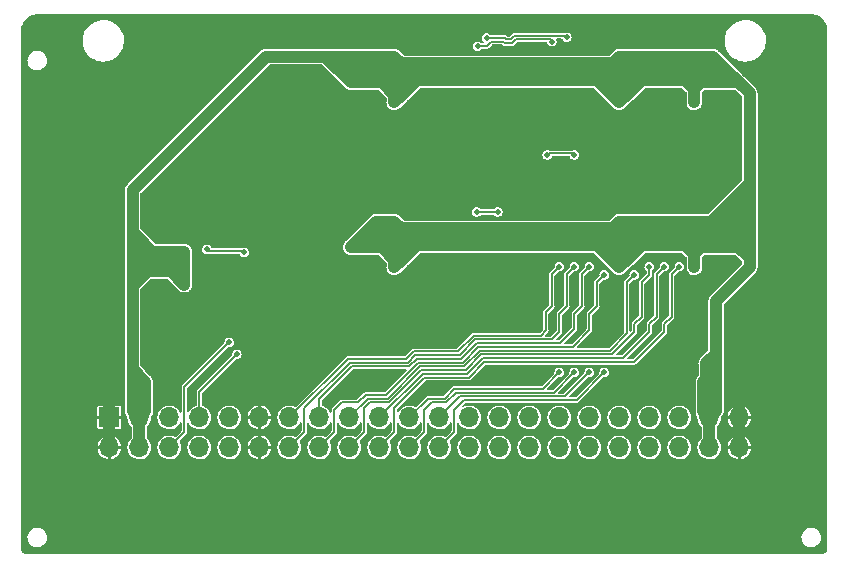
<source format=gbl>
G04 #@! TF.GenerationSoftware,KiCad,Pcbnew,(6.0.2-0)*
G04 #@! TF.CreationDate,2022-08-10T03:19:08-04:00*
G04 #@! TF.ProjectId,MacClassicRAMCard,4d616343-6c61-4737-9369-6352414d4361,rev?*
G04 #@! TF.SameCoordinates,Original*
G04 #@! TF.FileFunction,Copper,L2,Bot*
G04 #@! TF.FilePolarity,Positive*
%FSLAX46Y46*%
G04 Gerber Fmt 4.6, Leading zero omitted, Abs format (unit mm)*
G04 Created by KiCad (PCBNEW (6.0.2-0)) date 2022-08-10 03:19:08*
%MOMM*%
%LPD*%
G01*
G04 APERTURE LIST*
G04 #@! TA.AperFunction,ComponentPad*
%ADD10C,2.000000*%
G04 #@! TD*
G04 #@! TA.AperFunction,ComponentPad*
%ADD11R,1.700000X1.700000*%
G04 #@! TD*
G04 #@! TA.AperFunction,ComponentPad*
%ADD12O,1.700000X1.700000*%
G04 #@! TD*
G04 #@! TA.AperFunction,ViaPad*
%ADD13C,0.600000*%
G04 #@! TD*
G04 #@! TA.AperFunction,ViaPad*
%ADD14C,0.500000*%
G04 #@! TD*
G04 #@! TA.AperFunction,Conductor*
%ADD15C,1.000000*%
G04 #@! TD*
G04 #@! TA.AperFunction,Conductor*
%ADD16C,0.150000*%
G04 #@! TD*
G04 APERTURE END LIST*
D10*
X87884000Y-90424000D03*
X153416000Y-90424000D03*
D11*
X93980000Y-123190000D03*
D12*
X93980000Y-125730000D03*
X96520000Y-123190000D03*
X96520000Y-125730000D03*
X99060000Y-123190000D03*
X99060000Y-125730000D03*
X101600000Y-123190000D03*
X101600000Y-125730000D03*
X104140000Y-123190000D03*
X104140000Y-125730000D03*
X106680000Y-123190000D03*
X106680000Y-125730000D03*
X109220000Y-123190000D03*
X109220000Y-125730000D03*
X111760000Y-123190000D03*
X111760000Y-125730000D03*
X114300000Y-123190000D03*
X114300000Y-125730000D03*
X116840000Y-123190000D03*
X116840000Y-125730000D03*
X119380000Y-123190000D03*
X119380000Y-125730000D03*
X121920000Y-123190000D03*
X121920000Y-125730000D03*
X124460000Y-123190000D03*
X124460000Y-125730000D03*
X127000000Y-123190000D03*
X127000000Y-125730000D03*
X129540000Y-123190000D03*
X129540000Y-125730000D03*
X132080000Y-123190000D03*
X132080000Y-125730000D03*
X134620000Y-123190000D03*
X134620000Y-125730000D03*
X137160000Y-123190000D03*
X137160000Y-125730000D03*
X139700000Y-123190000D03*
X139700000Y-125730000D03*
X142240000Y-123190000D03*
X142240000Y-125730000D03*
X144780000Y-123190000D03*
X144780000Y-125730000D03*
X147320000Y-123190000D03*
X147320000Y-125730000D03*
D10*
X147066000Y-133350000D03*
X94234000Y-133350000D03*
D13*
X137160000Y-96520000D03*
X137160000Y-110490000D03*
X137160000Y-92646500D03*
X137160000Y-106616500D03*
X146050000Y-107632500D03*
X147193000Y-108775500D03*
X114427000Y-94805500D03*
X115570000Y-93662500D03*
X97028000Y-120269000D03*
X95948500Y-119126000D03*
X100330000Y-111950500D03*
X98425000Y-109664500D03*
X100330000Y-109156500D03*
X99568000Y-110617000D03*
X97282000Y-110807500D03*
X115570000Y-107632500D03*
X143573500Y-106616500D03*
X144272000Y-120269000D03*
X144272000Y-108585000D03*
X143510000Y-92646500D03*
X145351500Y-119126000D03*
X144272000Y-94615000D03*
D14*
X118110000Y-92710000D03*
D13*
X143510000Y-110490000D03*
X143510000Y-96520000D03*
X117348000Y-108585000D03*
X118110000Y-110490000D03*
X117348000Y-94615000D03*
X147193000Y-94805500D03*
X118046500Y-106616500D03*
X146050000Y-93662500D03*
X118110000Y-96520000D03*
X114427000Y-108775500D03*
X137160000Y-101600000D03*
X137160000Y-119443500D03*
X137160000Y-115570000D03*
X147193000Y-110109000D03*
X144907000Y-110109000D03*
X114427000Y-96139000D03*
X115570000Y-97282000D03*
X116713000Y-96139000D03*
X94551500Y-119126000D03*
X93472000Y-120269000D03*
D14*
X124460000Y-110617000D03*
X132080000Y-111887000D03*
X133350000Y-111887000D03*
X134620000Y-111887000D03*
X139700000Y-111887000D03*
X140970000Y-111887000D03*
X142240000Y-111887000D03*
X131445000Y-115443000D03*
X132715000Y-115443000D03*
X133985000Y-115443000D03*
X135255000Y-115443000D03*
X139065000Y-115443000D03*
X141605000Y-115443000D03*
X140335000Y-115443000D03*
X125730000Y-110617000D03*
X125095000Y-115443000D03*
X129540000Y-106045000D03*
X132080000Y-101346000D03*
X131445000Y-97536000D03*
X130048000Y-101346000D03*
X134620000Y-101346000D03*
X135890000Y-101346000D03*
X143510000Y-126873000D03*
X140970000Y-126873000D03*
X135890000Y-126873000D03*
X138430000Y-126873000D03*
X128270000Y-126873000D03*
X125730000Y-126873000D03*
X130810000Y-126873000D03*
X133350000Y-126873000D03*
X118110000Y-126873000D03*
X123190000Y-126873000D03*
X115570000Y-126873000D03*
X120650000Y-126873000D03*
X113030000Y-126873000D03*
X110490000Y-126873000D03*
X107950000Y-126873000D03*
D13*
X118110000Y-105473500D03*
X137160000Y-105473500D03*
D14*
X130175000Y-115443000D03*
X130810000Y-111887000D03*
X129540000Y-111887000D03*
X128905000Y-115443000D03*
X123952000Y-106045000D03*
X118872000Y-111061500D03*
X123825000Y-115443000D03*
X125095000Y-96647000D03*
X120015000Y-96520000D03*
X121285000Y-96520000D03*
X122555000Y-96520000D03*
X123317000Y-97282000D03*
X127000000Y-97536000D03*
X127000000Y-100076000D03*
X128905000Y-97536000D03*
X127889000Y-92265500D03*
X129349500Y-92265500D03*
X133350000Y-92202000D03*
X123761500Y-91948000D03*
X122682000Y-92265500D03*
X125730000Y-101346000D03*
X135890000Y-112141000D03*
X137160000Y-111887000D03*
X138430000Y-112141000D03*
X112331500Y-91694000D03*
X119062500Y-92265500D03*
X111315500Y-93599000D03*
X140208000Y-121221500D03*
X141478000Y-121221500D03*
X142748000Y-121221500D03*
X138938000Y-121221500D03*
X114808000Y-119380000D03*
X129540000Y-119824500D03*
X112903000Y-104965500D03*
X128397000Y-106045000D03*
X120015000Y-121475500D03*
X154178000Y-129032000D03*
X154178000Y-134112000D03*
X87122000Y-129032000D03*
X91948000Y-89662000D03*
X97790000Y-89662000D03*
X143510000Y-89662000D03*
X87122000Y-134112000D03*
X87122000Y-123952000D03*
X87122000Y-118872000D03*
X87122000Y-108712000D03*
X87122000Y-113792000D03*
X87122000Y-103632000D03*
X87122000Y-98552000D03*
X154178000Y-118808500D03*
X154178000Y-123952000D03*
X154178000Y-113792000D03*
X154178000Y-108648500D03*
X154178000Y-103632000D03*
X154178000Y-98488500D03*
X154178000Y-93472000D03*
X149098000Y-134112000D03*
X138938000Y-134112000D03*
X144018000Y-134112000D03*
X128778000Y-134112000D03*
X133858000Y-134112000D03*
X123698000Y-134112000D03*
X92202000Y-134112000D03*
X102362000Y-134112000D03*
X97282000Y-134112000D03*
X112522000Y-134112000D03*
X107442000Y-134112000D03*
X117602000Y-134112000D03*
D13*
X107950000Y-116903500D03*
X108712000Y-115443000D03*
X98425000Y-113284000D03*
X97282000Y-112141000D03*
X107950000Y-114109500D03*
D14*
X108966000Y-108902500D03*
X112585500Y-103886000D03*
X104902000Y-112395000D03*
X101727000Y-113284000D03*
X105410000Y-113792000D03*
X104775000Y-121412000D03*
X103505000Y-121412000D03*
X100965000Y-121412000D03*
X102235000Y-121412000D03*
X99695000Y-121412000D03*
X98425000Y-121412000D03*
X101473000Y-117538500D03*
X100457000Y-117411500D03*
X102870000Y-118935500D03*
X102743000Y-112331500D03*
X138430000Y-89662000D03*
X123190000Y-89662000D03*
X118110000Y-89662000D03*
X113030000Y-89662000D03*
X107950000Y-89662000D03*
X133350000Y-89662000D03*
X128270000Y-89662000D03*
X102870000Y-89662000D03*
X102870000Y-126873000D03*
X105410000Y-126873000D03*
X97790000Y-126873000D03*
X100330000Y-126873000D03*
X95250000Y-126873000D03*
X146050000Y-126873000D03*
X107759500Y-93599000D03*
X141605000Y-91694000D03*
D13*
X117348000Y-117475000D03*
X147828000Y-120269000D03*
D14*
X137922000Y-97155000D03*
X146304000Y-89662000D03*
X101409500Y-118872000D03*
X132080000Y-92202000D03*
D13*
X114427000Y-110109000D03*
D14*
X96901000Y-107124500D03*
X129667000Y-96774000D03*
X92202000Y-129032000D03*
X149098000Y-118808500D03*
X123825000Y-101346000D03*
X111315499Y-102425500D03*
X126364999Y-96647000D03*
X89154000Y-96012000D03*
X140970000Y-101346000D03*
D13*
X146748500Y-119126000D03*
D14*
X96901000Y-118745000D03*
X151638000Y-126492000D03*
X121919999Y-101345999D03*
D13*
X144272000Y-117475000D03*
D14*
X103568500Y-118237000D03*
X115062000Y-131572000D03*
X139065000Y-91694000D03*
D13*
X143510000Y-119443500D03*
X146050000Y-97282000D03*
X117348000Y-103505000D03*
D14*
X114871500Y-121412000D03*
X107442000Y-129032000D03*
X92202000Y-123952000D03*
X139700000Y-101346000D03*
X137795000Y-91694000D03*
X151638000Y-101028500D03*
X99441000Y-106870500D03*
X128778000Y-129032000D03*
X141478000Y-131572000D03*
X136398000Y-131572000D03*
X112522000Y-129032000D03*
X127761999Y-90677999D03*
X149161500Y-98488500D03*
X133985000Y-96647000D03*
X89662000Y-121412000D03*
X151638000Y-96012000D03*
X135890000Y-124460000D03*
X149161500Y-103632000D03*
X96012000Y-91694000D03*
X149098000Y-129032000D03*
X142240000Y-101346000D03*
X92202000Y-113792000D03*
X97980500Y-108204000D03*
X135255000Y-92202000D03*
X142875000Y-91694000D03*
X151638000Y-131572000D03*
X89662000Y-126492000D03*
X135191500Y-120776999D03*
X130810000Y-92202000D03*
D13*
X144907000Y-96139000D03*
D14*
X109601000Y-96710500D03*
X99822000Y-131572000D03*
X146304000Y-113728500D03*
X133858000Y-129032000D03*
X149098000Y-123952000D03*
X104902000Y-131572000D03*
X151638000Y-106172000D03*
X140335000Y-91694000D03*
X106807000Y-106934000D03*
X151638000Y-116332000D03*
X128778000Y-99758500D03*
X139065000Y-96647000D03*
X89662000Y-101092000D03*
D13*
X143510000Y-115570000D03*
D14*
X149098000Y-93472000D03*
X102806500Y-117475000D03*
D13*
X118110000Y-119443500D03*
D14*
X130683000Y-96774000D03*
X99568000Y-118300500D03*
X109601000Y-101790500D03*
X131318000Y-131572000D03*
X117602000Y-129032000D03*
X126492000Y-91884500D03*
X92202000Y-118872000D03*
D13*
X116713000Y-110109000D03*
D14*
X97282000Y-129032000D03*
X92202000Y-108712000D03*
X120649999Y-101345999D03*
X103504999Y-119888000D03*
X109982000Y-131572000D03*
X123698000Y-129032000D03*
X89662000Y-111252000D03*
D13*
X143510000Y-105473500D03*
D14*
X149352000Y-89662000D03*
X94996000Y-89661999D03*
D13*
X144272000Y-103505000D03*
D14*
X94742000Y-106172000D03*
X146558000Y-116332000D03*
X144018000Y-129032000D03*
X119379999Y-101345999D03*
D13*
X118110000Y-101600000D03*
D14*
X107315000Y-112331500D03*
X118872000Y-113538000D03*
X151638000Y-111188500D03*
X126238000Y-131572000D03*
X151638000Y-121348500D03*
X142748000Y-97155000D03*
X102171500Y-119634000D03*
X89662000Y-131571999D03*
D13*
X147193000Y-96139000D03*
D14*
X120650000Y-131572000D03*
X100330000Y-91694000D03*
X140335000Y-96647000D03*
D13*
X146050000Y-111252000D03*
D14*
X102362000Y-129032000D03*
X105410000Y-91694000D03*
X147256500Y-102933500D03*
D13*
X115570000Y-111252000D03*
D14*
X149098000Y-113792000D03*
D13*
X143510000Y-101600000D03*
D14*
X141605000Y-96647000D03*
X135255000Y-96647000D03*
X104521000Y-106934000D03*
X101155500Y-108648500D03*
X89662000Y-106172000D03*
D13*
X99568000Y-112585500D03*
D14*
X136398000Y-97155000D03*
X149161500Y-108648500D03*
X94742000Y-111252000D03*
X94742000Y-116332000D03*
D13*
X118110000Y-115570000D03*
D14*
X89662000Y-116332000D03*
X138938000Y-129032000D03*
X140970000Y-110426500D03*
X138430000Y-111125000D03*
X134620000Y-110426500D03*
X132080000Y-110426500D03*
X142240000Y-110426500D03*
X139700000Y-110426500D03*
X135890000Y-111125000D03*
X133350000Y-110426500D03*
X104140000Y-116840000D03*
X132715000Y-90995500D03*
X125920500Y-91059000D03*
X133350000Y-100965000D03*
X131064000Y-100965000D03*
X104775000Y-117856000D03*
X133350000Y-119380000D03*
X132080000Y-119380000D03*
X135890000Y-119380000D03*
X134620000Y-119380000D03*
X126873000Y-105791000D03*
X125095000Y-105791000D03*
X102235000Y-108966000D03*
X105410000Y-109220000D03*
X131445000Y-91376500D03*
X125158500Y-91757500D03*
D15*
X137160000Y-92646500D02*
X143510000Y-92646500D01*
X117030500Y-94805500D02*
X118110000Y-95885000D01*
X137826750Y-93313250D02*
X137160000Y-92646500D01*
X137858500Y-95821500D02*
X137160000Y-96520000D01*
X137858500Y-93345000D02*
X137826750Y-93313250D01*
X137858500Y-95821500D02*
X137858500Y-93345000D01*
X139065000Y-94615000D02*
X137858500Y-95821500D01*
X139128500Y-94615000D02*
X137826750Y-93313250D01*
X135255000Y-94615000D02*
X139065000Y-94615000D01*
X118110000Y-95885000D02*
X118110000Y-96520000D01*
X118110000Y-92646500D02*
X116586000Y-92646500D01*
X118110000Y-93853000D02*
X118110000Y-92646500D01*
X116586000Y-92646500D02*
X114427000Y-94805500D01*
X118110000Y-92646500D02*
X118713250Y-93249750D01*
X118110000Y-92646500D02*
X118110000Y-96520000D01*
X118110000Y-92646500D02*
X115951000Y-94805500D01*
X115951000Y-94805500D02*
X114998500Y-94805500D01*
X117157500Y-92646500D02*
X114998500Y-94805500D01*
X147066000Y-94805500D02*
X144907000Y-92646500D01*
X117348000Y-94615000D02*
X118110000Y-93853000D01*
X143510000Y-92646500D02*
X145034000Y-92646500D01*
X118110000Y-95377000D02*
X118110000Y-96520000D01*
X148209000Y-95758000D02*
X147256500Y-94805500D01*
X144272000Y-94615000D02*
X139128500Y-94615000D01*
X144272000Y-94615000D02*
X139065000Y-94615000D01*
X137160000Y-96520000D02*
X137160000Y-92646500D01*
X147193000Y-94805500D02*
X147066000Y-94805500D01*
X147256500Y-94805500D02*
X147193000Y-94805500D01*
X145034000Y-92646500D02*
X147193000Y-94805500D01*
X117348000Y-94615000D02*
X118110000Y-95377000D01*
X117348000Y-94615000D02*
X135191500Y-94615000D01*
X117348000Y-94615000D02*
X135255000Y-94615000D01*
X144907000Y-92646500D02*
X145097500Y-92646500D01*
X145097500Y-92646500D02*
X148209000Y-95758000D01*
X118110000Y-92646500D02*
X118681500Y-93218000D01*
X118110000Y-92646500D02*
X117157500Y-92646500D01*
X136398000Y-95758000D02*
X137160000Y-96520000D01*
X136398000Y-93408500D02*
X136556750Y-93249750D01*
X136398000Y-95758000D02*
X136398000Y-93408500D01*
X135191500Y-94615000D02*
X136556750Y-93249750D01*
X135255000Y-94615000D02*
X136398000Y-95758000D01*
X136556750Y-93249750D02*
X137160000Y-92646500D01*
X139065000Y-94615000D02*
X142748000Y-94615000D01*
X143510000Y-92646500D02*
X143510000Y-93853000D01*
X143510000Y-93853000D02*
X144272000Y-94615000D01*
X143510000Y-92646500D02*
X145669000Y-94805500D01*
X145669000Y-94805500D02*
X147193000Y-94805500D01*
X143510000Y-95377000D02*
X144272000Y-94615000D01*
X143510000Y-96520000D02*
X143510000Y-95377000D01*
X136588500Y-93218000D02*
X137160000Y-92646500D01*
X118681500Y-93218000D02*
X136588500Y-93218000D01*
X142532100Y-93624400D02*
X143510000Y-92646500D01*
X138137900Y-93624400D02*
X142532100Y-93624400D01*
X114427000Y-94805500D02*
X114998500Y-94805500D01*
X135191500Y-94615000D02*
X120015000Y-94615000D01*
X120078500Y-94615000D02*
X135191500Y-94615000D01*
X114427000Y-94805500D02*
X117030500Y-94805500D01*
X120015000Y-94615000D02*
X118745000Y-95885000D01*
X137160000Y-92646500D02*
X138137900Y-93624400D01*
X118745000Y-93281500D02*
X118713250Y-93249750D01*
X118110000Y-93853000D02*
X135953500Y-93853000D01*
X135953500Y-93853000D02*
X137160000Y-92646500D01*
X118745000Y-95885000D02*
X118110000Y-96520000D01*
X142748000Y-94615000D02*
X143510000Y-95377000D01*
X118713250Y-93249750D02*
X120078500Y-94615000D01*
X118745000Y-95885000D02*
X118745000Y-93281500D01*
X147193000Y-94805500D02*
X144081500Y-94805500D01*
X144081500Y-94805500D02*
X143510000Y-95377000D01*
X144462500Y-94805500D02*
X144272000Y-94615000D01*
X147193000Y-94805500D02*
X144462500Y-94805500D01*
X142748000Y-94615000D02*
X143510000Y-93853000D01*
X144272000Y-94615000D02*
X147066000Y-94615000D01*
X147066000Y-94615000D02*
X148209000Y-95758000D01*
X143510000Y-107823000D02*
X144272000Y-108585000D01*
X112331500Y-92710000D02*
X118110000Y-92710000D01*
X142532100Y-107594400D02*
X143510000Y-106616500D01*
X147193000Y-108775500D02*
X144462500Y-108775500D01*
X100330000Y-111950500D02*
X100330000Y-109156500D01*
X115951000Y-108775500D02*
X114998500Y-108775500D01*
X95948500Y-112141000D02*
X95948500Y-110807500D01*
X97282000Y-110807500D02*
X99259502Y-110807500D01*
X147637500Y-106616500D02*
X148209000Y-107188000D01*
X142748000Y-108585000D02*
X143510000Y-107823000D01*
X118110000Y-92710000D02*
X118046500Y-92646500D01*
X147066000Y-108775500D02*
X144907000Y-106616500D01*
X95948500Y-112077500D02*
X95948500Y-112141000D01*
X95948500Y-109474000D02*
X95948500Y-109347000D01*
X139065000Y-108585000D02*
X142748000Y-108585000D01*
X118110000Y-109347000D02*
X118110000Y-110490000D01*
X112268000Y-92646500D02*
X112331500Y-92710000D01*
X144272000Y-120205500D02*
X145351500Y-119126000D01*
X137160000Y-106616500D02*
X143510000Y-106616500D01*
X117030500Y-108775500D02*
X118110000Y-109855000D01*
X145034000Y-106616500D02*
X147193000Y-108775500D01*
X112268000Y-92646500D02*
X113284000Y-93662500D01*
X117157500Y-106616500D02*
X114998500Y-108775500D01*
X144780000Y-123190000D02*
X144780000Y-119697500D01*
X147510500Y-106616500D02*
X147637500Y-106616500D01*
X118110000Y-106616500D02*
X118681500Y-107188000D01*
X147193000Y-108775500D02*
X147066000Y-108775500D01*
X144272000Y-108585000D02*
X147066000Y-108585000D01*
X135255000Y-108585000D02*
X139065000Y-108585000D01*
X97218500Y-110807500D02*
X95948500Y-112077500D01*
X100330000Y-109156500D02*
X98933000Y-109156500D01*
X144780000Y-123190000D02*
X144272000Y-122682000D01*
X146240500Y-106616500D02*
X148209000Y-104648000D01*
X99187000Y-110807500D02*
X100330000Y-111950500D01*
X117348000Y-108585000D02*
X118110000Y-107823000D01*
X147510500Y-106616500D02*
X148209000Y-105918000D01*
X148209000Y-107188000D02*
X148209000Y-103314500D01*
X96520000Y-119697500D02*
X95948500Y-119126000D01*
X117348000Y-108585000D02*
X135191500Y-108585000D01*
X97282000Y-110807500D02*
X95948500Y-109474000D01*
X118681500Y-107188000D02*
X136588500Y-107188000D01*
X147066000Y-108585000D02*
X148209000Y-109728000D01*
X100330000Y-109156500D02*
X98679000Y-110807500D01*
X95948500Y-106997500D02*
X95948500Y-103949500D01*
X96266000Y-109664500D02*
X95948500Y-109347000D01*
X145351500Y-119126000D02*
X145351500Y-122618500D01*
X118745000Y-109855000D02*
X118745000Y-107251500D01*
X135953500Y-107823000D02*
X137160000Y-106616500D01*
X145097500Y-106616500D02*
X148209000Y-109728000D01*
X145351500Y-119126000D02*
X145351500Y-113347500D01*
X135255000Y-108585000D02*
X136398000Y-109728000D01*
X143510000Y-106616500D02*
X143510000Y-107823000D01*
X144526000Y-120015000D02*
X144526000Y-118618000D01*
X98869500Y-109156500D02*
X100330000Y-109156500D01*
X144780000Y-123190000D02*
X144780000Y-125730000D01*
X144081500Y-108775500D02*
X143510000Y-109347000D01*
X139128500Y-108585000D02*
X137826750Y-107283250D01*
X118110000Y-109855000D02*
X118110000Y-110490000D01*
X145351500Y-113347500D02*
X148209000Y-110490000D01*
X117348000Y-108585000D02*
X135255000Y-108585000D01*
X144272000Y-108585000D02*
X139128500Y-108585000D01*
X136398000Y-109728000D02*
X136398000Y-107378500D01*
X118110000Y-106616500D02*
X118110000Y-110490000D01*
X114427000Y-108775500D02*
X114998500Y-108775500D01*
X144907000Y-106616500D02*
X146494500Y-106616500D01*
X144907000Y-106616500D02*
X146240500Y-106616500D01*
X95948500Y-110807500D02*
X97282000Y-110807500D01*
X95948500Y-103949500D02*
X107251500Y-92646500D01*
X112268000Y-92646500D02*
X114427000Y-94805500D01*
X100330000Y-109156500D02*
X96139000Y-109156500D01*
X145669000Y-108775500D02*
X147193000Y-108775500D01*
X97028000Y-120205500D02*
X97028000Y-120269000D01*
X118745000Y-109855000D02*
X118110000Y-110490000D01*
X95948500Y-110807500D02*
X95948500Y-109347000D01*
X98425000Y-109664500D02*
X98615500Y-109664500D01*
X146494500Y-106616500D02*
X148209000Y-108331000D01*
X136556750Y-107219750D02*
X137160000Y-106616500D01*
X142748000Y-108585000D02*
X143510000Y-109347000D01*
X144272000Y-122682000D02*
X144272000Y-120269000D01*
X144907000Y-106616500D02*
X148209000Y-103314500D01*
X118110000Y-106616500D02*
X116586000Y-106616500D01*
X98933000Y-109156500D02*
X97282000Y-110807500D01*
X115570000Y-107632500D02*
X116395500Y-107632500D01*
X112268000Y-92646500D02*
X114554000Y-92646500D01*
X144272000Y-120269000D02*
X144526000Y-120015000D01*
X135191500Y-108585000D02*
X136556750Y-107219750D01*
X98425000Y-109664500D02*
X96266000Y-109664500D01*
X146240500Y-106616500D02*
X147510500Y-106616500D01*
X143510000Y-106616500D02*
X145669000Y-108775500D01*
X148209000Y-110490000D02*
X148209000Y-107188000D01*
X145351500Y-122618500D02*
X144780000Y-123190000D01*
X136398000Y-109728000D02*
X137160000Y-110490000D01*
X96139000Y-109156500D02*
X95948500Y-109347000D01*
X136588500Y-107188000D02*
X137160000Y-106616500D01*
X120015000Y-108585000D02*
X118745000Y-109855000D01*
X96520000Y-123190000D02*
X96520000Y-119697500D01*
X144907000Y-106616500D02*
X145097500Y-106616500D01*
X112268000Y-92646500D02*
X107251500Y-92646500D01*
X144462500Y-108775500D02*
X144272000Y-108585000D01*
X97028000Y-122682000D02*
X96520000Y-123190000D01*
X95948500Y-107505500D02*
X98107500Y-109664500D01*
X148209000Y-105918000D02*
X148209000Y-104648000D01*
X95948500Y-119126000D02*
X95948500Y-112141000D01*
X114427000Y-108775500D02*
X117030500Y-108775500D01*
X137858500Y-109791500D02*
X137160000Y-110490000D01*
X118110000Y-106616500D02*
X115951000Y-108775500D01*
X144272000Y-120269000D02*
X144272000Y-120205500D01*
X116586000Y-106616500D02*
X114427000Y-108775500D01*
X118110000Y-106616500D02*
X117157500Y-106616500D01*
X143510000Y-110490000D02*
X143510000Y-109347000D01*
X148209000Y-103314500D02*
X148209000Y-95758000D01*
X116395500Y-107632500D02*
X117348000Y-108585000D01*
X95948500Y-106997500D02*
X95948500Y-107505500D01*
X95948500Y-109347000D02*
X95948500Y-106997500D01*
X95948500Y-119126000D02*
X97028000Y-120205500D01*
X143510000Y-106616500D02*
X145034000Y-106616500D01*
X98615500Y-109664500D02*
X99568000Y-110617000D01*
X144526000Y-118618000D02*
X145351500Y-117792500D01*
X97028000Y-120269000D02*
X97028000Y-122682000D01*
X136398000Y-107378500D02*
X136556750Y-107219750D01*
X138137900Y-107594400D02*
X142532100Y-107594400D01*
X139065000Y-108585000D02*
X137858500Y-109791500D01*
X143510000Y-109347000D02*
X144272000Y-108585000D01*
X144780000Y-119697500D02*
X145351500Y-119126000D01*
X96520000Y-123190000D02*
X96520000Y-125730000D01*
X113284000Y-93662500D02*
X115570000Y-93662500D01*
X147256500Y-108775500D02*
X147193000Y-108775500D01*
X118713250Y-107219750D02*
X120078500Y-108585000D01*
X147193000Y-108775500D02*
X144081500Y-108775500D01*
X118745000Y-107251500D02*
X118713250Y-107219750D01*
X145351500Y-117792500D02*
X145351500Y-113347500D01*
X137826750Y-107283250D02*
X137160000Y-106616500D01*
X95948500Y-119126000D02*
X95948500Y-122618500D01*
X137160000Y-110490000D02*
X137160000Y-106616500D01*
X135191500Y-108585000D02*
X120015000Y-108585000D01*
X118110000Y-107823000D02*
X118110000Y-106616500D01*
X95948500Y-122618500D02*
X96520000Y-123190000D01*
X148209000Y-109728000D02*
X147256500Y-108775500D01*
X137858500Y-109791500D02*
X137858500Y-107315000D01*
X144272000Y-108585000D02*
X139065000Y-108585000D01*
X116586000Y-92646500D02*
X112268000Y-92646500D01*
X98679000Y-110807500D02*
X97282000Y-110807500D01*
X148209000Y-104648000D02*
X148209000Y-103314500D01*
X97282000Y-110807500D02*
X99187000Y-110807500D01*
X118110000Y-107823000D02*
X135953500Y-107823000D01*
X118110000Y-106616500D02*
X118713250Y-107219750D01*
X95948500Y-112077500D02*
X98869500Y-109156500D01*
X137858500Y-107315000D02*
X137826750Y-107283250D01*
X98107500Y-109664500D02*
X98425000Y-109664500D01*
X117348000Y-108585000D02*
X118110000Y-109347000D01*
X114554000Y-92646500D02*
X115570000Y-93662500D01*
X148209000Y-108331000D02*
X148209000Y-110490000D01*
X137160000Y-106616500D02*
X138137900Y-107594400D01*
X97282000Y-110807500D02*
X97218500Y-110807500D01*
X120078500Y-108585000D02*
X135191500Y-108585000D01*
X93472000Y-120205500D02*
X93472000Y-120269000D01*
X94551500Y-119126000D02*
X93472000Y-120205500D01*
X93980000Y-123190000D02*
X93980000Y-119697500D01*
X147320000Y-123190000D02*
X147320000Y-125730000D01*
X93980000Y-123190000D02*
X93980000Y-125730000D01*
X146748500Y-119126000D02*
X147828000Y-120205500D01*
X93980000Y-123190000D02*
X93980000Y-120777000D01*
X93980000Y-120777000D02*
X93472000Y-120269000D01*
X146748500Y-119126000D02*
X146748500Y-120205500D01*
X147828000Y-120205500D02*
X147828000Y-120269000D01*
X146748500Y-120205500D02*
X147320000Y-120777000D01*
X94551500Y-119126000D02*
X94551500Y-120205500D01*
X147320000Y-120777000D02*
X147828000Y-120269000D01*
X93980000Y-119697500D02*
X94551500Y-119126000D01*
X94551500Y-120205500D02*
X93980000Y-120777000D01*
X147320000Y-119697500D02*
X146748500Y-119126000D01*
X147320000Y-123190000D02*
X147320000Y-120777000D01*
X147320000Y-123190000D02*
X147320000Y-119697500D01*
D16*
X120523000Y-119507000D02*
X124269500Y-119507000D01*
X137477500Y-118173500D02*
X139700000Y-115951000D01*
X116840000Y-123190000D02*
X120523000Y-119507000D01*
X124269500Y-119507000D02*
X125603000Y-118173500D01*
X140335000Y-114681000D02*
X140335000Y-111061500D01*
X139700000Y-115951000D02*
X139700000Y-115316000D01*
X140335000Y-111061500D02*
X140970000Y-110426500D01*
X125603000Y-118173500D02*
X137477500Y-118173500D01*
X139700000Y-115316000D02*
X140335000Y-114681000D01*
X125349000Y-117538500D02*
X136334500Y-117538500D01*
X120269000Y-118872000D02*
X124015500Y-118872000D01*
X137795000Y-116078000D02*
X137795000Y-111760000D01*
X114300000Y-123190000D02*
X115887500Y-121602500D01*
X117538500Y-121602500D02*
X120269000Y-118872000D01*
X124015500Y-118872000D02*
X125349000Y-117538500D01*
X115887500Y-121602500D02*
X117538500Y-121602500D01*
X137795000Y-111760000D02*
X138430000Y-111125000D01*
X136334500Y-117538500D02*
X137795000Y-116078000D01*
X133985000Y-113792000D02*
X133350000Y-114427000D01*
X133350000Y-114427000D02*
X133350000Y-115697000D01*
X132143500Y-116903500D02*
X125095000Y-116903500D01*
X134620000Y-110426500D02*
X133985000Y-111061500D01*
X119380000Y-118872000D02*
X114554000Y-118872000D01*
X114554000Y-118872000D02*
X111760000Y-121666000D01*
X120015000Y-118237000D02*
X119380000Y-118872000D01*
X133350000Y-115697000D02*
X132143500Y-116903500D01*
X133985000Y-111061500D02*
X133985000Y-113792000D01*
X111760000Y-121666000D02*
X111760000Y-123190000D01*
X125095000Y-116903500D02*
X123761500Y-118237000D01*
X123761500Y-118237000D02*
X120015000Y-118237000D01*
X132080000Y-110426500D02*
X131445000Y-111061500D01*
X131445000Y-113792000D02*
X130937000Y-114300000D01*
X124841000Y-116268500D02*
X123507500Y-117602000D01*
X131445000Y-111061500D02*
X131445000Y-113792000D01*
X130937000Y-115824000D02*
X130492500Y-116268500D01*
X130492500Y-116268500D02*
X124841000Y-116268500D01*
X119126000Y-118237000D02*
X114173000Y-118237000D01*
X114173000Y-118237000D02*
X109220000Y-123190000D01*
X123507500Y-117602000D02*
X119761000Y-117602000D01*
X119761000Y-117602000D02*
X119126000Y-118237000D01*
X130937000Y-114300000D02*
X130937000Y-115824000D01*
X138430000Y-118491000D02*
X140970000Y-115951000D01*
X118110000Y-122364500D02*
X120650000Y-119824500D01*
X140970000Y-115316000D02*
X141605000Y-114681000D01*
X118110000Y-124460000D02*
X118110000Y-122364500D01*
X140970000Y-115951000D02*
X140970000Y-115316000D01*
X124396500Y-119824500D02*
X125730000Y-118491000D01*
X141605000Y-114681000D02*
X141605000Y-111061500D01*
X120650000Y-119824500D02*
X124396500Y-119824500D01*
X125730000Y-118491000D02*
X138430000Y-118491000D01*
X141605000Y-111061500D02*
X142240000Y-110426500D01*
X116840000Y-125730000D02*
X118110000Y-124460000D01*
X116078000Y-121920000D02*
X115570000Y-122428000D01*
X138430000Y-115316000D02*
X138430000Y-115951000D01*
X139065000Y-111760000D02*
X139065000Y-114681000D01*
X115570000Y-124460000D02*
X114300000Y-125730000D01*
X115570000Y-122428000D02*
X115570000Y-124460000D01*
X139700000Y-110426500D02*
X139700000Y-111125000D01*
X120396000Y-119189500D02*
X117665500Y-121920000D01*
X138430000Y-115951000D02*
X136525000Y-117856000D01*
X136525000Y-117856000D02*
X125476000Y-117856000D01*
X139065000Y-114681000D02*
X138430000Y-115316000D01*
X117665500Y-121920000D02*
X116078000Y-121920000D01*
X124142500Y-119189500D02*
X120396000Y-119189500D01*
X125476000Y-117856000D02*
X124142500Y-119189500D01*
X139700000Y-111125000D02*
X139065000Y-111760000D01*
X117411500Y-121285000D02*
X115697000Y-121285000D01*
X113030000Y-124460000D02*
X111760000Y-125730000D01*
X125222000Y-117221000D02*
X123888500Y-118554500D01*
X115697000Y-121285000D02*
X115062000Y-121920000D01*
X134620000Y-115824000D02*
X133223000Y-117221000D01*
X134620000Y-114427000D02*
X134620000Y-115824000D01*
X135255000Y-113792000D02*
X134620000Y-114427000D01*
X123888500Y-118554500D02*
X120142000Y-118554500D01*
X135255000Y-111760000D02*
X135255000Y-113792000D01*
X113030000Y-122555000D02*
X113030000Y-124460000D01*
X135890000Y-111125000D02*
X135255000Y-111760000D01*
X133223000Y-117221000D02*
X125222000Y-117221000D01*
X115062000Y-121920000D02*
X113665000Y-121920000D01*
X120142000Y-118554500D02*
X117411500Y-121285000D01*
X113665000Y-121920000D02*
X113030000Y-122555000D01*
X124968000Y-116586000D02*
X123634500Y-117919500D01*
X114363500Y-118554500D02*
X110490000Y-122428000D01*
X132715000Y-113792000D02*
X132080000Y-114427000D01*
X132715000Y-111061500D02*
X132715000Y-113792000D01*
X110490000Y-124460000D02*
X109220000Y-125730000D01*
X119253000Y-118554500D02*
X114363500Y-118554500D01*
X132080000Y-114427000D02*
X132080000Y-115951000D01*
X133350000Y-110426500D02*
X132715000Y-111061500D01*
X123634500Y-117919500D02*
X119888000Y-117919500D01*
X119888000Y-117919500D02*
X119253000Y-118554500D01*
X131445000Y-116586000D02*
X124968000Y-116586000D01*
X110490000Y-122428000D02*
X110490000Y-124460000D01*
X132080000Y-115951000D02*
X131445000Y-116586000D01*
X100330000Y-120650000D02*
X100330000Y-124460000D01*
X104140000Y-116840000D02*
X100330000Y-120650000D01*
X100330000Y-124460000D02*
X99060000Y-125730000D01*
X131064000Y-100965000D02*
X131191000Y-100838000D01*
X128270000Y-90868500D02*
X132588000Y-90868500D01*
X131191000Y-100838000D02*
X133223000Y-100838000D01*
X101600000Y-121031000D02*
X101600000Y-123190000D01*
X125920500Y-91059000D02*
X127444500Y-91059000D01*
X132588000Y-90868500D02*
X132715000Y-90995500D01*
X133223000Y-100838000D02*
X133350000Y-100965000D01*
X127571500Y-91186000D02*
X127952500Y-91186000D01*
X104775000Y-117856000D02*
X101600000Y-121031000D01*
X127952500Y-91186000D02*
X128270000Y-90868500D01*
X127444500Y-91059000D02*
X127571500Y-91186000D01*
X120650000Y-124460000D02*
X120650000Y-122555000D01*
X122491500Y-121920000D02*
X121285000Y-121920000D01*
X131635500Y-121094500D02*
X123317000Y-121094500D01*
X119380000Y-125730000D02*
X120650000Y-124460000D01*
X123317000Y-121094500D02*
X122491500Y-121920000D01*
X131635500Y-121094500D02*
X133350000Y-119380000D01*
X121285000Y-121920000D02*
X120650000Y-122555000D01*
X123190000Y-120777000D02*
X122364500Y-121602500D01*
X130683000Y-120777000D02*
X123190000Y-120777000D01*
X130683000Y-120777000D02*
X132080000Y-119380000D01*
X120967500Y-121602500D02*
X119380000Y-123190000D01*
X122364500Y-121602500D02*
X120967500Y-121602500D01*
X123190000Y-122555000D02*
X124015500Y-121729500D01*
X133540500Y-121729500D02*
X135890000Y-119380000D01*
X123190000Y-124460000D02*
X123190000Y-122555000D01*
X124015500Y-121729500D02*
X133540500Y-121729500D01*
X121920000Y-125730000D02*
X123190000Y-124460000D01*
X123698000Y-121412000D02*
X132588000Y-121412000D01*
X121920000Y-123190000D02*
X123698000Y-121412000D01*
X132588000Y-121412000D02*
X134620000Y-119380000D01*
X126873000Y-105791000D02*
X125095000Y-105791000D01*
X102362000Y-109093000D02*
X102235000Y-108966000D01*
X105283000Y-109093000D02*
X102362000Y-109093000D01*
X105410000Y-109220000D02*
X105283000Y-109093000D01*
X125158500Y-91757500D02*
X125920500Y-91757500D01*
X128397000Y-91186000D02*
X131254500Y-91186000D01*
X126301500Y-91376500D02*
X127317500Y-91376500D01*
X127444500Y-91503500D02*
X128079500Y-91503500D01*
X128079500Y-91503500D02*
X128397000Y-91186000D01*
X125920500Y-91757500D02*
X126301500Y-91376500D01*
X127317500Y-91376500D02*
X127444500Y-91503500D01*
X131254500Y-91186000D02*
X131445000Y-91376500D01*
G04 #@! TA.AperFunction,Conductor*
G36*
X153405389Y-89056590D02*
G01*
X153416000Y-89059433D01*
X153425665Y-89056843D01*
X153435672Y-89056843D01*
X153435672Y-89057087D01*
X153444692Y-89056258D01*
X153624355Y-89070398D01*
X153636133Y-89072264D01*
X153734834Y-89095960D01*
X153833538Y-89119656D01*
X153844872Y-89123338D01*
X153915548Y-89152613D01*
X154032440Y-89201032D01*
X154043066Y-89206446D01*
X154216168Y-89312522D01*
X154225816Y-89319532D01*
X154380193Y-89451382D01*
X154388618Y-89459807D01*
X154495504Y-89584955D01*
X154520468Y-89614184D01*
X154527478Y-89623832D01*
X154633554Y-89796934D01*
X154638968Y-89807560D01*
X154660463Y-89859453D01*
X154716662Y-89995128D01*
X154720345Y-90006465D01*
X154767736Y-90203867D01*
X154769602Y-90215645D01*
X154783742Y-90395308D01*
X154782913Y-90404328D01*
X154783157Y-90404328D01*
X154783157Y-90414335D01*
X154780567Y-90424000D01*
X154783157Y-90433665D01*
X154783410Y-90434609D01*
X154786000Y-90454280D01*
X154786000Y-134335720D01*
X154783410Y-134355389D01*
X154780567Y-134366000D01*
X154783157Y-134375666D01*
X154783157Y-134382612D01*
X154782507Y-134392532D01*
X154775244Y-134447702D01*
X154770109Y-134466866D01*
X154742402Y-134533756D01*
X154732482Y-134550938D01*
X154688407Y-134608378D01*
X154674378Y-134622407D01*
X154616938Y-134666482D01*
X154599756Y-134676402D01*
X154532866Y-134704109D01*
X154513702Y-134709244D01*
X154458532Y-134716507D01*
X154448612Y-134717157D01*
X154441666Y-134717157D01*
X154432000Y-134714567D01*
X154421389Y-134717410D01*
X154401720Y-134720000D01*
X86898280Y-134720000D01*
X86878611Y-134717410D01*
X86868000Y-134714567D01*
X86858334Y-134717157D01*
X86851388Y-134717157D01*
X86841468Y-134716507D01*
X86786298Y-134709244D01*
X86767134Y-134704109D01*
X86700244Y-134676402D01*
X86683062Y-134666482D01*
X86625622Y-134622407D01*
X86611593Y-134608378D01*
X86567518Y-134550938D01*
X86557598Y-134533756D01*
X86529891Y-134466866D01*
X86524756Y-134447702D01*
X86517493Y-134392532D01*
X86516843Y-134382612D01*
X86516843Y-134375666D01*
X86519433Y-134366000D01*
X86516590Y-134355389D01*
X86514000Y-134335720D01*
X86514000Y-133303591D01*
X87053922Y-133303591D01*
X87063321Y-133482921D01*
X87111008Y-133656049D01*
X87194760Y-133814898D01*
X87310668Y-133952058D01*
X87313933Y-133954555D01*
X87313937Y-133954558D01*
X87450056Y-134058628D01*
X87453326Y-134061128D01*
X87457057Y-134062868D01*
X87457059Y-134062869D01*
X87542231Y-134102585D01*
X87616077Y-134137020D01*
X87620087Y-134137916D01*
X87620089Y-134137917D01*
X87727742Y-134161980D01*
X87791328Y-134176193D01*
X87796819Y-134176500D01*
X87928866Y-134176500D01*
X88019523Y-134166652D01*
X88058430Y-134162425D01*
X88058431Y-134162425D01*
X88062525Y-134161980D01*
X88145433Y-134134079D01*
X88228821Y-134106016D01*
X88228822Y-134106015D01*
X88232722Y-134104703D01*
X88236243Y-134102587D01*
X88236248Y-134102585D01*
X88383120Y-134014334D01*
X88383121Y-134014333D01*
X88386648Y-134012214D01*
X88517123Y-133888830D01*
X88618060Y-133740306D01*
X88684748Y-133573573D01*
X88714078Y-133396409D01*
X88709213Y-133303591D01*
X152585922Y-133303591D01*
X152595321Y-133482921D01*
X152643008Y-133656049D01*
X152726760Y-133814898D01*
X152842668Y-133952058D01*
X152845933Y-133954555D01*
X152845937Y-133954558D01*
X152982056Y-134058628D01*
X152985326Y-134061128D01*
X152989057Y-134062868D01*
X152989059Y-134062869D01*
X153074231Y-134102585D01*
X153148077Y-134137020D01*
X153152087Y-134137916D01*
X153152089Y-134137917D01*
X153259742Y-134161980D01*
X153323328Y-134176193D01*
X153328819Y-134176500D01*
X153460866Y-134176500D01*
X153551523Y-134166652D01*
X153590430Y-134162425D01*
X153590431Y-134162425D01*
X153594525Y-134161980D01*
X153677433Y-134134079D01*
X153760821Y-134106016D01*
X153760822Y-134106015D01*
X153764722Y-134104703D01*
X153768243Y-134102587D01*
X153768248Y-134102585D01*
X153915120Y-134014334D01*
X153915121Y-134014333D01*
X153918648Y-134012214D01*
X154049123Y-133888830D01*
X154150060Y-133740306D01*
X154216748Y-133573573D01*
X154246078Y-133396409D01*
X154236679Y-133217079D01*
X154188992Y-133043951D01*
X154105240Y-132885102D01*
X153989332Y-132747942D01*
X153986067Y-132745445D01*
X153986063Y-132745442D01*
X153849944Y-132641372D01*
X153849943Y-132641372D01*
X153846674Y-132638872D01*
X153842943Y-132637132D01*
X153842941Y-132637131D01*
X153687652Y-132564719D01*
X153687653Y-132564719D01*
X153683923Y-132562980D01*
X153679913Y-132562084D01*
X153679911Y-132562083D01*
X153511710Y-132524486D01*
X153511709Y-132524486D01*
X153508672Y-132523807D01*
X153503181Y-132523500D01*
X153371134Y-132523500D01*
X153280477Y-132533348D01*
X153241570Y-132537575D01*
X153241569Y-132537575D01*
X153237475Y-132538020D01*
X153163307Y-132562980D01*
X153071179Y-132593984D01*
X153071178Y-132593985D01*
X153067278Y-132595297D01*
X153063757Y-132597413D01*
X153063752Y-132597415D01*
X152916880Y-132685666D01*
X152913352Y-132687786D01*
X152782877Y-132811170D01*
X152681940Y-132959694D01*
X152615252Y-133126427D01*
X152585922Y-133303591D01*
X88709213Y-133303591D01*
X88704679Y-133217079D01*
X88656992Y-133043951D01*
X88573240Y-132885102D01*
X88457332Y-132747942D01*
X88454067Y-132745445D01*
X88454063Y-132745442D01*
X88317944Y-132641372D01*
X88317943Y-132641372D01*
X88314674Y-132638872D01*
X88310943Y-132637132D01*
X88310941Y-132637131D01*
X88155652Y-132564719D01*
X88155653Y-132564719D01*
X88151923Y-132562980D01*
X88147913Y-132562084D01*
X88147911Y-132562083D01*
X87979710Y-132524486D01*
X87979709Y-132524486D01*
X87976672Y-132523807D01*
X87971181Y-132523500D01*
X87839134Y-132523500D01*
X87748477Y-132533348D01*
X87709570Y-132537575D01*
X87709569Y-132537575D01*
X87705475Y-132538020D01*
X87631307Y-132562980D01*
X87539179Y-132593984D01*
X87539178Y-132593985D01*
X87535278Y-132595297D01*
X87531757Y-132597413D01*
X87531752Y-132597415D01*
X87384880Y-132685666D01*
X87381352Y-132687786D01*
X87250877Y-132811170D01*
X87149940Y-132959694D01*
X87083252Y-133126427D01*
X87053922Y-133303591D01*
X86514000Y-133303591D01*
X86514000Y-125888003D01*
X92985691Y-125888003D01*
X92987405Y-125908411D01*
X92988740Y-125915690D01*
X93040964Y-126097813D01*
X93043687Y-126104691D01*
X93130289Y-126273201D01*
X93134296Y-126279420D01*
X93251979Y-126427899D01*
X93257119Y-126433222D01*
X93401401Y-126556015D01*
X93407476Y-126560237D01*
X93572856Y-126652664D01*
X93579645Y-126655630D01*
X93759825Y-126714175D01*
X93767056Y-126715764D01*
X93816693Y-126721683D01*
X93827329Y-126719189D01*
X93830000Y-126715618D01*
X93830000Y-126712069D01*
X94130000Y-126712069D01*
X94133736Y-126722334D01*
X94138088Y-126724847D01*
X94151480Y-126723816D01*
X94158768Y-126722531D01*
X94341250Y-126671581D01*
X94348140Y-126668909D01*
X94517263Y-126583479D01*
X94523497Y-126579522D01*
X94672800Y-126462875D01*
X94678155Y-126457775D01*
X94801956Y-126314350D01*
X94806220Y-126308305D01*
X94899801Y-126143573D01*
X94902811Y-126136815D01*
X94962616Y-125957032D01*
X94964252Y-125949830D01*
X94971394Y-125893294D01*
X94968975Y-125882643D01*
X94965493Y-125880000D01*
X94143400Y-125880000D01*
X94133135Y-125883736D01*
X94130000Y-125889166D01*
X94130000Y-126712069D01*
X93830000Y-126712069D01*
X93830000Y-125893400D01*
X93826264Y-125883135D01*
X93820834Y-125880000D01*
X92998419Y-125880000D01*
X92988154Y-125883736D01*
X92985691Y-125888003D01*
X86514000Y-125888003D01*
X86514000Y-125566683D01*
X92987979Y-125566683D01*
X92990548Y-125577301D01*
X92994208Y-125580000D01*
X93816600Y-125580000D01*
X93826865Y-125576264D01*
X93830000Y-125570834D01*
X93830000Y-125566600D01*
X94130000Y-125566600D01*
X94133736Y-125576865D01*
X94139166Y-125580000D01*
X94960750Y-125580000D01*
X94971015Y-125576264D01*
X94973382Y-125572164D01*
X94970008Y-125537752D01*
X94968567Y-125530479D01*
X94913810Y-125349111D01*
X94910993Y-125342275D01*
X94822044Y-125174990D01*
X94817949Y-125168826D01*
X94698207Y-125022007D01*
X94692989Y-125016752D01*
X94547012Y-124895990D01*
X94540873Y-124891849D01*
X94374222Y-124801741D01*
X94367394Y-124798871D01*
X94186409Y-124742847D01*
X94179167Y-124741360D01*
X94143326Y-124737593D01*
X94132729Y-124740235D01*
X94130000Y-124743990D01*
X94130000Y-125566600D01*
X93830000Y-125566600D01*
X93830000Y-124748859D01*
X93826264Y-124738594D01*
X93822082Y-124736180D01*
X93794660Y-124738675D01*
X93787396Y-124740061D01*
X93605638Y-124793554D01*
X93598781Y-124796325D01*
X93430878Y-124884103D01*
X93424693Y-124888150D01*
X93277032Y-125006873D01*
X93271751Y-125012045D01*
X93149969Y-125157179D01*
X93145785Y-125163290D01*
X93054513Y-125329312D01*
X93051599Y-125336112D01*
X92994313Y-125516700D01*
X92992773Y-125523944D01*
X92987979Y-125566683D01*
X86514000Y-125566683D01*
X86514000Y-124051437D01*
X92976000Y-124051437D01*
X92976728Y-124058826D01*
X92983475Y-124092747D01*
X92989094Y-124106312D01*
X93014814Y-124144805D01*
X93025195Y-124155186D01*
X93063688Y-124180906D01*
X93077253Y-124186525D01*
X93111174Y-124193272D01*
X93118563Y-124194000D01*
X93816600Y-124194000D01*
X93826865Y-124190264D01*
X93830000Y-124184834D01*
X93830000Y-124180600D01*
X94130000Y-124180600D01*
X94133736Y-124190865D01*
X94139166Y-124194000D01*
X94841437Y-124194000D01*
X94848826Y-124193272D01*
X94882747Y-124186525D01*
X94896312Y-124180906D01*
X94934805Y-124155186D01*
X94945186Y-124144805D01*
X94970906Y-124106312D01*
X94976525Y-124092747D01*
X94983272Y-124058826D01*
X94984000Y-124051437D01*
X94984000Y-123353400D01*
X94980264Y-123343135D01*
X94974834Y-123340000D01*
X94143400Y-123340000D01*
X94133135Y-123343736D01*
X94130000Y-123349166D01*
X94130000Y-124180600D01*
X93830000Y-124180600D01*
X93830000Y-123353400D01*
X93826264Y-123343135D01*
X93820834Y-123340000D01*
X92989400Y-123340000D01*
X92979135Y-123343736D01*
X92976000Y-123349166D01*
X92976000Y-124051437D01*
X86514000Y-124051437D01*
X86514000Y-123026600D01*
X92976000Y-123026600D01*
X92979736Y-123036865D01*
X92985166Y-123040000D01*
X93816600Y-123040000D01*
X93826865Y-123036264D01*
X93830000Y-123030834D01*
X93830000Y-123026600D01*
X94130000Y-123026600D01*
X94133736Y-123036865D01*
X94139166Y-123040000D01*
X94970600Y-123040000D01*
X94980865Y-123036264D01*
X94984000Y-123030834D01*
X94984000Y-122328563D01*
X94983272Y-122321174D01*
X94976525Y-122287253D01*
X94970906Y-122273688D01*
X94945186Y-122235195D01*
X94934805Y-122224814D01*
X94896312Y-122199094D01*
X94882747Y-122193475D01*
X94848826Y-122186728D01*
X94841437Y-122186000D01*
X94143400Y-122186000D01*
X94133135Y-122189736D01*
X94130000Y-122195166D01*
X94130000Y-123026600D01*
X93830000Y-123026600D01*
X93830000Y-122199400D01*
X93826264Y-122189135D01*
X93820834Y-122186000D01*
X93118563Y-122186000D01*
X93111174Y-122186728D01*
X93077253Y-122193475D01*
X93063688Y-122199094D01*
X93025195Y-122224814D01*
X93014814Y-122235195D01*
X92989094Y-122273688D01*
X92983475Y-122287253D01*
X92976728Y-122321174D01*
X92976000Y-122328563D01*
X92976000Y-123026600D01*
X86514000Y-123026600D01*
X86514000Y-112056778D01*
X95289124Y-112056778D01*
X95289574Y-112061534D01*
X95293663Y-112104797D01*
X95294000Y-112111949D01*
X95294000Y-119045352D01*
X95292993Y-119054470D01*
X95293219Y-119054491D01*
X95292769Y-119059252D01*
X95291726Y-119063917D01*
X95291876Y-119068694D01*
X95291876Y-119068695D01*
X95293963Y-119135103D01*
X95294000Y-119137490D01*
X95294000Y-122537852D01*
X95292993Y-122546970D01*
X95293219Y-122546991D01*
X95292769Y-122551752D01*
X95291726Y-122556417D01*
X95291876Y-122561194D01*
X95291876Y-122561195D01*
X95293963Y-122627603D01*
X95294000Y-122629990D01*
X95294000Y-122659678D01*
X95294845Y-122666370D01*
X95295404Y-122673487D01*
X95296920Y-122721700D01*
X95303950Y-122745899D01*
X95306366Y-122757565D01*
X95309524Y-122782561D01*
X95327284Y-122827419D01*
X95329590Y-122834150D01*
X95343055Y-122880499D01*
X95345491Y-122884618D01*
X95355880Y-122902184D01*
X95361125Y-122912890D01*
X95370399Y-122936314D01*
X95398753Y-122975341D01*
X95402674Y-122981310D01*
X95427233Y-123022836D01*
X95445046Y-123040649D01*
X95452791Y-123049717D01*
X95453699Y-123050966D01*
X95467598Y-123070097D01*
X95486273Y-123085546D01*
X95512580Y-123130385D01*
X95513355Y-123152576D01*
X95510738Y-123175907D01*
X95527222Y-123372209D01*
X95581521Y-123561570D01*
X95671566Y-123736779D01*
X95793927Y-123891160D01*
X95796755Y-123893566D01*
X95796758Y-123893570D01*
X95838757Y-123929313D01*
X95864436Y-123974515D01*
X95865500Y-123987190D01*
X95865500Y-124930849D01*
X95847719Y-124979701D01*
X95837122Y-124990079D01*
X95813788Y-125008840D01*
X95687163Y-125159745D01*
X95685371Y-125163004D01*
X95685370Y-125163006D01*
X95594052Y-125329114D01*
X95594050Y-125329118D01*
X95592262Y-125332371D01*
X95532697Y-125520142D01*
X95532283Y-125523836D01*
X95532282Y-125523839D01*
X95511153Y-125712205D01*
X95510738Y-125715907D01*
X95527222Y-125912209D01*
X95581521Y-126101570D01*
X95671566Y-126276779D01*
X95793927Y-126431160D01*
X95796755Y-126433566D01*
X95796758Y-126433570D01*
X95941115Y-126556427D01*
X95941118Y-126556429D01*
X95943945Y-126558835D01*
X95947187Y-126560647D01*
X95947190Y-126560649D01*
X96061744Y-126624671D01*
X96115904Y-126654940D01*
X96158896Y-126668909D01*
X96299717Y-126714665D01*
X96299722Y-126714666D01*
X96303255Y-126715814D01*
X96446024Y-126732838D01*
X96495171Y-126738699D01*
X96495172Y-126738699D01*
X96498862Y-126739139D01*
X96695274Y-126724026D01*
X96885009Y-126671050D01*
X97060842Y-126582231D01*
X97063772Y-126579942D01*
X97213146Y-126463238D01*
X97213148Y-126463236D01*
X97216074Y-126460950D01*
X97344793Y-126311828D01*
X97346795Y-126308305D01*
X97440262Y-126143773D01*
X97440263Y-126143770D01*
X97442096Y-126140544D01*
X97443337Y-126136815D01*
X97503103Y-125957151D01*
X97504277Y-125953622D01*
X97528966Y-125758183D01*
X97529360Y-125730000D01*
X97527978Y-125715907D01*
X98050738Y-125715907D01*
X98067222Y-125912209D01*
X98121521Y-126101570D01*
X98211566Y-126276779D01*
X98333927Y-126431160D01*
X98336755Y-126433566D01*
X98336758Y-126433570D01*
X98481115Y-126556427D01*
X98481118Y-126556429D01*
X98483945Y-126558835D01*
X98487187Y-126560647D01*
X98487190Y-126560649D01*
X98601744Y-126624671D01*
X98655904Y-126654940D01*
X98698896Y-126668909D01*
X98839717Y-126714665D01*
X98839722Y-126714666D01*
X98843255Y-126715814D01*
X98986024Y-126732838D01*
X99035171Y-126738699D01*
X99035172Y-126738699D01*
X99038862Y-126739139D01*
X99235274Y-126724026D01*
X99425009Y-126671050D01*
X99600842Y-126582231D01*
X99603772Y-126579942D01*
X99753146Y-126463238D01*
X99753148Y-126463236D01*
X99756074Y-126460950D01*
X99884793Y-126311828D01*
X99886795Y-126308305D01*
X99980262Y-126143773D01*
X99980263Y-126143770D01*
X99982096Y-126140544D01*
X99983337Y-126136815D01*
X100043103Y-125957151D01*
X100044277Y-125953622D01*
X100068966Y-125758183D01*
X100069360Y-125730000D01*
X100067978Y-125715907D01*
X100590738Y-125715907D01*
X100607222Y-125912209D01*
X100661521Y-126101570D01*
X100751566Y-126276779D01*
X100873927Y-126431160D01*
X100876755Y-126433566D01*
X100876758Y-126433570D01*
X101021115Y-126556427D01*
X101021118Y-126556429D01*
X101023945Y-126558835D01*
X101027187Y-126560647D01*
X101027190Y-126560649D01*
X101141744Y-126624671D01*
X101195904Y-126654940D01*
X101238896Y-126668909D01*
X101379717Y-126714665D01*
X101379722Y-126714666D01*
X101383255Y-126715814D01*
X101526024Y-126732838D01*
X101575171Y-126738699D01*
X101575172Y-126738699D01*
X101578862Y-126739139D01*
X101775274Y-126724026D01*
X101965009Y-126671050D01*
X102140842Y-126582231D01*
X102143772Y-126579942D01*
X102293146Y-126463238D01*
X102293148Y-126463236D01*
X102296074Y-126460950D01*
X102424793Y-126311828D01*
X102426795Y-126308305D01*
X102520262Y-126143773D01*
X102520263Y-126143770D01*
X102522096Y-126140544D01*
X102523337Y-126136815D01*
X102583103Y-125957151D01*
X102584277Y-125953622D01*
X102608966Y-125758183D01*
X102609360Y-125730000D01*
X102607978Y-125715907D01*
X103130738Y-125715907D01*
X103147222Y-125912209D01*
X103201521Y-126101570D01*
X103291566Y-126276779D01*
X103413927Y-126431160D01*
X103416755Y-126433566D01*
X103416758Y-126433570D01*
X103561115Y-126556427D01*
X103561118Y-126556429D01*
X103563945Y-126558835D01*
X103567187Y-126560647D01*
X103567190Y-126560649D01*
X103681744Y-126624671D01*
X103735904Y-126654940D01*
X103778896Y-126668909D01*
X103919717Y-126714665D01*
X103919722Y-126714666D01*
X103923255Y-126715814D01*
X104066024Y-126732838D01*
X104115171Y-126738699D01*
X104115172Y-126738699D01*
X104118862Y-126739139D01*
X104315274Y-126724026D01*
X104505009Y-126671050D01*
X104680842Y-126582231D01*
X104683772Y-126579942D01*
X104833146Y-126463238D01*
X104833148Y-126463236D01*
X104836074Y-126460950D01*
X104964793Y-126311828D01*
X104966795Y-126308305D01*
X105060262Y-126143773D01*
X105060263Y-126143770D01*
X105062096Y-126140544D01*
X105063337Y-126136815D01*
X105123103Y-125957151D01*
X105124277Y-125953622D01*
X105132566Y-125888003D01*
X105685691Y-125888003D01*
X105687405Y-125908411D01*
X105688740Y-125915690D01*
X105740964Y-126097813D01*
X105743687Y-126104691D01*
X105830289Y-126273201D01*
X105834296Y-126279420D01*
X105951979Y-126427899D01*
X105957119Y-126433222D01*
X106101401Y-126556015D01*
X106107476Y-126560237D01*
X106272856Y-126652664D01*
X106279645Y-126655630D01*
X106459825Y-126714175D01*
X106467056Y-126715764D01*
X106516693Y-126721683D01*
X106527329Y-126719189D01*
X106530000Y-126715618D01*
X106530000Y-126712069D01*
X106830000Y-126712069D01*
X106833736Y-126722334D01*
X106838088Y-126724847D01*
X106851480Y-126723816D01*
X106858768Y-126722531D01*
X107041250Y-126671581D01*
X107048140Y-126668909D01*
X107217263Y-126583479D01*
X107223497Y-126579522D01*
X107372800Y-126462875D01*
X107378155Y-126457775D01*
X107501956Y-126314350D01*
X107506220Y-126308305D01*
X107599801Y-126143573D01*
X107602811Y-126136815D01*
X107662616Y-125957032D01*
X107664252Y-125949830D01*
X107671394Y-125893294D01*
X107668975Y-125882643D01*
X107665493Y-125880000D01*
X106843400Y-125880000D01*
X106833135Y-125883736D01*
X106830000Y-125889166D01*
X106830000Y-126712069D01*
X106530000Y-126712069D01*
X106530000Y-125893400D01*
X106526264Y-125883135D01*
X106520834Y-125880000D01*
X105698419Y-125880000D01*
X105688154Y-125883736D01*
X105685691Y-125888003D01*
X105132566Y-125888003D01*
X105148966Y-125758183D01*
X105149360Y-125730000D01*
X105147978Y-125715907D01*
X108210738Y-125715907D01*
X108227222Y-125912209D01*
X108281521Y-126101570D01*
X108371566Y-126276779D01*
X108493927Y-126431160D01*
X108496755Y-126433566D01*
X108496758Y-126433570D01*
X108641115Y-126556427D01*
X108641118Y-126556429D01*
X108643945Y-126558835D01*
X108647187Y-126560647D01*
X108647190Y-126560649D01*
X108761744Y-126624671D01*
X108815904Y-126654940D01*
X108858896Y-126668909D01*
X108999717Y-126714665D01*
X108999722Y-126714666D01*
X109003255Y-126715814D01*
X109146024Y-126732838D01*
X109195171Y-126738699D01*
X109195172Y-126738699D01*
X109198862Y-126739139D01*
X109395274Y-126724026D01*
X109585009Y-126671050D01*
X109760842Y-126582231D01*
X109763772Y-126579942D01*
X109913146Y-126463238D01*
X109913148Y-126463236D01*
X109916074Y-126460950D01*
X110044793Y-126311828D01*
X110046795Y-126308305D01*
X110140262Y-126143773D01*
X110140263Y-126143770D01*
X110142096Y-126140544D01*
X110143337Y-126136815D01*
X110203103Y-125957151D01*
X110204277Y-125953622D01*
X110228966Y-125758183D01*
X110229360Y-125730000D01*
X110210137Y-125533948D01*
X110153200Y-125345363D01*
X110148282Y-125336112D01*
X110101843Y-125248775D01*
X110094608Y-125197294D01*
X110115207Y-125159355D01*
X110646628Y-124627934D01*
X110649514Y-124625195D01*
X110673880Y-124603256D01*
X110673881Y-124603255D01*
X110679817Y-124597910D01*
X110689881Y-124575306D01*
X110695569Y-124564830D01*
X110709042Y-124544083D01*
X110710381Y-124535627D01*
X110716014Y-124516612D01*
X110716251Y-124516080D01*
X110716251Y-124516078D01*
X110719500Y-124508782D01*
X110719500Y-124484038D01*
X110720436Y-124472149D01*
X110723055Y-124455614D01*
X110723055Y-124455613D01*
X110724305Y-124447721D01*
X110722088Y-124439448D01*
X110719500Y-124419784D01*
X110719500Y-123677205D01*
X110737281Y-123628353D01*
X110782303Y-123602360D01*
X110833500Y-123611387D01*
X110863096Y-123642466D01*
X110911566Y-123736779D01*
X111033927Y-123891160D01*
X111036755Y-123893566D01*
X111036758Y-123893570D01*
X111181115Y-124016427D01*
X111181118Y-124016429D01*
X111183945Y-124018835D01*
X111187187Y-124020647D01*
X111187190Y-124020649D01*
X111242279Y-124051437D01*
X111355904Y-124114940D01*
X111398896Y-124128909D01*
X111539717Y-124174665D01*
X111539722Y-124174666D01*
X111543255Y-124175814D01*
X111664435Y-124190264D01*
X111735171Y-124198699D01*
X111735172Y-124198699D01*
X111738862Y-124199139D01*
X111935274Y-124184026D01*
X112125009Y-124131050D01*
X112300842Y-124042231D01*
X112303772Y-124039942D01*
X112453146Y-123923238D01*
X112453148Y-123923236D01*
X112456074Y-123920950D01*
X112584793Y-123771828D01*
X112586795Y-123768305D01*
X112658418Y-123642225D01*
X112698009Y-123608532D01*
X112749994Y-123608169D01*
X112790051Y-123641307D01*
X112800500Y-123679765D01*
X112800500Y-124333458D01*
X112782719Y-124382310D01*
X112778240Y-124387198D01*
X112330608Y-124834830D01*
X112283492Y-124856801D01*
X112240723Y-124847944D01*
X112151143Y-124799508D01*
X112087643Y-124779852D01*
X111966508Y-124742354D01*
X111966505Y-124742353D01*
X111962960Y-124741256D01*
X111914664Y-124736180D01*
X111770740Y-124721053D01*
X111770739Y-124721053D01*
X111767047Y-124720665D01*
X111668956Y-124729592D01*
X111574566Y-124738182D01*
X111574564Y-124738182D01*
X111570865Y-124738519D01*
X111535733Y-124748859D01*
X111385450Y-124793089D01*
X111385447Y-124793090D01*
X111381887Y-124794138D01*
X111207312Y-124885404D01*
X111053788Y-125008840D01*
X110927163Y-125159745D01*
X110925371Y-125163004D01*
X110925370Y-125163006D01*
X110834052Y-125329114D01*
X110834050Y-125329118D01*
X110832262Y-125332371D01*
X110772697Y-125520142D01*
X110772283Y-125523836D01*
X110772282Y-125523839D01*
X110751153Y-125712205D01*
X110750738Y-125715907D01*
X110767222Y-125912209D01*
X110821521Y-126101570D01*
X110911566Y-126276779D01*
X111033927Y-126431160D01*
X111036755Y-126433566D01*
X111036758Y-126433570D01*
X111181115Y-126556427D01*
X111181118Y-126556429D01*
X111183945Y-126558835D01*
X111187187Y-126560647D01*
X111187190Y-126560649D01*
X111301744Y-126624671D01*
X111355904Y-126654940D01*
X111398896Y-126668909D01*
X111539717Y-126714665D01*
X111539722Y-126714666D01*
X111543255Y-126715814D01*
X111686024Y-126732838D01*
X111735171Y-126738699D01*
X111735172Y-126738699D01*
X111738862Y-126739139D01*
X111935274Y-126724026D01*
X112125009Y-126671050D01*
X112300842Y-126582231D01*
X112303772Y-126579942D01*
X112453146Y-126463238D01*
X112453148Y-126463236D01*
X112456074Y-126460950D01*
X112584793Y-126311828D01*
X112586795Y-126308305D01*
X112680262Y-126143773D01*
X112680263Y-126143770D01*
X112682096Y-126140544D01*
X112683337Y-126136815D01*
X112743103Y-125957151D01*
X112744277Y-125953622D01*
X112768966Y-125758183D01*
X112769360Y-125730000D01*
X112750137Y-125533948D01*
X112693200Y-125345363D01*
X112688282Y-125336112D01*
X112641843Y-125248775D01*
X112634608Y-125197294D01*
X112655207Y-125159355D01*
X113186628Y-124627934D01*
X113189514Y-124625195D01*
X113213880Y-124603256D01*
X113213881Y-124603255D01*
X113219817Y-124597910D01*
X113229881Y-124575306D01*
X113235569Y-124564830D01*
X113249042Y-124544083D01*
X113250381Y-124535627D01*
X113256014Y-124516612D01*
X113256251Y-124516080D01*
X113256251Y-124516078D01*
X113259500Y-124508782D01*
X113259500Y-124484038D01*
X113260436Y-124472149D01*
X113263055Y-124455614D01*
X113263055Y-124455613D01*
X113264305Y-124447721D01*
X113262088Y-124439448D01*
X113259500Y-124419784D01*
X113259500Y-123677205D01*
X113277281Y-123628353D01*
X113322303Y-123602360D01*
X113373500Y-123611387D01*
X113403096Y-123642466D01*
X113451566Y-123736779D01*
X113573927Y-123891160D01*
X113576755Y-123893566D01*
X113576758Y-123893570D01*
X113721115Y-124016427D01*
X113721118Y-124016429D01*
X113723945Y-124018835D01*
X113727187Y-124020647D01*
X113727190Y-124020649D01*
X113782279Y-124051437D01*
X113895904Y-124114940D01*
X113938896Y-124128909D01*
X114079717Y-124174665D01*
X114079722Y-124174666D01*
X114083255Y-124175814D01*
X114204435Y-124190264D01*
X114275171Y-124198699D01*
X114275172Y-124198699D01*
X114278862Y-124199139D01*
X114475274Y-124184026D01*
X114665009Y-124131050D01*
X114840842Y-124042231D01*
X114843772Y-124039942D01*
X114993146Y-123923238D01*
X114993148Y-123923236D01*
X114996074Y-123920950D01*
X115124793Y-123771828D01*
X115126795Y-123768305D01*
X115198418Y-123642225D01*
X115238009Y-123608532D01*
X115289994Y-123608169D01*
X115330051Y-123641307D01*
X115340500Y-123679765D01*
X115340500Y-124333458D01*
X115322719Y-124382310D01*
X115318240Y-124387198D01*
X114870608Y-124834830D01*
X114823492Y-124856801D01*
X114780723Y-124847944D01*
X114691143Y-124799508D01*
X114627643Y-124779852D01*
X114506508Y-124742354D01*
X114506505Y-124742353D01*
X114502960Y-124741256D01*
X114454664Y-124736180D01*
X114310740Y-124721053D01*
X114310739Y-124721053D01*
X114307047Y-124720665D01*
X114208956Y-124729592D01*
X114114566Y-124738182D01*
X114114564Y-124738182D01*
X114110865Y-124738519D01*
X114075733Y-124748859D01*
X113925450Y-124793089D01*
X113925447Y-124793090D01*
X113921887Y-124794138D01*
X113747312Y-124885404D01*
X113593788Y-125008840D01*
X113467163Y-125159745D01*
X113465371Y-125163004D01*
X113465370Y-125163006D01*
X113374052Y-125329114D01*
X113374050Y-125329118D01*
X113372262Y-125332371D01*
X113312697Y-125520142D01*
X113312283Y-125523836D01*
X113312282Y-125523839D01*
X113291153Y-125712205D01*
X113290738Y-125715907D01*
X113307222Y-125912209D01*
X113361521Y-126101570D01*
X113451566Y-126276779D01*
X113573927Y-126431160D01*
X113576755Y-126433566D01*
X113576758Y-126433570D01*
X113721115Y-126556427D01*
X113721118Y-126556429D01*
X113723945Y-126558835D01*
X113727187Y-126560647D01*
X113727190Y-126560649D01*
X113841744Y-126624671D01*
X113895904Y-126654940D01*
X113938896Y-126668909D01*
X114079717Y-126714665D01*
X114079722Y-126714666D01*
X114083255Y-126715814D01*
X114226024Y-126732838D01*
X114275171Y-126738699D01*
X114275172Y-126738699D01*
X114278862Y-126739139D01*
X114475274Y-126724026D01*
X114665009Y-126671050D01*
X114840842Y-126582231D01*
X114843772Y-126579942D01*
X114993146Y-126463238D01*
X114993148Y-126463236D01*
X114996074Y-126460950D01*
X115124793Y-126311828D01*
X115126795Y-126308305D01*
X115220262Y-126143773D01*
X115220263Y-126143770D01*
X115222096Y-126140544D01*
X115223337Y-126136815D01*
X115283103Y-125957151D01*
X115284277Y-125953622D01*
X115308966Y-125758183D01*
X115309360Y-125730000D01*
X115290137Y-125533948D01*
X115233200Y-125345363D01*
X115228282Y-125336112D01*
X115181843Y-125248775D01*
X115174608Y-125197294D01*
X115195207Y-125159355D01*
X115726628Y-124627934D01*
X115729514Y-124625195D01*
X115753880Y-124603256D01*
X115753881Y-124603255D01*
X115759817Y-124597910D01*
X115769881Y-124575306D01*
X115775569Y-124564830D01*
X115789042Y-124544083D01*
X115790381Y-124535627D01*
X115796014Y-124516612D01*
X115796251Y-124516080D01*
X115796251Y-124516078D01*
X115799500Y-124508782D01*
X115799500Y-124484038D01*
X115800436Y-124472149D01*
X115803055Y-124455614D01*
X115803055Y-124455613D01*
X115804305Y-124447721D01*
X115802088Y-124439448D01*
X115799500Y-124419784D01*
X115799500Y-123677205D01*
X115817281Y-123628353D01*
X115862303Y-123602360D01*
X115913500Y-123611387D01*
X115943096Y-123642466D01*
X115991566Y-123736779D01*
X116113927Y-123891160D01*
X116116755Y-123893566D01*
X116116758Y-123893570D01*
X116261115Y-124016427D01*
X116261118Y-124016429D01*
X116263945Y-124018835D01*
X116267187Y-124020647D01*
X116267190Y-124020649D01*
X116322279Y-124051437D01*
X116435904Y-124114940D01*
X116478896Y-124128909D01*
X116619717Y-124174665D01*
X116619722Y-124174666D01*
X116623255Y-124175814D01*
X116744435Y-124190264D01*
X116815171Y-124198699D01*
X116815172Y-124198699D01*
X116818862Y-124199139D01*
X117015274Y-124184026D01*
X117205009Y-124131050D01*
X117380842Y-124042231D01*
X117383772Y-124039942D01*
X117533146Y-123923238D01*
X117533148Y-123923236D01*
X117536074Y-123920950D01*
X117664793Y-123771828D01*
X117666795Y-123768305D01*
X117738418Y-123642225D01*
X117778009Y-123608532D01*
X117829994Y-123608169D01*
X117870051Y-123641307D01*
X117880500Y-123679765D01*
X117880500Y-124333458D01*
X117862719Y-124382310D01*
X117858240Y-124387198D01*
X117410608Y-124834830D01*
X117363492Y-124856801D01*
X117320723Y-124847944D01*
X117231143Y-124799508D01*
X117167643Y-124779852D01*
X117046508Y-124742354D01*
X117046505Y-124742353D01*
X117042960Y-124741256D01*
X116994664Y-124736180D01*
X116850740Y-124721053D01*
X116850739Y-124721053D01*
X116847047Y-124720665D01*
X116748956Y-124729592D01*
X116654566Y-124738182D01*
X116654564Y-124738182D01*
X116650865Y-124738519D01*
X116615733Y-124748859D01*
X116465450Y-124793089D01*
X116465447Y-124793090D01*
X116461887Y-124794138D01*
X116287312Y-124885404D01*
X116133788Y-125008840D01*
X116007163Y-125159745D01*
X116005371Y-125163004D01*
X116005370Y-125163006D01*
X115914052Y-125329114D01*
X115914050Y-125329118D01*
X115912262Y-125332371D01*
X115852697Y-125520142D01*
X115852283Y-125523836D01*
X115852282Y-125523839D01*
X115831153Y-125712205D01*
X115830738Y-125715907D01*
X115847222Y-125912209D01*
X115901521Y-126101570D01*
X115991566Y-126276779D01*
X116113927Y-126431160D01*
X116116755Y-126433566D01*
X116116758Y-126433570D01*
X116261115Y-126556427D01*
X116261118Y-126556429D01*
X116263945Y-126558835D01*
X116267187Y-126560647D01*
X116267190Y-126560649D01*
X116381744Y-126624671D01*
X116435904Y-126654940D01*
X116478896Y-126668909D01*
X116619717Y-126714665D01*
X116619722Y-126714666D01*
X116623255Y-126715814D01*
X116766024Y-126732838D01*
X116815171Y-126738699D01*
X116815172Y-126738699D01*
X116818862Y-126739139D01*
X117015274Y-126724026D01*
X117205009Y-126671050D01*
X117380842Y-126582231D01*
X117383772Y-126579942D01*
X117533146Y-126463238D01*
X117533148Y-126463236D01*
X117536074Y-126460950D01*
X117664793Y-126311828D01*
X117666795Y-126308305D01*
X117760262Y-126143773D01*
X117760263Y-126143770D01*
X117762096Y-126140544D01*
X117763337Y-126136815D01*
X117823103Y-125957151D01*
X117824277Y-125953622D01*
X117848966Y-125758183D01*
X117849360Y-125730000D01*
X117830137Y-125533948D01*
X117773200Y-125345363D01*
X117768282Y-125336112D01*
X117721843Y-125248775D01*
X117714608Y-125197294D01*
X117735207Y-125159355D01*
X118266628Y-124627934D01*
X118269514Y-124625195D01*
X118293880Y-124603256D01*
X118293881Y-124603255D01*
X118299817Y-124597910D01*
X118309881Y-124575306D01*
X118315569Y-124564830D01*
X118329042Y-124544083D01*
X118330381Y-124535627D01*
X118336014Y-124516612D01*
X118336251Y-124516080D01*
X118336251Y-124516078D01*
X118339500Y-124508782D01*
X118339500Y-124484038D01*
X118340436Y-124472149D01*
X118343055Y-124455614D01*
X118343055Y-124455613D01*
X118344305Y-124447721D01*
X118342088Y-124439448D01*
X118339500Y-124419784D01*
X118339500Y-123677205D01*
X118357281Y-123628353D01*
X118402303Y-123602360D01*
X118453500Y-123611387D01*
X118483096Y-123642466D01*
X118531566Y-123736779D01*
X118653927Y-123891160D01*
X118656755Y-123893566D01*
X118656758Y-123893570D01*
X118801115Y-124016427D01*
X118801118Y-124016429D01*
X118803945Y-124018835D01*
X118807187Y-124020647D01*
X118807190Y-124020649D01*
X118862279Y-124051437D01*
X118975904Y-124114940D01*
X119018896Y-124128909D01*
X119159717Y-124174665D01*
X119159722Y-124174666D01*
X119163255Y-124175814D01*
X119284435Y-124190264D01*
X119355171Y-124198699D01*
X119355172Y-124198699D01*
X119358862Y-124199139D01*
X119555274Y-124184026D01*
X119745009Y-124131050D01*
X119920842Y-124042231D01*
X119923772Y-124039942D01*
X120073146Y-123923238D01*
X120073148Y-123923236D01*
X120076074Y-123920950D01*
X120204793Y-123771828D01*
X120206795Y-123768305D01*
X120278418Y-123642225D01*
X120318009Y-123608532D01*
X120369994Y-123608169D01*
X120410051Y-123641307D01*
X120420500Y-123679765D01*
X120420500Y-124333458D01*
X120402719Y-124382310D01*
X120398240Y-124387198D01*
X119950608Y-124834830D01*
X119903492Y-124856801D01*
X119860723Y-124847944D01*
X119771143Y-124799508D01*
X119707643Y-124779852D01*
X119586508Y-124742354D01*
X119586505Y-124742353D01*
X119582960Y-124741256D01*
X119534664Y-124736180D01*
X119390740Y-124721053D01*
X119390739Y-124721053D01*
X119387047Y-124720665D01*
X119288956Y-124729592D01*
X119194566Y-124738182D01*
X119194564Y-124738182D01*
X119190865Y-124738519D01*
X119155733Y-124748859D01*
X119005450Y-124793089D01*
X119005447Y-124793090D01*
X119001887Y-124794138D01*
X118827312Y-124885404D01*
X118673788Y-125008840D01*
X118547163Y-125159745D01*
X118545371Y-125163004D01*
X118545370Y-125163006D01*
X118454052Y-125329114D01*
X118454050Y-125329118D01*
X118452262Y-125332371D01*
X118392697Y-125520142D01*
X118392283Y-125523836D01*
X118392282Y-125523839D01*
X118371153Y-125712205D01*
X118370738Y-125715907D01*
X118387222Y-125912209D01*
X118441521Y-126101570D01*
X118531566Y-126276779D01*
X118653927Y-126431160D01*
X118656755Y-126433566D01*
X118656758Y-126433570D01*
X118801115Y-126556427D01*
X118801118Y-126556429D01*
X118803945Y-126558835D01*
X118807187Y-126560647D01*
X118807190Y-126560649D01*
X118921744Y-126624671D01*
X118975904Y-126654940D01*
X119018896Y-126668909D01*
X119159717Y-126714665D01*
X119159722Y-126714666D01*
X119163255Y-126715814D01*
X119306024Y-126732838D01*
X119355171Y-126738699D01*
X119355172Y-126738699D01*
X119358862Y-126739139D01*
X119555274Y-126724026D01*
X119745009Y-126671050D01*
X119920842Y-126582231D01*
X119923772Y-126579942D01*
X120073146Y-126463238D01*
X120073148Y-126463236D01*
X120076074Y-126460950D01*
X120204793Y-126311828D01*
X120206795Y-126308305D01*
X120300262Y-126143773D01*
X120300263Y-126143770D01*
X120302096Y-126140544D01*
X120303337Y-126136815D01*
X120363103Y-125957151D01*
X120364277Y-125953622D01*
X120388966Y-125758183D01*
X120389360Y-125730000D01*
X120370137Y-125533948D01*
X120313200Y-125345363D01*
X120308282Y-125336112D01*
X120261843Y-125248775D01*
X120254608Y-125197294D01*
X120275207Y-125159355D01*
X120806628Y-124627934D01*
X120809514Y-124625195D01*
X120833880Y-124603256D01*
X120833881Y-124603255D01*
X120839817Y-124597910D01*
X120849881Y-124575306D01*
X120855569Y-124564830D01*
X120869042Y-124544083D01*
X120870381Y-124535627D01*
X120876014Y-124516612D01*
X120876251Y-124516080D01*
X120876251Y-124516078D01*
X120879500Y-124508782D01*
X120879500Y-124484038D01*
X120880436Y-124472149D01*
X120883055Y-124455614D01*
X120883055Y-124455613D01*
X120884305Y-124447721D01*
X120882088Y-124439448D01*
X120879500Y-124419784D01*
X120879500Y-123677205D01*
X120897281Y-123628353D01*
X120942303Y-123602360D01*
X120993500Y-123611387D01*
X121023096Y-123642466D01*
X121071566Y-123736779D01*
X121193927Y-123891160D01*
X121196755Y-123893566D01*
X121196758Y-123893570D01*
X121341115Y-124016427D01*
X121341118Y-124016429D01*
X121343945Y-124018835D01*
X121347187Y-124020647D01*
X121347190Y-124020649D01*
X121402279Y-124051437D01*
X121515904Y-124114940D01*
X121558896Y-124128909D01*
X121699717Y-124174665D01*
X121699722Y-124174666D01*
X121703255Y-124175814D01*
X121824435Y-124190264D01*
X121895171Y-124198699D01*
X121895172Y-124198699D01*
X121898862Y-124199139D01*
X122095274Y-124184026D01*
X122285009Y-124131050D01*
X122460842Y-124042231D01*
X122463772Y-124039942D01*
X122613146Y-123923238D01*
X122613148Y-123923236D01*
X122616074Y-123920950D01*
X122744793Y-123771828D01*
X122746795Y-123768305D01*
X122818418Y-123642225D01*
X122858009Y-123608532D01*
X122909994Y-123608169D01*
X122950051Y-123641307D01*
X122960500Y-123679765D01*
X122960500Y-124333458D01*
X122942719Y-124382310D01*
X122938240Y-124387198D01*
X122490608Y-124834830D01*
X122443492Y-124856801D01*
X122400723Y-124847944D01*
X122311143Y-124799508D01*
X122247643Y-124779852D01*
X122126508Y-124742354D01*
X122126505Y-124742353D01*
X122122960Y-124741256D01*
X122074664Y-124736180D01*
X121930740Y-124721053D01*
X121930739Y-124721053D01*
X121927047Y-124720665D01*
X121828956Y-124729592D01*
X121734566Y-124738182D01*
X121734564Y-124738182D01*
X121730865Y-124738519D01*
X121695733Y-124748859D01*
X121545450Y-124793089D01*
X121545447Y-124793090D01*
X121541887Y-124794138D01*
X121367312Y-124885404D01*
X121213788Y-125008840D01*
X121087163Y-125159745D01*
X121085371Y-125163004D01*
X121085370Y-125163006D01*
X120994052Y-125329114D01*
X120994050Y-125329118D01*
X120992262Y-125332371D01*
X120932697Y-125520142D01*
X120932283Y-125523836D01*
X120932282Y-125523839D01*
X120911153Y-125712205D01*
X120910738Y-125715907D01*
X120927222Y-125912209D01*
X120981521Y-126101570D01*
X121071566Y-126276779D01*
X121193927Y-126431160D01*
X121196755Y-126433566D01*
X121196758Y-126433570D01*
X121341115Y-126556427D01*
X121341118Y-126556429D01*
X121343945Y-126558835D01*
X121347187Y-126560647D01*
X121347190Y-126560649D01*
X121461744Y-126624671D01*
X121515904Y-126654940D01*
X121558896Y-126668909D01*
X121699717Y-126714665D01*
X121699722Y-126714666D01*
X121703255Y-126715814D01*
X121846024Y-126732838D01*
X121895171Y-126738699D01*
X121895172Y-126738699D01*
X121898862Y-126739139D01*
X122095274Y-126724026D01*
X122285009Y-126671050D01*
X122460842Y-126582231D01*
X122463772Y-126579942D01*
X122613146Y-126463238D01*
X122613148Y-126463236D01*
X122616074Y-126460950D01*
X122744793Y-126311828D01*
X122746795Y-126308305D01*
X122840262Y-126143773D01*
X122840263Y-126143770D01*
X122842096Y-126140544D01*
X122843337Y-126136815D01*
X122903103Y-125957151D01*
X122904277Y-125953622D01*
X122928966Y-125758183D01*
X122929360Y-125730000D01*
X122927978Y-125715907D01*
X123450738Y-125715907D01*
X123467222Y-125912209D01*
X123521521Y-126101570D01*
X123611566Y-126276779D01*
X123733927Y-126431160D01*
X123736755Y-126433566D01*
X123736758Y-126433570D01*
X123881115Y-126556427D01*
X123881118Y-126556429D01*
X123883945Y-126558835D01*
X123887187Y-126560647D01*
X123887190Y-126560649D01*
X124001744Y-126624671D01*
X124055904Y-126654940D01*
X124098896Y-126668909D01*
X124239717Y-126714665D01*
X124239722Y-126714666D01*
X124243255Y-126715814D01*
X124386024Y-126732838D01*
X124435171Y-126738699D01*
X124435172Y-126738699D01*
X124438862Y-126739139D01*
X124635274Y-126724026D01*
X124825009Y-126671050D01*
X125000842Y-126582231D01*
X125003772Y-126579942D01*
X125153146Y-126463238D01*
X125153148Y-126463236D01*
X125156074Y-126460950D01*
X125284793Y-126311828D01*
X125286795Y-126308305D01*
X125380262Y-126143773D01*
X125380263Y-126143770D01*
X125382096Y-126140544D01*
X125383337Y-126136815D01*
X125443103Y-125957151D01*
X125444277Y-125953622D01*
X125468966Y-125758183D01*
X125469360Y-125730000D01*
X125467978Y-125715907D01*
X125990738Y-125715907D01*
X126007222Y-125912209D01*
X126061521Y-126101570D01*
X126151566Y-126276779D01*
X126273927Y-126431160D01*
X126276755Y-126433566D01*
X126276758Y-126433570D01*
X126421115Y-126556427D01*
X126421118Y-126556429D01*
X126423945Y-126558835D01*
X126427187Y-126560647D01*
X126427190Y-126560649D01*
X126541744Y-126624671D01*
X126595904Y-126654940D01*
X126638896Y-126668909D01*
X126779717Y-126714665D01*
X126779722Y-126714666D01*
X126783255Y-126715814D01*
X126926024Y-126732838D01*
X126975171Y-126738699D01*
X126975172Y-126738699D01*
X126978862Y-126739139D01*
X127175274Y-126724026D01*
X127365009Y-126671050D01*
X127540842Y-126582231D01*
X127543772Y-126579942D01*
X127693146Y-126463238D01*
X127693148Y-126463236D01*
X127696074Y-126460950D01*
X127824793Y-126311828D01*
X127826795Y-126308305D01*
X127920262Y-126143773D01*
X127920263Y-126143770D01*
X127922096Y-126140544D01*
X127923337Y-126136815D01*
X127983103Y-125957151D01*
X127984277Y-125953622D01*
X128008966Y-125758183D01*
X128009360Y-125730000D01*
X128007978Y-125715907D01*
X128530738Y-125715907D01*
X128547222Y-125912209D01*
X128601521Y-126101570D01*
X128691566Y-126276779D01*
X128813927Y-126431160D01*
X128816755Y-126433566D01*
X128816758Y-126433570D01*
X128961115Y-126556427D01*
X128961118Y-126556429D01*
X128963945Y-126558835D01*
X128967187Y-126560647D01*
X128967190Y-126560649D01*
X129081744Y-126624671D01*
X129135904Y-126654940D01*
X129178896Y-126668909D01*
X129319717Y-126714665D01*
X129319722Y-126714666D01*
X129323255Y-126715814D01*
X129466024Y-126732838D01*
X129515171Y-126738699D01*
X129515172Y-126738699D01*
X129518862Y-126739139D01*
X129715274Y-126724026D01*
X129905009Y-126671050D01*
X130080842Y-126582231D01*
X130083772Y-126579942D01*
X130233146Y-126463238D01*
X130233148Y-126463236D01*
X130236074Y-126460950D01*
X130364793Y-126311828D01*
X130366795Y-126308305D01*
X130460262Y-126143773D01*
X130460263Y-126143770D01*
X130462096Y-126140544D01*
X130463337Y-126136815D01*
X130523103Y-125957151D01*
X130524277Y-125953622D01*
X130548966Y-125758183D01*
X130549360Y-125730000D01*
X130547978Y-125715907D01*
X131070738Y-125715907D01*
X131087222Y-125912209D01*
X131141521Y-126101570D01*
X131231566Y-126276779D01*
X131353927Y-126431160D01*
X131356755Y-126433566D01*
X131356758Y-126433570D01*
X131501115Y-126556427D01*
X131501118Y-126556429D01*
X131503945Y-126558835D01*
X131507187Y-126560647D01*
X131507190Y-126560649D01*
X131621744Y-126624671D01*
X131675904Y-126654940D01*
X131718896Y-126668909D01*
X131859717Y-126714665D01*
X131859722Y-126714666D01*
X131863255Y-126715814D01*
X132006024Y-126732838D01*
X132055171Y-126738699D01*
X132055172Y-126738699D01*
X132058862Y-126739139D01*
X132255274Y-126724026D01*
X132445009Y-126671050D01*
X132620842Y-126582231D01*
X132623772Y-126579942D01*
X132773146Y-126463238D01*
X132773148Y-126463236D01*
X132776074Y-126460950D01*
X132904793Y-126311828D01*
X132906795Y-126308305D01*
X133000262Y-126143773D01*
X133000263Y-126143770D01*
X133002096Y-126140544D01*
X133003337Y-126136815D01*
X133063103Y-125957151D01*
X133064277Y-125953622D01*
X133088966Y-125758183D01*
X133089360Y-125730000D01*
X133087978Y-125715907D01*
X133610738Y-125715907D01*
X133627222Y-125912209D01*
X133681521Y-126101570D01*
X133771566Y-126276779D01*
X133893927Y-126431160D01*
X133896755Y-126433566D01*
X133896758Y-126433570D01*
X134041115Y-126556427D01*
X134041118Y-126556429D01*
X134043945Y-126558835D01*
X134047187Y-126560647D01*
X134047190Y-126560649D01*
X134161744Y-126624671D01*
X134215904Y-126654940D01*
X134258896Y-126668909D01*
X134399717Y-126714665D01*
X134399722Y-126714666D01*
X134403255Y-126715814D01*
X134546024Y-126732838D01*
X134595171Y-126738699D01*
X134595172Y-126738699D01*
X134598862Y-126739139D01*
X134795274Y-126724026D01*
X134985009Y-126671050D01*
X135160842Y-126582231D01*
X135163772Y-126579942D01*
X135313146Y-126463238D01*
X135313148Y-126463236D01*
X135316074Y-126460950D01*
X135444793Y-126311828D01*
X135446795Y-126308305D01*
X135540262Y-126143773D01*
X135540263Y-126143770D01*
X135542096Y-126140544D01*
X135543337Y-126136815D01*
X135603103Y-125957151D01*
X135604277Y-125953622D01*
X135628966Y-125758183D01*
X135629360Y-125730000D01*
X135627978Y-125715907D01*
X136150738Y-125715907D01*
X136167222Y-125912209D01*
X136221521Y-126101570D01*
X136311566Y-126276779D01*
X136433927Y-126431160D01*
X136436755Y-126433566D01*
X136436758Y-126433570D01*
X136581115Y-126556427D01*
X136581118Y-126556429D01*
X136583945Y-126558835D01*
X136587187Y-126560647D01*
X136587190Y-126560649D01*
X136701744Y-126624671D01*
X136755904Y-126654940D01*
X136798896Y-126668909D01*
X136939717Y-126714665D01*
X136939722Y-126714666D01*
X136943255Y-126715814D01*
X137086024Y-126732838D01*
X137135171Y-126738699D01*
X137135172Y-126738699D01*
X137138862Y-126739139D01*
X137335274Y-126724026D01*
X137525009Y-126671050D01*
X137700842Y-126582231D01*
X137703772Y-126579942D01*
X137853146Y-126463238D01*
X137853148Y-126463236D01*
X137856074Y-126460950D01*
X137984793Y-126311828D01*
X137986795Y-126308305D01*
X138080262Y-126143773D01*
X138080263Y-126143770D01*
X138082096Y-126140544D01*
X138083337Y-126136815D01*
X138143103Y-125957151D01*
X138144277Y-125953622D01*
X138168966Y-125758183D01*
X138169360Y-125730000D01*
X138167978Y-125715907D01*
X138690738Y-125715907D01*
X138707222Y-125912209D01*
X138761521Y-126101570D01*
X138851566Y-126276779D01*
X138973927Y-126431160D01*
X138976755Y-126433566D01*
X138976758Y-126433570D01*
X139121115Y-126556427D01*
X139121118Y-126556429D01*
X139123945Y-126558835D01*
X139127187Y-126560647D01*
X139127190Y-126560649D01*
X139241744Y-126624671D01*
X139295904Y-126654940D01*
X139338896Y-126668909D01*
X139479717Y-126714665D01*
X139479722Y-126714666D01*
X139483255Y-126715814D01*
X139626024Y-126732838D01*
X139675171Y-126738699D01*
X139675172Y-126738699D01*
X139678862Y-126739139D01*
X139875274Y-126724026D01*
X140065009Y-126671050D01*
X140240842Y-126582231D01*
X140243772Y-126579942D01*
X140393146Y-126463238D01*
X140393148Y-126463236D01*
X140396074Y-126460950D01*
X140524793Y-126311828D01*
X140526795Y-126308305D01*
X140620262Y-126143773D01*
X140620263Y-126143770D01*
X140622096Y-126140544D01*
X140623337Y-126136815D01*
X140683103Y-125957151D01*
X140684277Y-125953622D01*
X140708966Y-125758183D01*
X140709360Y-125730000D01*
X140707978Y-125715907D01*
X141230738Y-125715907D01*
X141247222Y-125912209D01*
X141301521Y-126101570D01*
X141391566Y-126276779D01*
X141513927Y-126431160D01*
X141516755Y-126433566D01*
X141516758Y-126433570D01*
X141661115Y-126556427D01*
X141661118Y-126556429D01*
X141663945Y-126558835D01*
X141667187Y-126560647D01*
X141667190Y-126560649D01*
X141781744Y-126624671D01*
X141835904Y-126654940D01*
X141878896Y-126668909D01*
X142019717Y-126714665D01*
X142019722Y-126714666D01*
X142023255Y-126715814D01*
X142166024Y-126732838D01*
X142215171Y-126738699D01*
X142215172Y-126738699D01*
X142218862Y-126739139D01*
X142415274Y-126724026D01*
X142605009Y-126671050D01*
X142780842Y-126582231D01*
X142783772Y-126579942D01*
X142933146Y-126463238D01*
X142933148Y-126463236D01*
X142936074Y-126460950D01*
X143064793Y-126311828D01*
X143066795Y-126308305D01*
X143160262Y-126143773D01*
X143160263Y-126143770D01*
X143162096Y-126140544D01*
X143163337Y-126136815D01*
X143223103Y-125957151D01*
X143224277Y-125953622D01*
X143248966Y-125758183D01*
X143249360Y-125730000D01*
X143230137Y-125533948D01*
X143173200Y-125345363D01*
X143168282Y-125336112D01*
X143082462Y-125174711D01*
X143080717Y-125171429D01*
X142956212Y-125018770D01*
X142921531Y-124990079D01*
X142807292Y-124895573D01*
X142807291Y-124895572D01*
X142804427Y-124893203D01*
X142631143Y-124799508D01*
X142567643Y-124779852D01*
X142446508Y-124742354D01*
X142446505Y-124742353D01*
X142442960Y-124741256D01*
X142394664Y-124736180D01*
X142250740Y-124721053D01*
X142250739Y-124721053D01*
X142247047Y-124720665D01*
X142148956Y-124729592D01*
X142054566Y-124738182D01*
X142054564Y-124738182D01*
X142050865Y-124738519D01*
X142015733Y-124748859D01*
X141865450Y-124793089D01*
X141865447Y-124793090D01*
X141861887Y-124794138D01*
X141687312Y-124885404D01*
X141533788Y-125008840D01*
X141407163Y-125159745D01*
X141405371Y-125163004D01*
X141405370Y-125163006D01*
X141314052Y-125329114D01*
X141314050Y-125329118D01*
X141312262Y-125332371D01*
X141252697Y-125520142D01*
X141252283Y-125523836D01*
X141252282Y-125523839D01*
X141231153Y-125712205D01*
X141230738Y-125715907D01*
X140707978Y-125715907D01*
X140690137Y-125533948D01*
X140633200Y-125345363D01*
X140628282Y-125336112D01*
X140542462Y-125174711D01*
X140540717Y-125171429D01*
X140416212Y-125018770D01*
X140381531Y-124990079D01*
X140267292Y-124895573D01*
X140267291Y-124895572D01*
X140264427Y-124893203D01*
X140091143Y-124799508D01*
X140027643Y-124779852D01*
X139906508Y-124742354D01*
X139906505Y-124742353D01*
X139902960Y-124741256D01*
X139854664Y-124736180D01*
X139710740Y-124721053D01*
X139710739Y-124721053D01*
X139707047Y-124720665D01*
X139608956Y-124729592D01*
X139514566Y-124738182D01*
X139514564Y-124738182D01*
X139510865Y-124738519D01*
X139475733Y-124748859D01*
X139325450Y-124793089D01*
X139325447Y-124793090D01*
X139321887Y-124794138D01*
X139147312Y-124885404D01*
X138993788Y-125008840D01*
X138867163Y-125159745D01*
X138865371Y-125163004D01*
X138865370Y-125163006D01*
X138774052Y-125329114D01*
X138774050Y-125329118D01*
X138772262Y-125332371D01*
X138712697Y-125520142D01*
X138712283Y-125523836D01*
X138712282Y-125523839D01*
X138691153Y-125712205D01*
X138690738Y-125715907D01*
X138167978Y-125715907D01*
X138150137Y-125533948D01*
X138093200Y-125345363D01*
X138088282Y-125336112D01*
X138002462Y-125174711D01*
X138000717Y-125171429D01*
X137876212Y-125018770D01*
X137841531Y-124990079D01*
X137727292Y-124895573D01*
X137727291Y-124895572D01*
X137724427Y-124893203D01*
X137551143Y-124799508D01*
X137487643Y-124779852D01*
X137366508Y-124742354D01*
X137366505Y-124742353D01*
X137362960Y-124741256D01*
X137314664Y-124736180D01*
X137170740Y-124721053D01*
X137170739Y-124721053D01*
X137167047Y-124720665D01*
X137068956Y-124729592D01*
X136974566Y-124738182D01*
X136974564Y-124738182D01*
X136970865Y-124738519D01*
X136935733Y-124748859D01*
X136785450Y-124793089D01*
X136785447Y-124793090D01*
X136781887Y-124794138D01*
X136607312Y-124885404D01*
X136453788Y-125008840D01*
X136327163Y-125159745D01*
X136325371Y-125163004D01*
X136325370Y-125163006D01*
X136234052Y-125329114D01*
X136234050Y-125329118D01*
X136232262Y-125332371D01*
X136172697Y-125520142D01*
X136172283Y-125523836D01*
X136172282Y-125523839D01*
X136151153Y-125712205D01*
X136150738Y-125715907D01*
X135627978Y-125715907D01*
X135610137Y-125533948D01*
X135553200Y-125345363D01*
X135548282Y-125336112D01*
X135462462Y-125174711D01*
X135460717Y-125171429D01*
X135336212Y-125018770D01*
X135301531Y-124990079D01*
X135187292Y-124895573D01*
X135187291Y-124895572D01*
X135184427Y-124893203D01*
X135011143Y-124799508D01*
X134947643Y-124779852D01*
X134826508Y-124742354D01*
X134826505Y-124742353D01*
X134822960Y-124741256D01*
X134774664Y-124736180D01*
X134630740Y-124721053D01*
X134630739Y-124721053D01*
X134627047Y-124720665D01*
X134528956Y-124729592D01*
X134434566Y-124738182D01*
X134434564Y-124738182D01*
X134430865Y-124738519D01*
X134395733Y-124748859D01*
X134245450Y-124793089D01*
X134245447Y-124793090D01*
X134241887Y-124794138D01*
X134067312Y-124885404D01*
X133913788Y-125008840D01*
X133787163Y-125159745D01*
X133785371Y-125163004D01*
X133785370Y-125163006D01*
X133694052Y-125329114D01*
X133694050Y-125329118D01*
X133692262Y-125332371D01*
X133632697Y-125520142D01*
X133632283Y-125523836D01*
X133632282Y-125523839D01*
X133611153Y-125712205D01*
X133610738Y-125715907D01*
X133087978Y-125715907D01*
X133070137Y-125533948D01*
X133013200Y-125345363D01*
X133008282Y-125336112D01*
X132922462Y-125174711D01*
X132920717Y-125171429D01*
X132796212Y-125018770D01*
X132761531Y-124990079D01*
X132647292Y-124895573D01*
X132647291Y-124895572D01*
X132644427Y-124893203D01*
X132471143Y-124799508D01*
X132407643Y-124779852D01*
X132286508Y-124742354D01*
X132286505Y-124742353D01*
X132282960Y-124741256D01*
X132234664Y-124736180D01*
X132090740Y-124721053D01*
X132090739Y-124721053D01*
X132087047Y-124720665D01*
X131988956Y-124729592D01*
X131894566Y-124738182D01*
X131894564Y-124738182D01*
X131890865Y-124738519D01*
X131855733Y-124748859D01*
X131705450Y-124793089D01*
X131705447Y-124793090D01*
X131701887Y-124794138D01*
X131527312Y-124885404D01*
X131373788Y-125008840D01*
X131247163Y-125159745D01*
X131245371Y-125163004D01*
X131245370Y-125163006D01*
X131154052Y-125329114D01*
X131154050Y-125329118D01*
X131152262Y-125332371D01*
X131092697Y-125520142D01*
X131092283Y-125523836D01*
X131092282Y-125523839D01*
X131071153Y-125712205D01*
X131070738Y-125715907D01*
X130547978Y-125715907D01*
X130530137Y-125533948D01*
X130473200Y-125345363D01*
X130468282Y-125336112D01*
X130382462Y-125174711D01*
X130380717Y-125171429D01*
X130256212Y-125018770D01*
X130221531Y-124990079D01*
X130107292Y-124895573D01*
X130107291Y-124895572D01*
X130104427Y-124893203D01*
X129931143Y-124799508D01*
X129867643Y-124779852D01*
X129746508Y-124742354D01*
X129746505Y-124742353D01*
X129742960Y-124741256D01*
X129694664Y-124736180D01*
X129550740Y-124721053D01*
X129550739Y-124721053D01*
X129547047Y-124720665D01*
X129448956Y-124729592D01*
X129354566Y-124738182D01*
X129354564Y-124738182D01*
X129350865Y-124738519D01*
X129315733Y-124748859D01*
X129165450Y-124793089D01*
X129165447Y-124793090D01*
X129161887Y-124794138D01*
X128987312Y-124885404D01*
X128833788Y-125008840D01*
X128707163Y-125159745D01*
X128705371Y-125163004D01*
X128705370Y-125163006D01*
X128614052Y-125329114D01*
X128614050Y-125329118D01*
X128612262Y-125332371D01*
X128552697Y-125520142D01*
X128552283Y-125523836D01*
X128552282Y-125523839D01*
X128531153Y-125712205D01*
X128530738Y-125715907D01*
X128007978Y-125715907D01*
X127990137Y-125533948D01*
X127933200Y-125345363D01*
X127928282Y-125336112D01*
X127842462Y-125174711D01*
X127840717Y-125171429D01*
X127716212Y-125018770D01*
X127681531Y-124990079D01*
X127567292Y-124895573D01*
X127567291Y-124895572D01*
X127564427Y-124893203D01*
X127391143Y-124799508D01*
X127327643Y-124779852D01*
X127206508Y-124742354D01*
X127206505Y-124742353D01*
X127202960Y-124741256D01*
X127154664Y-124736180D01*
X127010740Y-124721053D01*
X127010739Y-124721053D01*
X127007047Y-124720665D01*
X126908956Y-124729592D01*
X126814566Y-124738182D01*
X126814564Y-124738182D01*
X126810865Y-124738519D01*
X126775733Y-124748859D01*
X126625450Y-124793089D01*
X126625447Y-124793090D01*
X126621887Y-124794138D01*
X126447312Y-124885404D01*
X126293788Y-125008840D01*
X126167163Y-125159745D01*
X126165371Y-125163004D01*
X126165370Y-125163006D01*
X126074052Y-125329114D01*
X126074050Y-125329118D01*
X126072262Y-125332371D01*
X126012697Y-125520142D01*
X126012283Y-125523836D01*
X126012282Y-125523839D01*
X125991153Y-125712205D01*
X125990738Y-125715907D01*
X125467978Y-125715907D01*
X125450137Y-125533948D01*
X125393200Y-125345363D01*
X125388282Y-125336112D01*
X125302462Y-125174711D01*
X125300717Y-125171429D01*
X125176212Y-125018770D01*
X125141531Y-124990079D01*
X125027292Y-124895573D01*
X125027291Y-124895572D01*
X125024427Y-124893203D01*
X124851143Y-124799508D01*
X124787643Y-124779852D01*
X124666508Y-124742354D01*
X124666505Y-124742353D01*
X124662960Y-124741256D01*
X124614664Y-124736180D01*
X124470740Y-124721053D01*
X124470739Y-124721053D01*
X124467047Y-124720665D01*
X124368956Y-124729592D01*
X124274566Y-124738182D01*
X124274564Y-124738182D01*
X124270865Y-124738519D01*
X124235733Y-124748859D01*
X124085450Y-124793089D01*
X124085447Y-124793090D01*
X124081887Y-124794138D01*
X123907312Y-124885404D01*
X123753788Y-125008840D01*
X123627163Y-125159745D01*
X123625371Y-125163004D01*
X123625370Y-125163006D01*
X123534052Y-125329114D01*
X123534050Y-125329118D01*
X123532262Y-125332371D01*
X123472697Y-125520142D01*
X123472283Y-125523836D01*
X123472282Y-125523839D01*
X123451153Y-125712205D01*
X123450738Y-125715907D01*
X122927978Y-125715907D01*
X122910137Y-125533948D01*
X122853200Y-125345363D01*
X122848282Y-125336112D01*
X122801843Y-125248775D01*
X122794608Y-125197294D01*
X122815207Y-125159355D01*
X123346628Y-124627934D01*
X123349514Y-124625195D01*
X123373880Y-124603256D01*
X123373881Y-124603255D01*
X123379817Y-124597910D01*
X123389881Y-124575306D01*
X123395569Y-124564830D01*
X123409042Y-124544083D01*
X123410381Y-124535627D01*
X123416014Y-124516612D01*
X123416251Y-124516080D01*
X123416251Y-124516078D01*
X123419500Y-124508782D01*
X123419500Y-124484038D01*
X123420436Y-124472149D01*
X123423055Y-124455614D01*
X123423055Y-124455613D01*
X123424305Y-124447721D01*
X123422088Y-124439448D01*
X123419500Y-124419784D01*
X123419500Y-123677205D01*
X123437281Y-123628353D01*
X123482303Y-123602360D01*
X123533500Y-123611387D01*
X123563096Y-123642466D01*
X123611566Y-123736779D01*
X123733927Y-123891160D01*
X123736755Y-123893566D01*
X123736758Y-123893570D01*
X123881115Y-124016427D01*
X123881118Y-124016429D01*
X123883945Y-124018835D01*
X123887187Y-124020647D01*
X123887190Y-124020649D01*
X123942279Y-124051437D01*
X124055904Y-124114940D01*
X124098896Y-124128909D01*
X124239717Y-124174665D01*
X124239722Y-124174666D01*
X124243255Y-124175814D01*
X124364435Y-124190264D01*
X124435171Y-124198699D01*
X124435172Y-124198699D01*
X124438862Y-124199139D01*
X124635274Y-124184026D01*
X124825009Y-124131050D01*
X125000842Y-124042231D01*
X125003772Y-124039942D01*
X125153146Y-123923238D01*
X125153148Y-123923236D01*
X125156074Y-123920950D01*
X125284793Y-123771828D01*
X125286795Y-123768305D01*
X125380262Y-123603773D01*
X125380263Y-123603770D01*
X125382096Y-123600544D01*
X125383337Y-123596815D01*
X125443103Y-123417151D01*
X125444277Y-123413622D01*
X125468966Y-123218183D01*
X125469360Y-123190000D01*
X125467978Y-123175907D01*
X125990738Y-123175907D01*
X126007222Y-123372209D01*
X126061521Y-123561570D01*
X126151566Y-123736779D01*
X126273927Y-123891160D01*
X126276755Y-123893566D01*
X126276758Y-123893570D01*
X126421115Y-124016427D01*
X126421118Y-124016429D01*
X126423945Y-124018835D01*
X126427187Y-124020647D01*
X126427190Y-124020649D01*
X126482279Y-124051437D01*
X126595904Y-124114940D01*
X126638896Y-124128909D01*
X126779717Y-124174665D01*
X126779722Y-124174666D01*
X126783255Y-124175814D01*
X126904435Y-124190264D01*
X126975171Y-124198699D01*
X126975172Y-124198699D01*
X126978862Y-124199139D01*
X127175274Y-124184026D01*
X127365009Y-124131050D01*
X127540842Y-124042231D01*
X127543772Y-124039942D01*
X127693146Y-123923238D01*
X127693148Y-123923236D01*
X127696074Y-123920950D01*
X127824793Y-123771828D01*
X127826795Y-123768305D01*
X127920262Y-123603773D01*
X127920263Y-123603770D01*
X127922096Y-123600544D01*
X127923337Y-123596815D01*
X127983103Y-123417151D01*
X127984277Y-123413622D01*
X128008966Y-123218183D01*
X128009360Y-123190000D01*
X128007978Y-123175907D01*
X128530738Y-123175907D01*
X128547222Y-123372209D01*
X128601521Y-123561570D01*
X128691566Y-123736779D01*
X128813927Y-123891160D01*
X128816755Y-123893566D01*
X128816758Y-123893570D01*
X128961115Y-124016427D01*
X128961118Y-124016429D01*
X128963945Y-124018835D01*
X128967187Y-124020647D01*
X128967190Y-124020649D01*
X129022279Y-124051437D01*
X129135904Y-124114940D01*
X129178896Y-124128909D01*
X129319717Y-124174665D01*
X129319722Y-124174666D01*
X129323255Y-124175814D01*
X129444435Y-124190264D01*
X129515171Y-124198699D01*
X129515172Y-124198699D01*
X129518862Y-124199139D01*
X129715274Y-124184026D01*
X129905009Y-124131050D01*
X130080842Y-124042231D01*
X130083772Y-124039942D01*
X130233146Y-123923238D01*
X130233148Y-123923236D01*
X130236074Y-123920950D01*
X130364793Y-123771828D01*
X130366795Y-123768305D01*
X130460262Y-123603773D01*
X130460263Y-123603770D01*
X130462096Y-123600544D01*
X130463337Y-123596815D01*
X130523103Y-123417151D01*
X130524277Y-123413622D01*
X130548966Y-123218183D01*
X130549360Y-123190000D01*
X130547978Y-123175907D01*
X131070738Y-123175907D01*
X131087222Y-123372209D01*
X131141521Y-123561570D01*
X131231566Y-123736779D01*
X131353927Y-123891160D01*
X131356755Y-123893566D01*
X131356758Y-123893570D01*
X131501115Y-124016427D01*
X131501118Y-124016429D01*
X131503945Y-124018835D01*
X131507187Y-124020647D01*
X131507190Y-124020649D01*
X131562279Y-124051437D01*
X131675904Y-124114940D01*
X131718896Y-124128909D01*
X131859717Y-124174665D01*
X131859722Y-124174666D01*
X131863255Y-124175814D01*
X131984435Y-124190264D01*
X132055171Y-124198699D01*
X132055172Y-124198699D01*
X132058862Y-124199139D01*
X132255274Y-124184026D01*
X132445009Y-124131050D01*
X132620842Y-124042231D01*
X132623772Y-124039942D01*
X132773146Y-123923238D01*
X132773148Y-123923236D01*
X132776074Y-123920950D01*
X132904793Y-123771828D01*
X132906795Y-123768305D01*
X133000262Y-123603773D01*
X133000263Y-123603770D01*
X133002096Y-123600544D01*
X133003337Y-123596815D01*
X133063103Y-123417151D01*
X133064277Y-123413622D01*
X133088966Y-123218183D01*
X133089360Y-123190000D01*
X133087978Y-123175907D01*
X133610738Y-123175907D01*
X133627222Y-123372209D01*
X133681521Y-123561570D01*
X133771566Y-123736779D01*
X133893927Y-123891160D01*
X133896755Y-123893566D01*
X133896758Y-123893570D01*
X134041115Y-124016427D01*
X134041118Y-124016429D01*
X134043945Y-124018835D01*
X134047187Y-124020647D01*
X134047190Y-124020649D01*
X134102279Y-124051437D01*
X134215904Y-124114940D01*
X134258896Y-124128909D01*
X134399717Y-124174665D01*
X134399722Y-124174666D01*
X134403255Y-124175814D01*
X134524435Y-124190264D01*
X134595171Y-124198699D01*
X134595172Y-124198699D01*
X134598862Y-124199139D01*
X134795274Y-124184026D01*
X134985009Y-124131050D01*
X135160842Y-124042231D01*
X135163772Y-124039942D01*
X135313146Y-123923238D01*
X135313148Y-123923236D01*
X135316074Y-123920950D01*
X135444793Y-123771828D01*
X135446795Y-123768305D01*
X135540262Y-123603773D01*
X135540263Y-123603770D01*
X135542096Y-123600544D01*
X135543337Y-123596815D01*
X135603103Y-123417151D01*
X135604277Y-123413622D01*
X135628966Y-123218183D01*
X135629360Y-123190000D01*
X135627978Y-123175907D01*
X136150738Y-123175907D01*
X136167222Y-123372209D01*
X136221521Y-123561570D01*
X136311566Y-123736779D01*
X136433927Y-123891160D01*
X136436755Y-123893566D01*
X136436758Y-123893570D01*
X136581115Y-124016427D01*
X136581118Y-124016429D01*
X136583945Y-124018835D01*
X136587187Y-124020647D01*
X136587190Y-124020649D01*
X136642279Y-124051437D01*
X136755904Y-124114940D01*
X136798896Y-124128909D01*
X136939717Y-124174665D01*
X136939722Y-124174666D01*
X136943255Y-124175814D01*
X137064435Y-124190264D01*
X137135171Y-124198699D01*
X137135172Y-124198699D01*
X137138862Y-124199139D01*
X137335274Y-124184026D01*
X137525009Y-124131050D01*
X137700842Y-124042231D01*
X137703772Y-124039942D01*
X137853146Y-123923238D01*
X137853148Y-123923236D01*
X137856074Y-123920950D01*
X137984793Y-123771828D01*
X137986795Y-123768305D01*
X138080262Y-123603773D01*
X138080263Y-123603770D01*
X138082096Y-123600544D01*
X138083337Y-123596815D01*
X138143103Y-123417151D01*
X138144277Y-123413622D01*
X138168966Y-123218183D01*
X138169360Y-123190000D01*
X138167978Y-123175907D01*
X138690738Y-123175907D01*
X138707222Y-123372209D01*
X138761521Y-123561570D01*
X138851566Y-123736779D01*
X138973927Y-123891160D01*
X138976755Y-123893566D01*
X138976758Y-123893570D01*
X139121115Y-124016427D01*
X139121118Y-124016429D01*
X139123945Y-124018835D01*
X139127187Y-124020647D01*
X139127190Y-124020649D01*
X139182279Y-124051437D01*
X139295904Y-124114940D01*
X139338896Y-124128909D01*
X139479717Y-124174665D01*
X139479722Y-124174666D01*
X139483255Y-124175814D01*
X139604435Y-124190264D01*
X139675171Y-124198699D01*
X139675172Y-124198699D01*
X139678862Y-124199139D01*
X139875274Y-124184026D01*
X140065009Y-124131050D01*
X140240842Y-124042231D01*
X140243772Y-124039942D01*
X140393146Y-123923238D01*
X140393148Y-123923236D01*
X140396074Y-123920950D01*
X140524793Y-123771828D01*
X140526795Y-123768305D01*
X140620262Y-123603773D01*
X140620263Y-123603770D01*
X140622096Y-123600544D01*
X140623337Y-123596815D01*
X140683103Y-123417151D01*
X140684277Y-123413622D01*
X140708966Y-123218183D01*
X140709360Y-123190000D01*
X140707978Y-123175907D01*
X141230738Y-123175907D01*
X141247222Y-123372209D01*
X141301521Y-123561570D01*
X141391566Y-123736779D01*
X141513927Y-123891160D01*
X141516755Y-123893566D01*
X141516758Y-123893570D01*
X141661115Y-124016427D01*
X141661118Y-124016429D01*
X141663945Y-124018835D01*
X141667187Y-124020647D01*
X141667190Y-124020649D01*
X141722279Y-124051437D01*
X141835904Y-124114940D01*
X141878896Y-124128909D01*
X142019717Y-124174665D01*
X142019722Y-124174666D01*
X142023255Y-124175814D01*
X142144435Y-124190264D01*
X142215171Y-124198699D01*
X142215172Y-124198699D01*
X142218862Y-124199139D01*
X142415274Y-124184026D01*
X142605009Y-124131050D01*
X142780842Y-124042231D01*
X142783772Y-124039942D01*
X142933146Y-123923238D01*
X142933148Y-123923236D01*
X142936074Y-123920950D01*
X143064793Y-123771828D01*
X143066795Y-123768305D01*
X143160262Y-123603773D01*
X143160263Y-123603770D01*
X143162096Y-123600544D01*
X143163337Y-123596815D01*
X143223103Y-123417151D01*
X143224277Y-123413622D01*
X143248966Y-123218183D01*
X143249360Y-123190000D01*
X143230137Y-122993948D01*
X143176151Y-122815136D01*
X143174274Y-122808920D01*
X143174274Y-122808919D01*
X143173200Y-122805363D01*
X143169193Y-122797826D01*
X143082462Y-122634711D01*
X143080717Y-122631429D01*
X142956212Y-122478770D01*
X142946720Y-122470917D01*
X142807292Y-122355573D01*
X142807291Y-122355572D01*
X142804427Y-122353203D01*
X142631143Y-122259508D01*
X142519064Y-122224814D01*
X142446508Y-122202354D01*
X142446505Y-122202353D01*
X142442960Y-122201256D01*
X142368928Y-122193475D01*
X142250740Y-122181053D01*
X142250739Y-122181053D01*
X142247047Y-122180665D01*
X142153978Y-122189135D01*
X142054566Y-122198182D01*
X142054564Y-122198182D01*
X142050865Y-122198519D01*
X142004031Y-122212303D01*
X141865450Y-122253089D01*
X141865447Y-122253090D01*
X141861887Y-122254138D01*
X141858594Y-122255860D01*
X141858593Y-122255860D01*
X141798544Y-122287253D01*
X141687312Y-122345404D01*
X141533788Y-122468840D01*
X141531399Y-122471686D01*
X141531400Y-122471686D01*
X141414946Y-122610470D01*
X141407163Y-122619745D01*
X141405371Y-122623004D01*
X141405370Y-122623006D01*
X141314052Y-122789114D01*
X141314050Y-122789118D01*
X141312262Y-122792371D01*
X141311138Y-122795913D01*
X141311138Y-122795914D01*
X141253885Y-122976398D01*
X141252697Y-122980142D01*
X141252283Y-122983836D01*
X141252282Y-122983839D01*
X141233677Y-123149706D01*
X141230738Y-123175907D01*
X140707978Y-123175907D01*
X140690137Y-122993948D01*
X140636151Y-122815136D01*
X140634274Y-122808920D01*
X140634274Y-122808919D01*
X140633200Y-122805363D01*
X140629193Y-122797826D01*
X140542462Y-122634711D01*
X140540717Y-122631429D01*
X140416212Y-122478770D01*
X140406720Y-122470917D01*
X140267292Y-122355573D01*
X140267291Y-122355572D01*
X140264427Y-122353203D01*
X140091143Y-122259508D01*
X139979064Y-122224814D01*
X139906508Y-122202354D01*
X139906505Y-122202353D01*
X139902960Y-122201256D01*
X139828928Y-122193475D01*
X139710740Y-122181053D01*
X139710739Y-122181053D01*
X139707047Y-122180665D01*
X139613978Y-122189135D01*
X139514566Y-122198182D01*
X139514564Y-122198182D01*
X139510865Y-122198519D01*
X139464031Y-122212303D01*
X139325450Y-122253089D01*
X139325447Y-122253090D01*
X139321887Y-122254138D01*
X139318594Y-122255860D01*
X139318593Y-122255860D01*
X139258544Y-122287253D01*
X139147312Y-122345404D01*
X138993788Y-122468840D01*
X138991399Y-122471686D01*
X138991400Y-122471686D01*
X138874946Y-122610470D01*
X138867163Y-122619745D01*
X138865371Y-122623004D01*
X138865370Y-122623006D01*
X138774052Y-122789114D01*
X138774050Y-122789118D01*
X138772262Y-122792371D01*
X138771138Y-122795913D01*
X138771138Y-122795914D01*
X138713885Y-122976398D01*
X138712697Y-122980142D01*
X138712283Y-122983836D01*
X138712282Y-122983839D01*
X138693677Y-123149706D01*
X138690738Y-123175907D01*
X138167978Y-123175907D01*
X138150137Y-122993948D01*
X138096151Y-122815136D01*
X138094274Y-122808920D01*
X138094274Y-122808919D01*
X138093200Y-122805363D01*
X138089193Y-122797826D01*
X138002462Y-122634711D01*
X138000717Y-122631429D01*
X137876212Y-122478770D01*
X137866720Y-122470917D01*
X137727292Y-122355573D01*
X137727291Y-122355572D01*
X137724427Y-122353203D01*
X137551143Y-122259508D01*
X137439064Y-122224814D01*
X137366508Y-122202354D01*
X137366505Y-122202353D01*
X137362960Y-122201256D01*
X137288928Y-122193475D01*
X137170740Y-122181053D01*
X137170739Y-122181053D01*
X137167047Y-122180665D01*
X137073978Y-122189135D01*
X136974566Y-122198182D01*
X136974564Y-122198182D01*
X136970865Y-122198519D01*
X136924031Y-122212303D01*
X136785450Y-122253089D01*
X136785447Y-122253090D01*
X136781887Y-122254138D01*
X136778594Y-122255860D01*
X136778593Y-122255860D01*
X136718544Y-122287253D01*
X136607312Y-122345404D01*
X136453788Y-122468840D01*
X136451399Y-122471686D01*
X136451400Y-122471686D01*
X136334946Y-122610470D01*
X136327163Y-122619745D01*
X136325371Y-122623004D01*
X136325370Y-122623006D01*
X136234052Y-122789114D01*
X136234050Y-122789118D01*
X136232262Y-122792371D01*
X136231138Y-122795913D01*
X136231138Y-122795914D01*
X136173885Y-122976398D01*
X136172697Y-122980142D01*
X136172283Y-122983836D01*
X136172282Y-122983839D01*
X136153677Y-123149706D01*
X136150738Y-123175907D01*
X135627978Y-123175907D01*
X135610137Y-122993948D01*
X135556151Y-122815136D01*
X135554274Y-122808920D01*
X135554274Y-122808919D01*
X135553200Y-122805363D01*
X135549193Y-122797826D01*
X135462462Y-122634711D01*
X135460717Y-122631429D01*
X135336212Y-122478770D01*
X135326720Y-122470917D01*
X135187292Y-122355573D01*
X135187291Y-122355572D01*
X135184427Y-122353203D01*
X135011143Y-122259508D01*
X134899064Y-122224814D01*
X134826508Y-122202354D01*
X134826505Y-122202353D01*
X134822960Y-122201256D01*
X134748928Y-122193475D01*
X134630740Y-122181053D01*
X134630739Y-122181053D01*
X134627047Y-122180665D01*
X134533978Y-122189135D01*
X134434566Y-122198182D01*
X134434564Y-122198182D01*
X134430865Y-122198519D01*
X134384031Y-122212303D01*
X134245450Y-122253089D01*
X134245447Y-122253090D01*
X134241887Y-122254138D01*
X134238594Y-122255860D01*
X134238593Y-122255860D01*
X134178544Y-122287253D01*
X134067312Y-122345404D01*
X133913788Y-122468840D01*
X133911399Y-122471686D01*
X133911400Y-122471686D01*
X133794946Y-122610470D01*
X133787163Y-122619745D01*
X133785371Y-122623004D01*
X133785370Y-122623006D01*
X133694052Y-122789114D01*
X133694050Y-122789118D01*
X133692262Y-122792371D01*
X133691138Y-122795913D01*
X133691138Y-122795914D01*
X133633885Y-122976398D01*
X133632697Y-122980142D01*
X133632283Y-122983836D01*
X133632282Y-122983839D01*
X133613677Y-123149706D01*
X133610738Y-123175907D01*
X133087978Y-123175907D01*
X133070137Y-122993948D01*
X133016151Y-122815136D01*
X133014274Y-122808920D01*
X133014274Y-122808919D01*
X133013200Y-122805363D01*
X133009193Y-122797826D01*
X132922462Y-122634711D01*
X132920717Y-122631429D01*
X132796212Y-122478770D01*
X132786720Y-122470917D01*
X132647292Y-122355573D01*
X132647291Y-122355572D01*
X132644427Y-122353203D01*
X132471143Y-122259508D01*
X132359064Y-122224814D01*
X132286508Y-122202354D01*
X132286505Y-122202353D01*
X132282960Y-122201256D01*
X132208928Y-122193475D01*
X132090740Y-122181053D01*
X132090739Y-122181053D01*
X132087047Y-122180665D01*
X131993978Y-122189135D01*
X131894566Y-122198182D01*
X131894564Y-122198182D01*
X131890865Y-122198519D01*
X131844031Y-122212303D01*
X131705450Y-122253089D01*
X131705447Y-122253090D01*
X131701887Y-122254138D01*
X131698594Y-122255860D01*
X131698593Y-122255860D01*
X131638544Y-122287253D01*
X131527312Y-122345404D01*
X131373788Y-122468840D01*
X131371399Y-122471686D01*
X131371400Y-122471686D01*
X131254946Y-122610470D01*
X131247163Y-122619745D01*
X131245371Y-122623004D01*
X131245370Y-122623006D01*
X131154052Y-122789114D01*
X131154050Y-122789118D01*
X131152262Y-122792371D01*
X131151138Y-122795913D01*
X131151138Y-122795914D01*
X131093885Y-122976398D01*
X131092697Y-122980142D01*
X131092283Y-122983836D01*
X131092282Y-122983839D01*
X131073677Y-123149706D01*
X131070738Y-123175907D01*
X130547978Y-123175907D01*
X130530137Y-122993948D01*
X130476151Y-122815136D01*
X130474274Y-122808920D01*
X130474274Y-122808919D01*
X130473200Y-122805363D01*
X130469193Y-122797826D01*
X130382462Y-122634711D01*
X130380717Y-122631429D01*
X130256212Y-122478770D01*
X130246720Y-122470917D01*
X130107292Y-122355573D01*
X130107291Y-122355572D01*
X130104427Y-122353203D01*
X129931143Y-122259508D01*
X129819064Y-122224814D01*
X129746508Y-122202354D01*
X129746505Y-122202353D01*
X129742960Y-122201256D01*
X129668928Y-122193475D01*
X129550740Y-122181053D01*
X129550739Y-122181053D01*
X129547047Y-122180665D01*
X129453978Y-122189135D01*
X129354566Y-122198182D01*
X129354564Y-122198182D01*
X129350865Y-122198519D01*
X129304031Y-122212303D01*
X129165450Y-122253089D01*
X129165447Y-122253090D01*
X129161887Y-122254138D01*
X129158594Y-122255860D01*
X129158593Y-122255860D01*
X129098544Y-122287253D01*
X128987312Y-122345404D01*
X128833788Y-122468840D01*
X128831399Y-122471686D01*
X128831400Y-122471686D01*
X128714946Y-122610470D01*
X128707163Y-122619745D01*
X128705371Y-122623004D01*
X128705370Y-122623006D01*
X128614052Y-122789114D01*
X128614050Y-122789118D01*
X128612262Y-122792371D01*
X128611138Y-122795913D01*
X128611138Y-122795914D01*
X128553885Y-122976398D01*
X128552697Y-122980142D01*
X128552283Y-122983836D01*
X128552282Y-122983839D01*
X128533677Y-123149706D01*
X128530738Y-123175907D01*
X128007978Y-123175907D01*
X127990137Y-122993948D01*
X127936151Y-122815136D01*
X127934274Y-122808920D01*
X127934274Y-122808919D01*
X127933200Y-122805363D01*
X127929193Y-122797826D01*
X127842462Y-122634711D01*
X127840717Y-122631429D01*
X127716212Y-122478770D01*
X127706720Y-122470917D01*
X127567292Y-122355573D01*
X127567291Y-122355572D01*
X127564427Y-122353203D01*
X127391143Y-122259508D01*
X127279064Y-122224814D01*
X127206508Y-122202354D01*
X127206505Y-122202353D01*
X127202960Y-122201256D01*
X127128928Y-122193475D01*
X127010740Y-122181053D01*
X127010739Y-122181053D01*
X127007047Y-122180665D01*
X126913978Y-122189135D01*
X126814566Y-122198182D01*
X126814564Y-122198182D01*
X126810865Y-122198519D01*
X126764031Y-122212303D01*
X126625450Y-122253089D01*
X126625447Y-122253090D01*
X126621887Y-122254138D01*
X126618594Y-122255860D01*
X126618593Y-122255860D01*
X126558544Y-122287253D01*
X126447312Y-122345404D01*
X126293788Y-122468840D01*
X126291399Y-122471686D01*
X126291400Y-122471686D01*
X126174946Y-122610470D01*
X126167163Y-122619745D01*
X126165371Y-122623004D01*
X126165370Y-122623006D01*
X126074052Y-122789114D01*
X126074050Y-122789118D01*
X126072262Y-122792371D01*
X126071138Y-122795913D01*
X126071138Y-122795914D01*
X126013885Y-122976398D01*
X126012697Y-122980142D01*
X126012283Y-122983836D01*
X126012282Y-122983839D01*
X125993677Y-123149706D01*
X125990738Y-123175907D01*
X125467978Y-123175907D01*
X125450137Y-122993948D01*
X125396151Y-122815136D01*
X125394274Y-122808920D01*
X125394274Y-122808919D01*
X125393200Y-122805363D01*
X125389193Y-122797826D01*
X125302462Y-122634711D01*
X125300717Y-122631429D01*
X125176212Y-122478770D01*
X125166720Y-122470917D01*
X125027292Y-122355573D01*
X125027291Y-122355572D01*
X125024427Y-122353203D01*
X124851143Y-122259508D01*
X124739064Y-122224814D01*
X124666508Y-122202354D01*
X124666505Y-122202353D01*
X124662960Y-122201256D01*
X124588928Y-122193475D01*
X124470740Y-122181053D01*
X124470739Y-122181053D01*
X124467047Y-122180665D01*
X124373978Y-122189135D01*
X124274566Y-122198182D01*
X124274564Y-122198182D01*
X124270865Y-122198519D01*
X124224031Y-122212303D01*
X124085450Y-122253089D01*
X124085447Y-122253090D01*
X124081887Y-122254138D01*
X124078594Y-122255860D01*
X124078593Y-122255860D01*
X123963656Y-122315948D01*
X123912125Y-122322824D01*
X123868231Y-122294968D01*
X123852512Y-122245415D01*
X123874705Y-122194857D01*
X124088302Y-121981260D01*
X124135418Y-121959289D01*
X124142042Y-121959000D01*
X133532507Y-121959000D01*
X133536484Y-121959104D01*
X133540827Y-121959332D01*
X133577204Y-121961238D01*
X133584660Y-121958376D01*
X133584661Y-121958376D01*
X133600304Y-121952372D01*
X133611737Y-121948985D01*
X133628119Y-121945503D01*
X133628121Y-121945502D01*
X133635931Y-121943842D01*
X133642392Y-121939148D01*
X133642397Y-121939146D01*
X133642861Y-121938809D01*
X133660287Y-121929347D01*
X133660827Y-121929140D01*
X133660832Y-121929137D01*
X133668287Y-121926275D01*
X133685780Y-121908782D01*
X133694849Y-121901036D01*
X133708401Y-121891190D01*
X133714862Y-121886496D01*
X133718855Y-121879581D01*
X133718858Y-121879577D01*
X133719146Y-121879078D01*
X133731223Y-121863339D01*
X135789257Y-119805305D01*
X135836373Y-119783334D01*
X135854885Y-119783981D01*
X135884089Y-119788606D01*
X135884090Y-119788606D01*
X135890000Y-119789542D01*
X135895910Y-119788606D01*
X136010648Y-119770434D01*
X136010651Y-119770433D01*
X136016555Y-119769498D01*
X136021882Y-119766784D01*
X136021884Y-119766783D01*
X136116965Y-119718336D01*
X136130723Y-119711326D01*
X136221326Y-119620723D01*
X136279498Y-119506555D01*
X136283587Y-119480743D01*
X136298606Y-119385910D01*
X136299542Y-119380000D01*
X136282298Y-119271121D01*
X136280434Y-119259352D01*
X136280433Y-119259349D01*
X136279498Y-119253445D01*
X136221326Y-119139277D01*
X136130723Y-119048674D01*
X136073639Y-119019588D01*
X136021884Y-118993217D01*
X136021882Y-118993216D01*
X136016555Y-118990502D01*
X136010651Y-118989567D01*
X136010648Y-118989566D01*
X135895910Y-118971394D01*
X135890000Y-118970458D01*
X135884090Y-118971394D01*
X135769352Y-118989566D01*
X135769349Y-118989567D01*
X135763445Y-118990502D01*
X135758118Y-118993216D01*
X135758116Y-118993217D01*
X135706361Y-119019588D01*
X135649277Y-119048674D01*
X135558674Y-119139277D01*
X135500502Y-119253445D01*
X135499567Y-119259349D01*
X135499566Y-119259352D01*
X135497702Y-119271121D01*
X135480458Y-119380000D01*
X135481394Y-119385910D01*
X135481394Y-119385911D01*
X135486019Y-119415115D01*
X135476099Y-119466147D01*
X135464695Y-119480743D01*
X133467698Y-121477740D01*
X133420582Y-121499711D01*
X133413958Y-121500000D01*
X133008042Y-121500000D01*
X132959190Y-121482219D01*
X132933197Y-121437197D01*
X132942224Y-121386000D01*
X132954302Y-121370260D01*
X134519257Y-119805305D01*
X134566373Y-119783334D01*
X134584885Y-119783981D01*
X134614089Y-119788606D01*
X134614090Y-119788606D01*
X134620000Y-119789542D01*
X134625910Y-119788606D01*
X134740648Y-119770434D01*
X134740651Y-119770433D01*
X134746555Y-119769498D01*
X134751882Y-119766784D01*
X134751884Y-119766783D01*
X134846965Y-119718336D01*
X134860723Y-119711326D01*
X134951326Y-119620723D01*
X135009498Y-119506555D01*
X135013587Y-119480743D01*
X135028606Y-119385910D01*
X135029542Y-119380000D01*
X135012298Y-119271121D01*
X135010434Y-119259352D01*
X135010433Y-119259349D01*
X135009498Y-119253445D01*
X134951326Y-119139277D01*
X134860723Y-119048674D01*
X134803639Y-119019588D01*
X134751884Y-118993217D01*
X134751882Y-118993216D01*
X134746555Y-118990502D01*
X134740651Y-118989567D01*
X134740648Y-118989566D01*
X134625910Y-118971394D01*
X134620000Y-118970458D01*
X134614090Y-118971394D01*
X134499352Y-118989566D01*
X134499349Y-118989567D01*
X134493445Y-118990502D01*
X134488118Y-118993216D01*
X134488116Y-118993217D01*
X134436361Y-119019588D01*
X134379277Y-119048674D01*
X134288674Y-119139277D01*
X134230502Y-119253445D01*
X134229567Y-119259349D01*
X134229566Y-119259352D01*
X134227702Y-119271121D01*
X134210458Y-119380000D01*
X134211394Y-119385910D01*
X134211394Y-119385911D01*
X134216019Y-119415115D01*
X134206099Y-119466147D01*
X134194695Y-119480743D01*
X132515198Y-121160240D01*
X132468082Y-121182211D01*
X132461458Y-121182500D01*
X132055542Y-121182500D01*
X132006690Y-121164719D01*
X131980697Y-121119697D01*
X131989724Y-121068500D01*
X132001802Y-121052760D01*
X133249257Y-119805305D01*
X133296373Y-119783334D01*
X133314885Y-119783981D01*
X133344089Y-119788606D01*
X133344090Y-119788606D01*
X133350000Y-119789542D01*
X133355910Y-119788606D01*
X133470648Y-119770434D01*
X133470651Y-119770433D01*
X133476555Y-119769498D01*
X133481882Y-119766784D01*
X133481884Y-119766783D01*
X133576965Y-119718336D01*
X133590723Y-119711326D01*
X133681326Y-119620723D01*
X133739498Y-119506555D01*
X133743587Y-119480743D01*
X133758606Y-119385910D01*
X133759542Y-119380000D01*
X133742298Y-119271121D01*
X133740434Y-119259352D01*
X133740433Y-119259349D01*
X133739498Y-119253445D01*
X133681326Y-119139277D01*
X133590723Y-119048674D01*
X133533639Y-119019588D01*
X133481884Y-118993217D01*
X133481882Y-118993216D01*
X133476555Y-118990502D01*
X133470651Y-118989567D01*
X133470648Y-118989566D01*
X133355910Y-118971394D01*
X133350000Y-118970458D01*
X133344090Y-118971394D01*
X133229352Y-118989566D01*
X133229349Y-118989567D01*
X133223445Y-118990502D01*
X133218118Y-118993216D01*
X133218116Y-118993217D01*
X133166361Y-119019588D01*
X133109277Y-119048674D01*
X133018674Y-119139277D01*
X132960502Y-119253445D01*
X132959567Y-119259349D01*
X132959566Y-119259352D01*
X132957702Y-119271121D01*
X132940458Y-119380000D01*
X132941394Y-119385910D01*
X132941394Y-119385911D01*
X132946019Y-119415115D01*
X132936099Y-119466147D01*
X132924695Y-119480743D01*
X131562698Y-120842740D01*
X131515582Y-120864711D01*
X131508958Y-120865000D01*
X131103042Y-120865000D01*
X131054190Y-120847219D01*
X131028197Y-120802197D01*
X131037224Y-120751000D01*
X131049302Y-120735260D01*
X131979257Y-119805305D01*
X132026373Y-119783334D01*
X132044885Y-119783981D01*
X132074089Y-119788606D01*
X132074090Y-119788606D01*
X132080000Y-119789542D01*
X132085910Y-119788606D01*
X132200648Y-119770434D01*
X132200651Y-119770433D01*
X132206555Y-119769498D01*
X132211882Y-119766784D01*
X132211884Y-119766783D01*
X132306965Y-119718336D01*
X132320723Y-119711326D01*
X132411326Y-119620723D01*
X132469498Y-119506555D01*
X132473587Y-119480743D01*
X132488606Y-119385910D01*
X132489542Y-119380000D01*
X132472298Y-119271121D01*
X132470434Y-119259352D01*
X132470433Y-119259349D01*
X132469498Y-119253445D01*
X132411326Y-119139277D01*
X132320723Y-119048674D01*
X132263639Y-119019588D01*
X132211884Y-118993217D01*
X132211882Y-118993216D01*
X132206555Y-118990502D01*
X132200651Y-118989567D01*
X132200648Y-118989566D01*
X132085910Y-118971394D01*
X132080000Y-118970458D01*
X132074090Y-118971394D01*
X131959352Y-118989566D01*
X131959349Y-118989567D01*
X131953445Y-118990502D01*
X131948118Y-118993216D01*
X131948116Y-118993217D01*
X131896361Y-119019588D01*
X131839277Y-119048674D01*
X131748674Y-119139277D01*
X131690502Y-119253445D01*
X131689567Y-119259349D01*
X131689566Y-119259352D01*
X131687702Y-119271121D01*
X131670458Y-119380000D01*
X131671394Y-119385910D01*
X131671394Y-119385911D01*
X131676019Y-119415115D01*
X131666099Y-119466147D01*
X131654695Y-119480743D01*
X130610198Y-120525240D01*
X130563082Y-120547211D01*
X130556458Y-120547500D01*
X123197993Y-120547500D01*
X123194016Y-120547396D01*
X123189673Y-120547168D01*
X123153296Y-120545262D01*
X123145840Y-120548124D01*
X123145839Y-120548124D01*
X123130196Y-120554128D01*
X123118763Y-120557515D01*
X123102381Y-120560997D01*
X123102379Y-120560998D01*
X123094569Y-120562658D01*
X123088108Y-120567352D01*
X123088103Y-120567354D01*
X123087639Y-120567691D01*
X123070213Y-120577153D01*
X123069673Y-120577360D01*
X123069668Y-120577363D01*
X123062213Y-120580225D01*
X123044720Y-120597718D01*
X123035651Y-120605464D01*
X123015638Y-120620004D01*
X123011645Y-120626919D01*
X123011642Y-120626923D01*
X123011354Y-120627422D01*
X122999277Y-120643161D01*
X122291698Y-121350740D01*
X122244582Y-121372711D01*
X122237958Y-121373000D01*
X120975493Y-121373000D01*
X120971516Y-121372896D01*
X120967173Y-121372668D01*
X120930796Y-121370762D01*
X120923340Y-121373624D01*
X120923339Y-121373624D01*
X120907696Y-121379628D01*
X120896263Y-121383015D01*
X120879881Y-121386497D01*
X120879879Y-121386498D01*
X120872069Y-121388158D01*
X120865608Y-121392852D01*
X120865603Y-121392854D01*
X120865139Y-121393191D01*
X120847713Y-121402653D01*
X120847173Y-121402860D01*
X120847168Y-121402863D01*
X120839713Y-121405725D01*
X120822220Y-121423218D01*
X120813151Y-121430964D01*
X120793138Y-121445504D01*
X120789145Y-121452419D01*
X120789142Y-121452423D01*
X120788854Y-121452922D01*
X120776777Y-121468661D01*
X119950608Y-122294830D01*
X119903492Y-122316801D01*
X119860723Y-122307944D01*
X119771143Y-122259508D01*
X119659064Y-122224814D01*
X119586508Y-122202354D01*
X119586505Y-122202353D01*
X119582960Y-122201256D01*
X119508928Y-122193475D01*
X119390740Y-122181053D01*
X119390739Y-122181053D01*
X119387047Y-122180665D01*
X119293978Y-122189135D01*
X119194566Y-122198182D01*
X119194564Y-122198182D01*
X119190865Y-122198519D01*
X119144031Y-122212303D01*
X119005450Y-122253089D01*
X119005447Y-122253090D01*
X119001887Y-122254138D01*
X118998594Y-122255860D01*
X118998593Y-122255860D01*
X118938544Y-122287253D01*
X118827312Y-122345404D01*
X118673788Y-122468840D01*
X118671399Y-122471686D01*
X118671400Y-122471686D01*
X118554946Y-122610470D01*
X118547163Y-122619745D01*
X118545371Y-122623004D01*
X118545370Y-122623006D01*
X118482099Y-122738097D01*
X118442984Y-122772341D01*
X118391008Y-122773429D01*
X118350492Y-122740854D01*
X118339500Y-122701484D01*
X118339500Y-122491042D01*
X118357281Y-122442190D01*
X118361760Y-122437302D01*
X120722802Y-120076260D01*
X120769918Y-120054289D01*
X120776542Y-120054000D01*
X124388507Y-120054000D01*
X124392484Y-120054104D01*
X124396827Y-120054332D01*
X124433204Y-120056238D01*
X124440660Y-120053376D01*
X124440661Y-120053376D01*
X124456304Y-120047372D01*
X124467737Y-120043985D01*
X124484119Y-120040503D01*
X124484121Y-120040502D01*
X124491931Y-120038842D01*
X124498392Y-120034148D01*
X124498397Y-120034146D01*
X124498861Y-120033809D01*
X124516287Y-120024347D01*
X124516827Y-120024140D01*
X124516832Y-120024137D01*
X124524287Y-120021275D01*
X124541780Y-120003782D01*
X124550849Y-119996036D01*
X124559410Y-119989816D01*
X124570862Y-119981496D01*
X124574855Y-119974581D01*
X124574858Y-119974577D01*
X124575146Y-119974078D01*
X124587223Y-119958339D01*
X125802802Y-118742760D01*
X125849918Y-118720789D01*
X125856542Y-118720500D01*
X138422007Y-118720500D01*
X138425984Y-118720604D01*
X138430327Y-118720832D01*
X138466704Y-118722738D01*
X138474160Y-118719876D01*
X138474161Y-118719876D01*
X138489804Y-118713872D01*
X138501237Y-118710485D01*
X138517619Y-118707003D01*
X138517621Y-118707002D01*
X138525431Y-118705342D01*
X138531892Y-118700648D01*
X138531897Y-118700646D01*
X138532361Y-118700309D01*
X138549787Y-118690847D01*
X138550327Y-118690640D01*
X138550332Y-118690637D01*
X138557787Y-118687775D01*
X138575280Y-118670282D01*
X138584349Y-118662536D01*
X138597901Y-118652690D01*
X138604362Y-118647996D01*
X138608355Y-118641081D01*
X138608358Y-118641077D01*
X138608646Y-118640578D01*
X138620723Y-118624839D01*
X141126628Y-116118934D01*
X141129514Y-116116195D01*
X141153880Y-116094256D01*
X141153881Y-116094255D01*
X141159817Y-116088910D01*
X141169881Y-116066306D01*
X141175569Y-116055830D01*
X141177733Y-116052497D01*
X141189042Y-116035083D01*
X141190382Y-116026623D01*
X141196014Y-116007612D01*
X141196251Y-116007080D01*
X141196251Y-116007078D01*
X141199500Y-115999782D01*
X141199500Y-115975038D01*
X141200436Y-115963149D01*
X141203055Y-115946614D01*
X141203055Y-115946612D01*
X141204305Y-115938721D01*
X141202088Y-115930448D01*
X141199500Y-115910784D01*
X141199500Y-115442542D01*
X141217281Y-115393690D01*
X141221760Y-115388802D01*
X141761628Y-114848934D01*
X141764514Y-114846195D01*
X141788881Y-114824255D01*
X141788881Y-114824254D01*
X141794817Y-114818910D01*
X141804880Y-114796308D01*
X141810570Y-114785830D01*
X141819692Y-114771784D01*
X141819693Y-114771782D01*
X141824043Y-114765083D01*
X141825383Y-114756622D01*
X141831016Y-114737608D01*
X141831252Y-114737078D01*
X141831252Y-114737077D01*
X141834500Y-114729782D01*
X141834500Y-114705043D01*
X141835436Y-114693154D01*
X141838056Y-114676612D01*
X141839306Y-114668720D01*
X141837090Y-114660449D01*
X141834500Y-114640780D01*
X141834500Y-111188042D01*
X141852281Y-111139190D01*
X141856760Y-111134302D01*
X142139257Y-110851805D01*
X142186373Y-110829834D01*
X142204885Y-110830481D01*
X142234089Y-110835106D01*
X142234090Y-110835106D01*
X142240000Y-110836042D01*
X142245910Y-110835106D01*
X142360648Y-110816934D01*
X142360651Y-110816933D01*
X142366555Y-110815998D01*
X142371882Y-110813284D01*
X142371884Y-110813283D01*
X142455166Y-110770848D01*
X142480723Y-110757826D01*
X142571326Y-110667223D01*
X142629498Y-110553055D01*
X142633587Y-110527243D01*
X142648606Y-110432410D01*
X142649542Y-110426500D01*
X142640422Y-110368918D01*
X142630434Y-110305852D01*
X142630433Y-110305849D01*
X142629498Y-110299945D01*
X142571326Y-110185777D01*
X142480723Y-110095174D01*
X142423639Y-110066088D01*
X142371884Y-110039717D01*
X142371882Y-110039716D01*
X142366555Y-110037002D01*
X142360651Y-110036067D01*
X142360648Y-110036066D01*
X142245910Y-110017894D01*
X142240000Y-110016958D01*
X142234090Y-110017894D01*
X142119352Y-110036066D01*
X142119349Y-110036067D01*
X142113445Y-110037002D01*
X142108118Y-110039716D01*
X142108116Y-110039717D01*
X142056361Y-110066088D01*
X141999277Y-110095174D01*
X141908674Y-110185777D01*
X141850502Y-110299945D01*
X141849567Y-110305849D01*
X141849566Y-110305852D01*
X141839578Y-110368918D01*
X141830458Y-110426500D01*
X141831394Y-110432410D01*
X141831394Y-110432411D01*
X141836019Y-110461615D01*
X141826099Y-110512647D01*
X141814695Y-110527243D01*
X141448372Y-110893566D01*
X141445486Y-110896305D01*
X141424125Y-110915539D01*
X141415183Y-110923590D01*
X141405118Y-110946195D01*
X141399433Y-110956666D01*
X141385957Y-110977417D01*
X141384708Y-110985305D01*
X141384707Y-110985307D01*
X141384617Y-110985874D01*
X141378983Y-111004894D01*
X141378749Y-111005420D01*
X141378749Y-111005422D01*
X141375500Y-111012718D01*
X141375500Y-111037463D01*
X141374564Y-111049352D01*
X141370695Y-111073780D01*
X141372912Y-111082053D01*
X141375500Y-111101717D01*
X141375500Y-114554458D01*
X141357719Y-114603310D01*
X141353240Y-114608198D01*
X140813372Y-115148066D01*
X140810486Y-115150805D01*
X140780183Y-115178090D01*
X140770118Y-115200695D01*
X140764433Y-115211166D01*
X140750957Y-115231917D01*
X140749708Y-115239805D01*
X140749707Y-115239807D01*
X140749617Y-115240374D01*
X140743983Y-115259394D01*
X140743749Y-115259920D01*
X140743749Y-115259922D01*
X140740500Y-115267218D01*
X140740500Y-115291963D01*
X140739564Y-115303852D01*
X140735695Y-115328280D01*
X140737912Y-115336553D01*
X140740500Y-115356217D01*
X140740500Y-115824458D01*
X140722719Y-115873310D01*
X140718240Y-115878198D01*
X138357198Y-118239240D01*
X138310082Y-118261211D01*
X138303458Y-118261500D01*
X137897542Y-118261500D01*
X137848690Y-118243719D01*
X137822697Y-118198697D01*
X137831724Y-118147500D01*
X137843802Y-118131760D01*
X139856628Y-116118934D01*
X139859514Y-116116195D01*
X139883881Y-116094255D01*
X139883881Y-116094254D01*
X139889817Y-116088910D01*
X139899880Y-116066308D01*
X139905570Y-116055830D01*
X139914692Y-116041784D01*
X139914693Y-116041782D01*
X139919043Y-116035083D01*
X139920383Y-116026622D01*
X139926016Y-116007608D01*
X139926252Y-116007078D01*
X139926252Y-116007077D01*
X139929500Y-115999782D01*
X139929500Y-115975038D01*
X139930436Y-115963154D01*
X139933056Y-115946612D01*
X139934306Y-115938720D01*
X139932090Y-115930449D01*
X139929500Y-115910780D01*
X139929500Y-115442542D01*
X139947281Y-115393690D01*
X139951760Y-115388802D01*
X140491628Y-114848934D01*
X140494514Y-114846195D01*
X140518881Y-114824255D01*
X140518881Y-114824254D01*
X140524817Y-114818910D01*
X140534880Y-114796308D01*
X140540570Y-114785830D01*
X140549692Y-114771784D01*
X140549693Y-114771782D01*
X140554043Y-114765083D01*
X140555383Y-114756622D01*
X140561016Y-114737608D01*
X140561252Y-114737078D01*
X140561252Y-114737077D01*
X140564500Y-114729782D01*
X140564500Y-114705043D01*
X140565436Y-114693154D01*
X140568056Y-114676612D01*
X140569306Y-114668720D01*
X140567090Y-114660449D01*
X140564500Y-114640780D01*
X140564500Y-111188042D01*
X140582281Y-111139190D01*
X140586760Y-111134302D01*
X140869257Y-110851805D01*
X140916373Y-110829834D01*
X140934885Y-110830481D01*
X140964089Y-110835106D01*
X140964090Y-110835106D01*
X140970000Y-110836042D01*
X140975910Y-110835106D01*
X141090648Y-110816934D01*
X141090651Y-110816933D01*
X141096555Y-110815998D01*
X141101882Y-110813284D01*
X141101884Y-110813283D01*
X141185166Y-110770848D01*
X141210723Y-110757826D01*
X141301326Y-110667223D01*
X141359498Y-110553055D01*
X141363587Y-110527243D01*
X141378606Y-110432410D01*
X141379542Y-110426500D01*
X141370422Y-110368918D01*
X141360434Y-110305852D01*
X141360433Y-110305849D01*
X141359498Y-110299945D01*
X141301326Y-110185777D01*
X141210723Y-110095174D01*
X141153639Y-110066088D01*
X141101884Y-110039717D01*
X141101882Y-110039716D01*
X141096555Y-110037002D01*
X141090651Y-110036067D01*
X141090648Y-110036066D01*
X140975910Y-110017894D01*
X140970000Y-110016958D01*
X140964090Y-110017894D01*
X140849352Y-110036066D01*
X140849349Y-110036067D01*
X140843445Y-110037002D01*
X140838118Y-110039716D01*
X140838116Y-110039717D01*
X140786361Y-110066088D01*
X140729277Y-110095174D01*
X140638674Y-110185777D01*
X140580502Y-110299945D01*
X140579567Y-110305849D01*
X140579566Y-110305852D01*
X140569578Y-110368918D01*
X140560458Y-110426500D01*
X140561394Y-110432410D01*
X140561394Y-110432411D01*
X140566019Y-110461615D01*
X140556099Y-110512647D01*
X140544695Y-110527243D01*
X140178372Y-110893566D01*
X140175486Y-110896305D01*
X140154125Y-110915539D01*
X140145183Y-110923590D01*
X140135118Y-110946195D01*
X140129433Y-110956666D01*
X140115957Y-110977417D01*
X140114708Y-110985305D01*
X140114707Y-110985307D01*
X140114617Y-110985874D01*
X140108983Y-111004894D01*
X140108749Y-111005420D01*
X140108749Y-111005422D01*
X140105500Y-111012718D01*
X140105500Y-111037463D01*
X140104564Y-111049352D01*
X140100695Y-111073780D01*
X140102912Y-111082053D01*
X140105500Y-111101717D01*
X140105500Y-114554458D01*
X140087719Y-114603310D01*
X140083240Y-114608198D01*
X139543372Y-115148066D01*
X139540486Y-115150805D01*
X139510183Y-115178090D01*
X139500118Y-115200695D01*
X139494433Y-115211166D01*
X139480957Y-115231917D01*
X139479708Y-115239805D01*
X139479707Y-115239807D01*
X139479617Y-115240374D01*
X139473983Y-115259394D01*
X139473749Y-115259920D01*
X139473749Y-115259922D01*
X139470500Y-115267218D01*
X139470500Y-115291963D01*
X139469564Y-115303852D01*
X139465695Y-115328280D01*
X139467912Y-115336553D01*
X139470500Y-115356217D01*
X139470500Y-115824458D01*
X139452719Y-115873310D01*
X139448240Y-115878198D01*
X137404698Y-117921740D01*
X137357582Y-117943711D01*
X137350958Y-117944000D01*
X136945042Y-117944000D01*
X136896190Y-117926219D01*
X136870197Y-117881197D01*
X136879224Y-117830000D01*
X136891302Y-117814260D01*
X138586628Y-116118934D01*
X138589514Y-116116195D01*
X138613881Y-116094255D01*
X138613881Y-116094254D01*
X138619817Y-116088910D01*
X138629880Y-116066308D01*
X138635570Y-116055830D01*
X138644692Y-116041784D01*
X138644693Y-116041782D01*
X138649043Y-116035083D01*
X138650383Y-116026622D01*
X138656016Y-116007608D01*
X138656252Y-116007078D01*
X138656252Y-116007077D01*
X138659500Y-115999782D01*
X138659500Y-115975038D01*
X138660436Y-115963154D01*
X138663056Y-115946612D01*
X138664306Y-115938720D01*
X138662090Y-115930449D01*
X138659500Y-115910780D01*
X138659500Y-115442542D01*
X138677281Y-115393690D01*
X138681760Y-115388802D01*
X139221628Y-114848934D01*
X139224514Y-114846195D01*
X139248881Y-114824255D01*
X139248881Y-114824254D01*
X139254817Y-114818910D01*
X139264880Y-114796308D01*
X139270570Y-114785830D01*
X139279692Y-114771784D01*
X139279693Y-114771782D01*
X139284043Y-114765083D01*
X139285383Y-114756622D01*
X139291016Y-114737608D01*
X139291252Y-114737078D01*
X139291252Y-114737077D01*
X139294500Y-114729782D01*
X139294500Y-114705043D01*
X139295436Y-114693154D01*
X139298056Y-114676612D01*
X139299306Y-114668720D01*
X139297090Y-114660449D01*
X139294500Y-114640780D01*
X139294500Y-111886542D01*
X139312281Y-111837690D01*
X139316760Y-111832802D01*
X139856628Y-111292934D01*
X139859514Y-111290195D01*
X139883881Y-111268255D01*
X139883881Y-111268254D01*
X139889817Y-111262910D01*
X139899880Y-111240308D01*
X139905570Y-111229830D01*
X139914692Y-111215784D01*
X139914693Y-111215782D01*
X139919043Y-111209083D01*
X139920383Y-111200622D01*
X139926016Y-111181608D01*
X139926252Y-111181078D01*
X139926252Y-111181077D01*
X139929500Y-111173782D01*
X139929500Y-111149043D01*
X139930436Y-111137154D01*
X139933056Y-111120612D01*
X139934306Y-111112720D01*
X139932090Y-111104449D01*
X139929500Y-111084780D01*
X139929500Y-110800529D01*
X139947281Y-110751677D01*
X139951760Y-110746789D01*
X140031326Y-110667223D01*
X140089498Y-110553055D01*
X140093587Y-110527243D01*
X140108606Y-110432410D01*
X140109542Y-110426500D01*
X140100422Y-110368918D01*
X140090434Y-110305852D01*
X140090433Y-110305849D01*
X140089498Y-110299945D01*
X140031326Y-110185777D01*
X139940723Y-110095174D01*
X139883639Y-110066088D01*
X139831884Y-110039717D01*
X139831882Y-110039716D01*
X139826555Y-110037002D01*
X139820651Y-110036067D01*
X139820648Y-110036066D01*
X139705910Y-110017894D01*
X139700000Y-110016958D01*
X139694090Y-110017894D01*
X139579352Y-110036066D01*
X139579349Y-110036067D01*
X139573445Y-110037002D01*
X139568118Y-110039716D01*
X139568116Y-110039717D01*
X139516361Y-110066088D01*
X139459277Y-110095174D01*
X139368674Y-110185777D01*
X139310502Y-110299945D01*
X139309567Y-110305849D01*
X139309566Y-110305852D01*
X139299578Y-110368918D01*
X139290458Y-110426500D01*
X139291394Y-110432410D01*
X139306414Y-110527243D01*
X139310502Y-110553055D01*
X139368674Y-110667223D01*
X139448240Y-110746789D01*
X139470211Y-110793905D01*
X139470500Y-110800529D01*
X139470500Y-110998458D01*
X139452719Y-111047310D01*
X139448240Y-111052198D01*
X138908372Y-111592066D01*
X138905486Y-111594805D01*
X138875183Y-111622090D01*
X138865118Y-111644695D01*
X138859433Y-111655166D01*
X138845957Y-111675917D01*
X138844708Y-111683805D01*
X138844707Y-111683807D01*
X138844617Y-111684374D01*
X138838983Y-111703394D01*
X138838749Y-111703920D01*
X138838749Y-111703922D01*
X138835500Y-111711218D01*
X138835500Y-111735963D01*
X138834564Y-111747852D01*
X138830695Y-111772280D01*
X138832912Y-111780553D01*
X138835500Y-111800217D01*
X138835500Y-114554458D01*
X138817719Y-114603310D01*
X138813240Y-114608198D01*
X138273372Y-115148066D01*
X138270486Y-115150805D01*
X138240183Y-115178090D01*
X138230118Y-115200695D01*
X138224433Y-115211166D01*
X138210957Y-115231917D01*
X138209708Y-115239805D01*
X138209707Y-115239807D01*
X138209617Y-115240374D01*
X138203983Y-115259394D01*
X138203749Y-115259920D01*
X138203749Y-115259922D01*
X138200500Y-115267218D01*
X138200500Y-115291963D01*
X138199564Y-115303852D01*
X138195695Y-115328280D01*
X138197912Y-115336553D01*
X138200500Y-115356217D01*
X138200500Y-115824458D01*
X138182719Y-115873310D01*
X138178240Y-115878198D01*
X138154240Y-115902198D01*
X138107124Y-115924169D01*
X138056908Y-115910714D01*
X138027090Y-115868128D01*
X138024500Y-115848458D01*
X138024500Y-111886542D01*
X138042281Y-111837690D01*
X138046760Y-111832802D01*
X138329257Y-111550305D01*
X138376373Y-111528334D01*
X138394885Y-111528981D01*
X138424089Y-111533606D01*
X138424090Y-111533606D01*
X138430000Y-111534542D01*
X138435910Y-111533606D01*
X138550648Y-111515434D01*
X138550651Y-111515433D01*
X138556555Y-111514498D01*
X138561882Y-111511784D01*
X138561884Y-111511783D01*
X138655124Y-111464274D01*
X138670723Y-111456326D01*
X138761326Y-111365723D01*
X138810989Y-111268255D01*
X138816783Y-111256884D01*
X138816784Y-111256882D01*
X138819498Y-111251555D01*
X138821280Y-111240309D01*
X138838606Y-111130910D01*
X138839542Y-111125000D01*
X138838341Y-111117414D01*
X138820434Y-111004352D01*
X138820433Y-111004349D01*
X138819498Y-110998445D01*
X138816764Y-110993078D01*
X138786236Y-110933165D01*
X138761326Y-110884277D01*
X138670723Y-110793674D01*
X138562335Y-110738447D01*
X138561884Y-110738217D01*
X138561882Y-110738216D01*
X138556555Y-110735502D01*
X138550651Y-110734567D01*
X138550648Y-110734566D01*
X138435910Y-110716394D01*
X138430000Y-110715458D01*
X138424090Y-110716394D01*
X138309352Y-110734566D01*
X138309349Y-110734567D01*
X138303445Y-110735502D01*
X138298118Y-110738216D01*
X138298116Y-110738217D01*
X138297665Y-110738447D01*
X138189277Y-110793674D01*
X138098674Y-110884277D01*
X138073764Y-110933165D01*
X138043237Y-110993078D01*
X138040502Y-110998445D01*
X138039567Y-111004349D01*
X138039566Y-111004352D01*
X138021659Y-111117414D01*
X138020458Y-111125000D01*
X138021394Y-111130910D01*
X138021394Y-111130911D01*
X138026019Y-111160115D01*
X138016099Y-111211147D01*
X138004695Y-111225743D01*
X137638372Y-111592066D01*
X137635486Y-111594805D01*
X137605183Y-111622090D01*
X137595118Y-111644695D01*
X137589433Y-111655166D01*
X137575957Y-111675917D01*
X137574708Y-111683805D01*
X137574707Y-111683807D01*
X137574617Y-111684374D01*
X137568983Y-111703394D01*
X137568749Y-111703920D01*
X137568749Y-111703922D01*
X137565500Y-111711218D01*
X137565500Y-111735963D01*
X137564564Y-111747852D01*
X137560695Y-111772280D01*
X137562912Y-111780553D01*
X137565500Y-111800217D01*
X137565500Y-115951458D01*
X137547719Y-116000310D01*
X137543240Y-116005198D01*
X136261698Y-117286740D01*
X136214582Y-117308711D01*
X136207958Y-117309000D01*
X133643042Y-117309000D01*
X133594190Y-117291219D01*
X133568197Y-117246197D01*
X133577224Y-117195000D01*
X133589302Y-117179260D01*
X134776628Y-115991934D01*
X134779514Y-115989195D01*
X134803880Y-115967256D01*
X134803881Y-115967255D01*
X134809817Y-115961910D01*
X134819881Y-115939306D01*
X134825569Y-115928830D01*
X134830794Y-115920784D01*
X134839042Y-115908083D01*
X134840382Y-115899623D01*
X134846014Y-115880612D01*
X134846251Y-115880080D01*
X134846251Y-115880078D01*
X134849500Y-115872782D01*
X134849500Y-115848038D01*
X134850436Y-115836149D01*
X134853055Y-115819614D01*
X134853055Y-115819612D01*
X134854305Y-115811721D01*
X134852088Y-115803448D01*
X134849500Y-115783784D01*
X134849500Y-114553542D01*
X134867281Y-114504690D01*
X134871760Y-114499802D01*
X135411628Y-113959934D01*
X135414514Y-113957195D01*
X135438881Y-113935255D01*
X135438881Y-113935254D01*
X135444817Y-113929910D01*
X135454880Y-113907308D01*
X135460570Y-113896830D01*
X135469692Y-113882784D01*
X135469693Y-113882782D01*
X135474043Y-113876083D01*
X135475383Y-113867622D01*
X135481016Y-113848608D01*
X135481252Y-113848078D01*
X135481252Y-113848077D01*
X135484500Y-113840782D01*
X135484500Y-113816038D01*
X135485436Y-113804154D01*
X135488056Y-113787612D01*
X135489306Y-113779720D01*
X135487090Y-113771449D01*
X135484500Y-113751780D01*
X135484500Y-111886542D01*
X135502281Y-111837690D01*
X135506760Y-111832802D01*
X135789257Y-111550305D01*
X135836373Y-111528334D01*
X135854885Y-111528981D01*
X135884089Y-111533606D01*
X135884090Y-111533606D01*
X135890000Y-111534542D01*
X135895910Y-111533606D01*
X136010648Y-111515434D01*
X136010651Y-111515433D01*
X136016555Y-111514498D01*
X136021882Y-111511784D01*
X136021884Y-111511783D01*
X136115124Y-111464274D01*
X136130723Y-111456326D01*
X136221326Y-111365723D01*
X136270989Y-111268255D01*
X136276783Y-111256884D01*
X136276784Y-111256882D01*
X136279498Y-111251555D01*
X136281280Y-111240309D01*
X136298606Y-111130910D01*
X136299542Y-111125000D01*
X136298341Y-111117414D01*
X136280434Y-111004352D01*
X136280433Y-111004349D01*
X136279498Y-110998445D01*
X136276764Y-110993078D01*
X136246236Y-110933165D01*
X136221326Y-110884277D01*
X136130723Y-110793674D01*
X136022335Y-110738447D01*
X136021884Y-110738217D01*
X136021882Y-110738216D01*
X136016555Y-110735502D01*
X136010651Y-110734567D01*
X136010648Y-110734566D01*
X135895910Y-110716394D01*
X135890000Y-110715458D01*
X135884090Y-110716394D01*
X135769352Y-110734566D01*
X135769349Y-110734567D01*
X135763445Y-110735502D01*
X135758118Y-110738216D01*
X135758116Y-110738217D01*
X135757665Y-110738447D01*
X135649277Y-110793674D01*
X135558674Y-110884277D01*
X135533764Y-110933165D01*
X135503237Y-110993078D01*
X135500502Y-110998445D01*
X135499567Y-111004349D01*
X135499566Y-111004352D01*
X135481659Y-111117414D01*
X135480458Y-111125000D01*
X135481394Y-111130910D01*
X135481394Y-111130911D01*
X135486019Y-111160115D01*
X135476099Y-111211147D01*
X135464695Y-111225743D01*
X135098372Y-111592066D01*
X135095486Y-111594805D01*
X135065183Y-111622090D01*
X135055118Y-111644695D01*
X135049433Y-111655166D01*
X135035957Y-111675917D01*
X135034708Y-111683805D01*
X135034707Y-111683807D01*
X135034617Y-111684374D01*
X135028983Y-111703394D01*
X135028749Y-111703920D01*
X135028749Y-111703922D01*
X135025500Y-111711218D01*
X135025500Y-111735963D01*
X135024564Y-111747852D01*
X135020695Y-111772280D01*
X135022912Y-111780553D01*
X135025500Y-111800217D01*
X135025500Y-113665458D01*
X135007719Y-113714310D01*
X135003240Y-113719198D01*
X134463372Y-114259066D01*
X134460486Y-114261805D01*
X134438122Y-114281942D01*
X134430183Y-114289090D01*
X134420118Y-114311695D01*
X134414433Y-114322166D01*
X134400957Y-114342917D01*
X134399708Y-114350805D01*
X134399707Y-114350807D01*
X134399617Y-114351374D01*
X134393983Y-114370394D01*
X134393749Y-114370920D01*
X134393749Y-114370922D01*
X134390500Y-114378218D01*
X134390500Y-114402963D01*
X134389564Y-114414852D01*
X134385695Y-114439280D01*
X134387912Y-114447553D01*
X134390500Y-114467217D01*
X134390500Y-115697458D01*
X134372719Y-115746310D01*
X134368240Y-115751198D01*
X133150198Y-116969240D01*
X133103082Y-116991211D01*
X133096458Y-116991500D01*
X132563542Y-116991500D01*
X132514690Y-116973719D01*
X132488697Y-116928697D01*
X132497724Y-116877500D01*
X132509802Y-116861760D01*
X133506628Y-115864934D01*
X133509514Y-115862195D01*
X133533881Y-115840255D01*
X133533881Y-115840254D01*
X133539817Y-115834910D01*
X133549880Y-115812308D01*
X133555570Y-115801830D01*
X133564692Y-115787784D01*
X133564693Y-115787782D01*
X133569043Y-115781083D01*
X133570383Y-115772622D01*
X133576016Y-115753608D01*
X133576252Y-115753078D01*
X133576252Y-115753077D01*
X133579500Y-115745782D01*
X133579500Y-115721043D01*
X133580436Y-115709154D01*
X133583056Y-115692612D01*
X133584306Y-115684720D01*
X133582090Y-115676449D01*
X133579500Y-115656780D01*
X133579500Y-114553542D01*
X133597281Y-114504690D01*
X133601760Y-114499802D01*
X134141628Y-113959934D01*
X134144514Y-113957195D01*
X134168881Y-113935255D01*
X134168881Y-113935254D01*
X134174817Y-113929910D01*
X134184880Y-113907308D01*
X134190570Y-113896830D01*
X134199692Y-113882784D01*
X134199693Y-113882782D01*
X134204043Y-113876083D01*
X134205383Y-113867622D01*
X134211016Y-113848608D01*
X134211252Y-113848078D01*
X134211252Y-113848077D01*
X134214500Y-113840782D01*
X134214500Y-113816038D01*
X134215436Y-113804154D01*
X134218056Y-113787612D01*
X134219306Y-113779720D01*
X134217090Y-113771449D01*
X134214500Y-113751780D01*
X134214500Y-111188042D01*
X134232281Y-111139190D01*
X134236760Y-111134302D01*
X134519257Y-110851805D01*
X134566373Y-110829834D01*
X134584885Y-110830481D01*
X134614089Y-110835106D01*
X134614090Y-110835106D01*
X134620000Y-110836042D01*
X134625910Y-110835106D01*
X134740648Y-110816934D01*
X134740651Y-110816933D01*
X134746555Y-110815998D01*
X134751882Y-110813284D01*
X134751884Y-110813283D01*
X134835166Y-110770848D01*
X134860723Y-110757826D01*
X134951326Y-110667223D01*
X135009498Y-110553055D01*
X135013587Y-110527243D01*
X135028606Y-110432410D01*
X135029542Y-110426500D01*
X135020422Y-110368918D01*
X135010434Y-110305852D01*
X135010433Y-110305849D01*
X135009498Y-110299945D01*
X134951326Y-110185777D01*
X134860723Y-110095174D01*
X134803639Y-110066088D01*
X134751884Y-110039717D01*
X134751882Y-110039716D01*
X134746555Y-110037002D01*
X134740651Y-110036067D01*
X134740648Y-110036066D01*
X134625910Y-110017894D01*
X134620000Y-110016958D01*
X134614090Y-110017894D01*
X134499352Y-110036066D01*
X134499349Y-110036067D01*
X134493445Y-110037002D01*
X134488118Y-110039716D01*
X134488116Y-110039717D01*
X134436361Y-110066088D01*
X134379277Y-110095174D01*
X134288674Y-110185777D01*
X134230502Y-110299945D01*
X134229567Y-110305849D01*
X134229566Y-110305852D01*
X134219578Y-110368918D01*
X134210458Y-110426500D01*
X134211394Y-110432410D01*
X134211394Y-110432411D01*
X134216019Y-110461615D01*
X134206099Y-110512647D01*
X134194695Y-110527243D01*
X133828372Y-110893566D01*
X133825486Y-110896305D01*
X133804125Y-110915539D01*
X133795183Y-110923590D01*
X133785118Y-110946195D01*
X133779433Y-110956666D01*
X133765957Y-110977417D01*
X133764708Y-110985305D01*
X133764707Y-110985307D01*
X133764617Y-110985874D01*
X133758983Y-111004894D01*
X133758749Y-111005420D01*
X133758749Y-111005422D01*
X133755500Y-111012718D01*
X133755500Y-111037463D01*
X133754564Y-111049352D01*
X133750695Y-111073780D01*
X133752912Y-111082053D01*
X133755500Y-111101717D01*
X133755500Y-113665458D01*
X133737719Y-113714310D01*
X133733240Y-113719198D01*
X133193372Y-114259066D01*
X133190486Y-114261805D01*
X133168122Y-114281942D01*
X133160183Y-114289090D01*
X133150118Y-114311695D01*
X133144433Y-114322166D01*
X133130957Y-114342917D01*
X133129708Y-114350805D01*
X133129707Y-114350807D01*
X133129617Y-114351374D01*
X133123983Y-114370394D01*
X133123749Y-114370920D01*
X133123749Y-114370922D01*
X133120500Y-114378218D01*
X133120500Y-114402963D01*
X133119564Y-114414852D01*
X133115695Y-114439280D01*
X133117912Y-114447553D01*
X133120500Y-114467217D01*
X133120500Y-115570458D01*
X133102719Y-115619310D01*
X133098240Y-115624198D01*
X132070698Y-116651740D01*
X132023582Y-116673711D01*
X132016958Y-116674000D01*
X131865042Y-116674000D01*
X131816190Y-116656219D01*
X131790197Y-116611197D01*
X131799224Y-116560000D01*
X131811302Y-116544260D01*
X132236628Y-116118934D01*
X132239514Y-116116195D01*
X132263881Y-116094255D01*
X132263881Y-116094254D01*
X132269817Y-116088910D01*
X132279880Y-116066308D01*
X132285570Y-116055830D01*
X132294692Y-116041784D01*
X132294693Y-116041782D01*
X132299043Y-116035083D01*
X132300383Y-116026622D01*
X132306016Y-116007608D01*
X132306252Y-116007078D01*
X132306252Y-116007077D01*
X132309500Y-115999782D01*
X132309500Y-115975038D01*
X132310436Y-115963154D01*
X132313056Y-115946612D01*
X132314306Y-115938720D01*
X132312090Y-115930449D01*
X132309500Y-115910780D01*
X132309500Y-114553542D01*
X132327281Y-114504690D01*
X132331760Y-114499802D01*
X132871628Y-113959934D01*
X132874514Y-113957195D01*
X132898881Y-113935255D01*
X132898881Y-113935254D01*
X132904817Y-113929910D01*
X132914880Y-113907308D01*
X132920570Y-113896830D01*
X132929692Y-113882784D01*
X132929693Y-113882782D01*
X132934043Y-113876083D01*
X132935383Y-113867622D01*
X132941016Y-113848608D01*
X132941252Y-113848078D01*
X132941252Y-113848077D01*
X132944500Y-113840782D01*
X132944500Y-113816038D01*
X132945436Y-113804154D01*
X132948056Y-113787612D01*
X132949306Y-113779720D01*
X132947090Y-113771449D01*
X132944500Y-113751780D01*
X132944500Y-111188042D01*
X132962281Y-111139190D01*
X132966760Y-111134302D01*
X133249257Y-110851805D01*
X133296373Y-110829834D01*
X133314885Y-110830481D01*
X133344089Y-110835106D01*
X133344090Y-110835106D01*
X133350000Y-110836042D01*
X133355910Y-110835106D01*
X133470648Y-110816934D01*
X133470651Y-110816933D01*
X133476555Y-110815998D01*
X133481882Y-110813284D01*
X133481884Y-110813283D01*
X133565166Y-110770848D01*
X133590723Y-110757826D01*
X133681326Y-110667223D01*
X133739498Y-110553055D01*
X133743587Y-110527243D01*
X133758606Y-110432410D01*
X133759542Y-110426500D01*
X133750422Y-110368918D01*
X133740434Y-110305852D01*
X133740433Y-110305849D01*
X133739498Y-110299945D01*
X133681326Y-110185777D01*
X133590723Y-110095174D01*
X133533639Y-110066088D01*
X133481884Y-110039717D01*
X133481882Y-110039716D01*
X133476555Y-110037002D01*
X133470651Y-110036067D01*
X133470648Y-110036066D01*
X133355910Y-110017894D01*
X133350000Y-110016958D01*
X133344090Y-110017894D01*
X133229352Y-110036066D01*
X133229349Y-110036067D01*
X133223445Y-110037002D01*
X133218118Y-110039716D01*
X133218116Y-110039717D01*
X133166361Y-110066088D01*
X133109277Y-110095174D01*
X133018674Y-110185777D01*
X132960502Y-110299945D01*
X132959567Y-110305849D01*
X132959566Y-110305852D01*
X132949578Y-110368918D01*
X132940458Y-110426500D01*
X132941394Y-110432410D01*
X132941394Y-110432411D01*
X132946019Y-110461615D01*
X132936099Y-110512647D01*
X132924695Y-110527243D01*
X132558372Y-110893566D01*
X132555486Y-110896305D01*
X132534125Y-110915539D01*
X132525183Y-110923590D01*
X132515118Y-110946195D01*
X132509433Y-110956666D01*
X132495957Y-110977417D01*
X132494708Y-110985305D01*
X132494707Y-110985307D01*
X132494617Y-110985874D01*
X132488983Y-111004894D01*
X132488749Y-111005420D01*
X132488749Y-111005422D01*
X132485500Y-111012718D01*
X132485500Y-111037463D01*
X132484564Y-111049352D01*
X132480695Y-111073780D01*
X132482912Y-111082053D01*
X132485500Y-111101717D01*
X132485500Y-113665458D01*
X132467719Y-113714310D01*
X132463240Y-113719198D01*
X131923372Y-114259066D01*
X131920486Y-114261805D01*
X131898122Y-114281942D01*
X131890183Y-114289090D01*
X131880118Y-114311695D01*
X131874433Y-114322166D01*
X131860957Y-114342917D01*
X131859708Y-114350805D01*
X131859707Y-114350807D01*
X131859617Y-114351374D01*
X131853983Y-114370394D01*
X131853749Y-114370920D01*
X131853749Y-114370922D01*
X131850500Y-114378218D01*
X131850500Y-114402963D01*
X131849564Y-114414852D01*
X131845695Y-114439280D01*
X131847912Y-114447553D01*
X131850500Y-114467217D01*
X131850500Y-115824458D01*
X131832719Y-115873310D01*
X131828240Y-115878198D01*
X131372198Y-116334240D01*
X131325082Y-116356211D01*
X131318458Y-116356500D01*
X130912542Y-116356500D01*
X130863690Y-116338719D01*
X130837697Y-116293697D01*
X130846724Y-116242500D01*
X130858802Y-116226760D01*
X131093628Y-115991934D01*
X131096514Y-115989195D01*
X131120880Y-115967256D01*
X131120881Y-115967255D01*
X131126817Y-115961910D01*
X131136882Y-115939305D01*
X131142568Y-115928832D01*
X131151693Y-115914782D01*
X131156043Y-115908083D01*
X131157383Y-115899622D01*
X131163016Y-115880608D01*
X131163252Y-115880078D01*
X131163252Y-115880077D01*
X131166500Y-115872782D01*
X131166500Y-115848038D01*
X131167436Y-115836154D01*
X131170056Y-115819612D01*
X131171306Y-115811720D01*
X131169090Y-115803449D01*
X131166500Y-115783780D01*
X131166500Y-114426542D01*
X131184281Y-114377690D01*
X131188760Y-114372802D01*
X131601628Y-113959934D01*
X131604514Y-113957195D01*
X131628880Y-113935256D01*
X131628881Y-113935255D01*
X131634817Y-113929910D01*
X131644881Y-113907306D01*
X131650569Y-113896830D01*
X131659690Y-113882784D01*
X131664042Y-113876083D01*
X131665382Y-113867623D01*
X131671014Y-113848612D01*
X131671251Y-113848080D01*
X131671251Y-113848078D01*
X131674500Y-113840782D01*
X131674500Y-113816038D01*
X131675436Y-113804149D01*
X131678055Y-113787614D01*
X131678055Y-113787612D01*
X131679305Y-113779721D01*
X131677088Y-113771448D01*
X131674500Y-113751784D01*
X131674500Y-111188042D01*
X131692281Y-111139190D01*
X131696760Y-111134302D01*
X131979257Y-110851805D01*
X132026373Y-110829834D01*
X132044885Y-110830481D01*
X132074089Y-110835106D01*
X132074090Y-110835106D01*
X132080000Y-110836042D01*
X132085910Y-110835106D01*
X132200648Y-110816934D01*
X132200651Y-110816933D01*
X132206555Y-110815998D01*
X132211882Y-110813284D01*
X132211884Y-110813283D01*
X132295166Y-110770848D01*
X132320723Y-110757826D01*
X132411326Y-110667223D01*
X132469498Y-110553055D01*
X132473587Y-110527243D01*
X132488606Y-110432410D01*
X132489542Y-110426500D01*
X132480422Y-110368918D01*
X132470434Y-110305852D01*
X132470433Y-110305849D01*
X132469498Y-110299945D01*
X132411326Y-110185777D01*
X132320723Y-110095174D01*
X132263639Y-110066088D01*
X132211884Y-110039717D01*
X132211882Y-110039716D01*
X132206555Y-110037002D01*
X132200651Y-110036067D01*
X132200648Y-110036066D01*
X132085910Y-110017894D01*
X132080000Y-110016958D01*
X132074090Y-110017894D01*
X131959352Y-110036066D01*
X131959349Y-110036067D01*
X131953445Y-110037002D01*
X131948118Y-110039716D01*
X131948116Y-110039717D01*
X131896361Y-110066088D01*
X131839277Y-110095174D01*
X131748674Y-110185777D01*
X131690502Y-110299945D01*
X131689567Y-110305849D01*
X131689566Y-110305852D01*
X131679578Y-110368918D01*
X131670458Y-110426500D01*
X131671394Y-110432410D01*
X131671394Y-110432411D01*
X131676019Y-110461615D01*
X131666099Y-110512647D01*
X131654695Y-110527243D01*
X131288372Y-110893566D01*
X131285486Y-110896305D01*
X131264125Y-110915539D01*
X131255183Y-110923590D01*
X131245118Y-110946195D01*
X131239433Y-110956666D01*
X131225957Y-110977417D01*
X131224708Y-110985305D01*
X131224707Y-110985307D01*
X131224617Y-110985874D01*
X131218983Y-111004894D01*
X131218749Y-111005420D01*
X131218749Y-111005422D01*
X131215500Y-111012718D01*
X131215500Y-111037463D01*
X131214564Y-111049352D01*
X131210695Y-111073780D01*
X131212912Y-111082053D01*
X131215500Y-111101717D01*
X131215500Y-113665458D01*
X131197719Y-113714310D01*
X131193240Y-113719198D01*
X130780372Y-114132066D01*
X130777486Y-114134805D01*
X130747183Y-114162090D01*
X130737118Y-114184695D01*
X130731433Y-114195166D01*
X130717957Y-114215917D01*
X130716708Y-114223805D01*
X130716707Y-114223807D01*
X130716617Y-114224374D01*
X130710983Y-114243394D01*
X130710749Y-114243920D01*
X130710749Y-114243922D01*
X130707500Y-114251218D01*
X130707500Y-114275963D01*
X130706564Y-114287852D01*
X130702695Y-114312280D01*
X130704912Y-114320553D01*
X130707500Y-114340217D01*
X130707500Y-115697458D01*
X130689719Y-115746310D01*
X130685240Y-115751198D01*
X130419698Y-116016740D01*
X130372582Y-116038711D01*
X130365958Y-116039000D01*
X124848993Y-116039000D01*
X124845016Y-116038896D01*
X124840673Y-116038668D01*
X124804296Y-116036762D01*
X124796840Y-116039624D01*
X124796839Y-116039624D01*
X124781196Y-116045628D01*
X124769763Y-116049015D01*
X124753381Y-116052497D01*
X124753379Y-116052498D01*
X124745569Y-116054158D01*
X124739108Y-116058852D01*
X124739103Y-116058854D01*
X124738639Y-116059191D01*
X124721213Y-116068653D01*
X124720673Y-116068860D01*
X124720668Y-116068863D01*
X124713213Y-116071725D01*
X124695720Y-116089218D01*
X124686651Y-116096964D01*
X124666638Y-116111504D01*
X124662645Y-116118419D01*
X124662642Y-116118423D01*
X124662354Y-116118922D01*
X124650277Y-116134661D01*
X123434698Y-117350240D01*
X123387582Y-117372211D01*
X123380958Y-117372500D01*
X119768993Y-117372500D01*
X119765016Y-117372396D01*
X119761486Y-117372211D01*
X119724296Y-117370262D01*
X119716840Y-117373124D01*
X119716839Y-117373124D01*
X119701196Y-117379128D01*
X119689763Y-117382515D01*
X119673381Y-117385997D01*
X119673379Y-117385998D01*
X119665569Y-117387658D01*
X119659108Y-117392352D01*
X119659103Y-117392354D01*
X119658639Y-117392691D01*
X119641213Y-117402153D01*
X119640673Y-117402360D01*
X119640668Y-117402363D01*
X119633213Y-117405225D01*
X119615720Y-117422718D01*
X119606651Y-117430464D01*
X119586638Y-117445004D01*
X119582645Y-117451919D01*
X119582642Y-117451923D01*
X119582354Y-117452422D01*
X119570277Y-117468161D01*
X119053198Y-117985240D01*
X119006082Y-118007211D01*
X118999458Y-118007500D01*
X114180993Y-118007500D01*
X114177016Y-118007396D01*
X114172673Y-118007168D01*
X114136296Y-118005262D01*
X114128840Y-118008124D01*
X114128839Y-118008124D01*
X114113196Y-118014128D01*
X114101763Y-118017515D01*
X114085381Y-118020997D01*
X114085379Y-118020998D01*
X114077569Y-118022658D01*
X114071108Y-118027352D01*
X114071103Y-118027354D01*
X114070639Y-118027691D01*
X114053213Y-118037153D01*
X114052673Y-118037360D01*
X114052668Y-118037363D01*
X114045213Y-118040225D01*
X114027720Y-118057718D01*
X114018651Y-118065464D01*
X113998638Y-118080004D01*
X113994645Y-118086919D01*
X113994642Y-118086923D01*
X113994354Y-118087422D01*
X113982277Y-118103161D01*
X109790608Y-122294830D01*
X109743492Y-122316801D01*
X109700723Y-122307944D01*
X109611143Y-122259508D01*
X109499064Y-122224814D01*
X109426508Y-122202354D01*
X109426505Y-122202353D01*
X109422960Y-122201256D01*
X109348928Y-122193475D01*
X109230740Y-122181053D01*
X109230739Y-122181053D01*
X109227047Y-122180665D01*
X109133978Y-122189135D01*
X109034566Y-122198182D01*
X109034564Y-122198182D01*
X109030865Y-122198519D01*
X108984031Y-122212303D01*
X108845450Y-122253089D01*
X108845447Y-122253090D01*
X108841887Y-122254138D01*
X108838594Y-122255860D01*
X108838593Y-122255860D01*
X108778544Y-122287253D01*
X108667312Y-122345404D01*
X108513788Y-122468840D01*
X108511399Y-122471686D01*
X108511400Y-122471686D01*
X108394946Y-122610470D01*
X108387163Y-122619745D01*
X108385371Y-122623004D01*
X108385370Y-122623006D01*
X108294052Y-122789114D01*
X108294050Y-122789118D01*
X108292262Y-122792371D01*
X108291138Y-122795913D01*
X108291138Y-122795914D01*
X108233885Y-122976398D01*
X108232697Y-122980142D01*
X108232283Y-122983836D01*
X108232282Y-122983839D01*
X108213677Y-123149706D01*
X108210738Y-123175907D01*
X108227222Y-123372209D01*
X108281521Y-123561570D01*
X108371566Y-123736779D01*
X108493927Y-123891160D01*
X108496755Y-123893566D01*
X108496758Y-123893570D01*
X108641115Y-124016427D01*
X108641118Y-124016429D01*
X108643945Y-124018835D01*
X108647187Y-124020647D01*
X108647190Y-124020649D01*
X108702279Y-124051437D01*
X108815904Y-124114940D01*
X108858896Y-124128909D01*
X108999717Y-124174665D01*
X108999722Y-124174666D01*
X109003255Y-124175814D01*
X109124435Y-124190264D01*
X109195171Y-124198699D01*
X109195172Y-124198699D01*
X109198862Y-124199139D01*
X109395274Y-124184026D01*
X109585009Y-124131050D01*
X109760842Y-124042231D01*
X109763772Y-124039942D01*
X109913146Y-123923238D01*
X109913148Y-123923236D01*
X109916074Y-123920950D01*
X110044793Y-123771828D01*
X110046795Y-123768305D01*
X110118418Y-123642225D01*
X110158009Y-123608532D01*
X110209994Y-123608169D01*
X110250051Y-123641307D01*
X110260500Y-123679765D01*
X110260500Y-124333458D01*
X110242719Y-124382310D01*
X110238240Y-124387198D01*
X109790608Y-124834830D01*
X109743492Y-124856801D01*
X109700723Y-124847944D01*
X109611143Y-124799508D01*
X109547643Y-124779852D01*
X109426508Y-124742354D01*
X109426505Y-124742353D01*
X109422960Y-124741256D01*
X109374664Y-124736180D01*
X109230740Y-124721053D01*
X109230739Y-124721053D01*
X109227047Y-124720665D01*
X109128956Y-124729592D01*
X109034566Y-124738182D01*
X109034564Y-124738182D01*
X109030865Y-124738519D01*
X108995733Y-124748859D01*
X108845450Y-124793089D01*
X108845447Y-124793090D01*
X108841887Y-124794138D01*
X108667312Y-124885404D01*
X108513788Y-125008840D01*
X108387163Y-125159745D01*
X108385371Y-125163004D01*
X108385370Y-125163006D01*
X108294052Y-125329114D01*
X108294050Y-125329118D01*
X108292262Y-125332371D01*
X108232697Y-125520142D01*
X108232283Y-125523836D01*
X108232282Y-125523839D01*
X108211153Y-125712205D01*
X108210738Y-125715907D01*
X105147978Y-125715907D01*
X105133347Y-125566683D01*
X105687979Y-125566683D01*
X105690548Y-125577301D01*
X105694208Y-125580000D01*
X106516600Y-125580000D01*
X106526865Y-125576264D01*
X106530000Y-125570834D01*
X106530000Y-125566600D01*
X106830000Y-125566600D01*
X106833736Y-125576865D01*
X106839166Y-125580000D01*
X107660750Y-125580000D01*
X107671015Y-125576264D01*
X107673382Y-125572164D01*
X107670008Y-125537752D01*
X107668567Y-125530479D01*
X107613810Y-125349111D01*
X107610993Y-125342275D01*
X107522044Y-125174990D01*
X107517949Y-125168826D01*
X107398207Y-125022007D01*
X107392989Y-125016752D01*
X107247012Y-124895990D01*
X107240873Y-124891849D01*
X107074222Y-124801741D01*
X107067394Y-124798871D01*
X106886409Y-124742847D01*
X106879167Y-124741360D01*
X106843326Y-124737593D01*
X106832729Y-124740235D01*
X106830000Y-124743990D01*
X106830000Y-125566600D01*
X106530000Y-125566600D01*
X106530000Y-124748859D01*
X106526264Y-124738594D01*
X106522082Y-124736180D01*
X106494660Y-124738675D01*
X106487396Y-124740061D01*
X106305638Y-124793554D01*
X106298781Y-124796325D01*
X106130878Y-124884103D01*
X106124693Y-124888150D01*
X105977032Y-125006873D01*
X105971751Y-125012045D01*
X105849969Y-125157179D01*
X105845785Y-125163290D01*
X105754513Y-125329312D01*
X105751599Y-125336112D01*
X105694313Y-125516700D01*
X105692773Y-125523944D01*
X105687979Y-125566683D01*
X105133347Y-125566683D01*
X105130137Y-125533948D01*
X105073200Y-125345363D01*
X105068282Y-125336112D01*
X104982462Y-125174711D01*
X104980717Y-125171429D01*
X104856212Y-125018770D01*
X104821531Y-124990079D01*
X104707292Y-124895573D01*
X104707291Y-124895572D01*
X104704427Y-124893203D01*
X104531143Y-124799508D01*
X104467643Y-124779852D01*
X104346508Y-124742354D01*
X104346505Y-124742353D01*
X104342960Y-124741256D01*
X104294664Y-124736180D01*
X104150740Y-124721053D01*
X104150739Y-124721053D01*
X104147047Y-124720665D01*
X104048956Y-124729592D01*
X103954566Y-124738182D01*
X103954564Y-124738182D01*
X103950865Y-124738519D01*
X103915733Y-124748859D01*
X103765450Y-124793089D01*
X103765447Y-124793090D01*
X103761887Y-124794138D01*
X103587312Y-124885404D01*
X103433788Y-125008840D01*
X103307163Y-125159745D01*
X103305371Y-125163004D01*
X103305370Y-125163006D01*
X103214052Y-125329114D01*
X103214050Y-125329118D01*
X103212262Y-125332371D01*
X103152697Y-125520142D01*
X103152283Y-125523836D01*
X103152282Y-125523839D01*
X103131153Y-125712205D01*
X103130738Y-125715907D01*
X102607978Y-125715907D01*
X102590137Y-125533948D01*
X102533200Y-125345363D01*
X102528282Y-125336112D01*
X102442462Y-125174711D01*
X102440717Y-125171429D01*
X102316212Y-125018770D01*
X102281531Y-124990079D01*
X102167292Y-124895573D01*
X102167291Y-124895572D01*
X102164427Y-124893203D01*
X101991143Y-124799508D01*
X101927643Y-124779852D01*
X101806508Y-124742354D01*
X101806505Y-124742353D01*
X101802960Y-124741256D01*
X101754664Y-124736180D01*
X101610740Y-124721053D01*
X101610739Y-124721053D01*
X101607047Y-124720665D01*
X101508956Y-124729592D01*
X101414566Y-124738182D01*
X101414564Y-124738182D01*
X101410865Y-124738519D01*
X101375733Y-124748859D01*
X101225450Y-124793089D01*
X101225447Y-124793090D01*
X101221887Y-124794138D01*
X101047312Y-124885404D01*
X100893788Y-125008840D01*
X100767163Y-125159745D01*
X100765371Y-125163004D01*
X100765370Y-125163006D01*
X100674052Y-125329114D01*
X100674050Y-125329118D01*
X100672262Y-125332371D01*
X100612697Y-125520142D01*
X100612283Y-125523836D01*
X100612282Y-125523839D01*
X100591153Y-125712205D01*
X100590738Y-125715907D01*
X100067978Y-125715907D01*
X100050137Y-125533948D01*
X99993200Y-125345363D01*
X99988282Y-125336112D01*
X99941843Y-125248775D01*
X99934608Y-125197294D01*
X99955207Y-125159355D01*
X100486628Y-124627934D01*
X100489514Y-124625195D01*
X100513880Y-124603256D01*
X100513881Y-124603255D01*
X100519817Y-124597910D01*
X100529881Y-124575306D01*
X100535569Y-124564830D01*
X100549042Y-124544083D01*
X100550381Y-124535627D01*
X100556014Y-124516612D01*
X100556251Y-124516080D01*
X100556251Y-124516078D01*
X100559500Y-124508782D01*
X100559500Y-124484038D01*
X100560436Y-124472149D01*
X100563055Y-124455614D01*
X100563055Y-124455613D01*
X100564305Y-124447721D01*
X100562088Y-124439448D01*
X100559500Y-124419784D01*
X100559500Y-123677205D01*
X100577281Y-123628353D01*
X100622303Y-123602360D01*
X100673500Y-123611387D01*
X100703096Y-123642466D01*
X100751566Y-123736779D01*
X100873927Y-123891160D01*
X100876755Y-123893566D01*
X100876758Y-123893570D01*
X101021115Y-124016427D01*
X101021118Y-124016429D01*
X101023945Y-124018835D01*
X101027187Y-124020647D01*
X101027190Y-124020649D01*
X101082279Y-124051437D01*
X101195904Y-124114940D01*
X101238896Y-124128909D01*
X101379717Y-124174665D01*
X101379722Y-124174666D01*
X101383255Y-124175814D01*
X101504435Y-124190264D01*
X101575171Y-124198699D01*
X101575172Y-124198699D01*
X101578862Y-124199139D01*
X101775274Y-124184026D01*
X101965009Y-124131050D01*
X102140842Y-124042231D01*
X102143772Y-124039942D01*
X102293146Y-123923238D01*
X102293148Y-123923236D01*
X102296074Y-123920950D01*
X102424793Y-123771828D01*
X102426795Y-123768305D01*
X102520262Y-123603773D01*
X102520263Y-123603770D01*
X102522096Y-123600544D01*
X102523337Y-123596815D01*
X102583103Y-123417151D01*
X102584277Y-123413622D01*
X102608966Y-123218183D01*
X102609360Y-123190000D01*
X102607978Y-123175907D01*
X103130738Y-123175907D01*
X103147222Y-123372209D01*
X103201521Y-123561570D01*
X103291566Y-123736779D01*
X103413927Y-123891160D01*
X103416755Y-123893566D01*
X103416758Y-123893570D01*
X103561115Y-124016427D01*
X103561118Y-124016429D01*
X103563945Y-124018835D01*
X103567187Y-124020647D01*
X103567190Y-124020649D01*
X103622279Y-124051437D01*
X103735904Y-124114940D01*
X103778896Y-124128909D01*
X103919717Y-124174665D01*
X103919722Y-124174666D01*
X103923255Y-124175814D01*
X104044435Y-124190264D01*
X104115171Y-124198699D01*
X104115172Y-124198699D01*
X104118862Y-124199139D01*
X104315274Y-124184026D01*
X104505009Y-124131050D01*
X104680842Y-124042231D01*
X104683772Y-124039942D01*
X104833146Y-123923238D01*
X104833148Y-123923236D01*
X104836074Y-123920950D01*
X104964793Y-123771828D01*
X104966795Y-123768305D01*
X105060262Y-123603773D01*
X105060263Y-123603770D01*
X105062096Y-123600544D01*
X105063337Y-123596815D01*
X105123103Y-123417151D01*
X105124277Y-123413622D01*
X105132566Y-123348003D01*
X105685691Y-123348003D01*
X105687405Y-123368411D01*
X105688740Y-123375690D01*
X105740964Y-123557813D01*
X105743687Y-123564691D01*
X105830289Y-123733201D01*
X105834296Y-123739420D01*
X105951979Y-123887899D01*
X105957119Y-123893222D01*
X106101401Y-124016015D01*
X106107476Y-124020237D01*
X106272856Y-124112664D01*
X106279645Y-124115630D01*
X106459825Y-124174175D01*
X106467056Y-124175764D01*
X106516693Y-124181683D01*
X106527329Y-124179189D01*
X106530000Y-124175618D01*
X106530000Y-124172069D01*
X106830000Y-124172069D01*
X106833736Y-124182334D01*
X106838088Y-124184847D01*
X106851480Y-124183816D01*
X106858768Y-124182531D01*
X107041250Y-124131581D01*
X107048140Y-124128909D01*
X107217263Y-124043479D01*
X107223497Y-124039522D01*
X107372800Y-123922875D01*
X107378155Y-123917775D01*
X107501956Y-123774350D01*
X107506220Y-123768305D01*
X107599801Y-123603573D01*
X107602811Y-123596815D01*
X107662616Y-123417032D01*
X107664252Y-123409830D01*
X107671394Y-123353294D01*
X107668975Y-123342643D01*
X107665493Y-123340000D01*
X106843400Y-123340000D01*
X106833135Y-123343736D01*
X106830000Y-123349166D01*
X106830000Y-124172069D01*
X106530000Y-124172069D01*
X106530000Y-123353400D01*
X106526264Y-123343135D01*
X106520834Y-123340000D01*
X105698419Y-123340000D01*
X105688154Y-123343736D01*
X105685691Y-123348003D01*
X105132566Y-123348003D01*
X105148966Y-123218183D01*
X105149360Y-123190000D01*
X105133347Y-123026683D01*
X105687979Y-123026683D01*
X105690548Y-123037301D01*
X105694208Y-123040000D01*
X106516600Y-123040000D01*
X106526865Y-123036264D01*
X106530000Y-123030834D01*
X106530000Y-123026600D01*
X106830000Y-123026600D01*
X106833736Y-123036865D01*
X106839166Y-123040000D01*
X107660750Y-123040000D01*
X107671015Y-123036264D01*
X107673382Y-123032164D01*
X107670008Y-122997752D01*
X107668567Y-122990479D01*
X107613810Y-122809111D01*
X107610993Y-122802275D01*
X107522044Y-122634990D01*
X107517949Y-122628826D01*
X107398207Y-122482007D01*
X107392989Y-122476752D01*
X107247012Y-122355990D01*
X107240873Y-122351849D01*
X107074222Y-122261741D01*
X107067394Y-122258871D01*
X106886409Y-122202847D01*
X106879167Y-122201360D01*
X106843326Y-122197593D01*
X106832729Y-122200235D01*
X106830000Y-122203990D01*
X106830000Y-123026600D01*
X106530000Y-123026600D01*
X106530000Y-122208859D01*
X106526264Y-122198594D01*
X106522082Y-122196180D01*
X106494660Y-122198675D01*
X106487396Y-122200061D01*
X106305638Y-122253554D01*
X106298781Y-122256325D01*
X106130878Y-122344103D01*
X106124693Y-122348150D01*
X105977032Y-122466873D01*
X105971751Y-122472045D01*
X105849969Y-122617179D01*
X105845785Y-122623290D01*
X105754513Y-122789312D01*
X105751599Y-122796112D01*
X105694313Y-122976700D01*
X105692773Y-122983944D01*
X105687979Y-123026683D01*
X105133347Y-123026683D01*
X105130137Y-122993948D01*
X105076151Y-122815136D01*
X105074274Y-122808920D01*
X105074274Y-122808919D01*
X105073200Y-122805363D01*
X105069193Y-122797826D01*
X104982462Y-122634711D01*
X104980717Y-122631429D01*
X104856212Y-122478770D01*
X104846720Y-122470917D01*
X104707292Y-122355573D01*
X104707291Y-122355572D01*
X104704427Y-122353203D01*
X104531143Y-122259508D01*
X104419064Y-122224814D01*
X104346508Y-122202354D01*
X104346505Y-122202353D01*
X104342960Y-122201256D01*
X104268928Y-122193475D01*
X104150740Y-122181053D01*
X104150739Y-122181053D01*
X104147047Y-122180665D01*
X104053978Y-122189135D01*
X103954566Y-122198182D01*
X103954564Y-122198182D01*
X103950865Y-122198519D01*
X103904031Y-122212303D01*
X103765450Y-122253089D01*
X103765447Y-122253090D01*
X103761887Y-122254138D01*
X103758594Y-122255860D01*
X103758593Y-122255860D01*
X103698544Y-122287253D01*
X103587312Y-122345404D01*
X103433788Y-122468840D01*
X103431399Y-122471686D01*
X103431400Y-122471686D01*
X103314946Y-122610470D01*
X103307163Y-122619745D01*
X103305371Y-122623004D01*
X103305370Y-122623006D01*
X103214052Y-122789114D01*
X103214050Y-122789118D01*
X103212262Y-122792371D01*
X103211138Y-122795913D01*
X103211138Y-122795914D01*
X103153885Y-122976398D01*
X103152697Y-122980142D01*
X103152283Y-122983836D01*
X103152282Y-122983839D01*
X103133677Y-123149706D01*
X103130738Y-123175907D01*
X102607978Y-123175907D01*
X102590137Y-122993948D01*
X102536151Y-122815136D01*
X102534274Y-122808920D01*
X102534274Y-122808919D01*
X102533200Y-122805363D01*
X102529193Y-122797826D01*
X102442462Y-122634711D01*
X102440717Y-122631429D01*
X102316212Y-122478770D01*
X102306720Y-122470917D01*
X102167292Y-122355573D01*
X102167291Y-122355572D01*
X102164427Y-122353203D01*
X101991143Y-122259508D01*
X101883026Y-122226040D01*
X101841617Y-122194609D01*
X101829500Y-122153439D01*
X101829500Y-121157542D01*
X101847281Y-121108690D01*
X101851760Y-121103802D01*
X104674257Y-118281305D01*
X104721373Y-118259334D01*
X104739885Y-118259981D01*
X104769089Y-118264606D01*
X104769090Y-118264606D01*
X104775000Y-118265542D01*
X104780910Y-118264606D01*
X104895648Y-118246434D01*
X104895651Y-118246433D01*
X104901555Y-118245498D01*
X104906882Y-118242784D01*
X104906884Y-118242783D01*
X105005635Y-118192466D01*
X105015723Y-118187326D01*
X105106326Y-118096723D01*
X105164498Y-117982555D01*
X105168587Y-117956743D01*
X105183606Y-117861910D01*
X105184542Y-117856000D01*
X105180424Y-117830000D01*
X105165434Y-117735352D01*
X105165433Y-117735349D01*
X105164498Y-117729445D01*
X105106326Y-117615277D01*
X105015723Y-117524674D01*
X104947509Y-117489917D01*
X104906884Y-117469217D01*
X104906882Y-117469216D01*
X104901555Y-117466502D01*
X104895651Y-117465567D01*
X104895648Y-117465566D01*
X104780910Y-117447394D01*
X104775000Y-117446458D01*
X104769090Y-117447394D01*
X104654352Y-117465566D01*
X104654349Y-117465567D01*
X104648445Y-117466502D01*
X104643118Y-117469216D01*
X104643116Y-117469217D01*
X104602491Y-117489917D01*
X104534277Y-117524674D01*
X104443674Y-117615277D01*
X104385502Y-117729445D01*
X104384567Y-117735349D01*
X104384566Y-117735352D01*
X104369576Y-117830000D01*
X104365458Y-117856000D01*
X104366394Y-117861910D01*
X104366394Y-117861911D01*
X104371019Y-117891115D01*
X104361099Y-117942147D01*
X104349695Y-117956743D01*
X101443372Y-120863066D01*
X101440486Y-120865805D01*
X101410183Y-120893090D01*
X101400118Y-120915695D01*
X101394433Y-120926166D01*
X101380957Y-120946917D01*
X101379708Y-120954805D01*
X101379707Y-120954807D01*
X101379617Y-120955374D01*
X101373983Y-120974394D01*
X101373749Y-120974920D01*
X101373749Y-120974922D01*
X101370500Y-120982218D01*
X101370500Y-121006963D01*
X101369564Y-121018852D01*
X101365695Y-121043280D01*
X101367912Y-121051553D01*
X101370500Y-121071217D01*
X101370500Y-122153544D01*
X101352719Y-122202396D01*
X101315959Y-122226451D01*
X101263832Y-122241793D01*
X101225450Y-122253089D01*
X101225447Y-122253090D01*
X101221887Y-122254138D01*
X101218594Y-122255860D01*
X101218593Y-122255860D01*
X101158544Y-122287253D01*
X101047312Y-122345404D01*
X100893788Y-122468840D01*
X100891399Y-122471686D01*
X100891400Y-122471686D01*
X100774946Y-122610470D01*
X100767163Y-122619745D01*
X100765371Y-122623004D01*
X100765370Y-122623006D01*
X100702099Y-122738097D01*
X100662984Y-122772341D01*
X100611008Y-122773429D01*
X100570492Y-122740854D01*
X100559500Y-122701484D01*
X100559500Y-120776542D01*
X100577281Y-120727690D01*
X100581760Y-120722802D01*
X104039257Y-117265305D01*
X104086373Y-117243334D01*
X104104885Y-117243981D01*
X104134089Y-117248606D01*
X104134090Y-117248606D01*
X104140000Y-117249542D01*
X104145910Y-117248606D01*
X104260648Y-117230434D01*
X104260651Y-117230433D01*
X104266555Y-117229498D01*
X104271882Y-117226784D01*
X104271884Y-117226783D01*
X104323639Y-117200412D01*
X104380723Y-117171326D01*
X104471326Y-117080723D01*
X104529498Y-116966555D01*
X104533587Y-116940743D01*
X104548606Y-116845910D01*
X104549542Y-116840000D01*
X104529498Y-116713445D01*
X104471326Y-116599277D01*
X104380723Y-116508674D01*
X104323639Y-116479588D01*
X104271884Y-116453217D01*
X104271882Y-116453216D01*
X104266555Y-116450502D01*
X104260651Y-116449567D01*
X104260648Y-116449566D01*
X104145910Y-116431394D01*
X104140000Y-116430458D01*
X104134090Y-116431394D01*
X104019352Y-116449566D01*
X104019349Y-116449567D01*
X104013445Y-116450502D01*
X104008118Y-116453216D01*
X104008116Y-116453217D01*
X103956361Y-116479588D01*
X103899277Y-116508674D01*
X103808674Y-116599277D01*
X103750502Y-116713445D01*
X103730458Y-116840000D01*
X103731394Y-116845910D01*
X103731394Y-116845911D01*
X103736019Y-116875115D01*
X103726099Y-116926147D01*
X103714695Y-116940743D01*
X100173372Y-120482066D01*
X100170486Y-120484805D01*
X100140183Y-120512090D01*
X100130118Y-120534695D01*
X100124433Y-120545166D01*
X100110957Y-120565917D01*
X100109708Y-120573805D01*
X100109707Y-120573807D01*
X100109617Y-120574374D01*
X100103983Y-120593394D01*
X100103749Y-120593920D01*
X100103749Y-120593922D01*
X100100500Y-120601218D01*
X100100500Y-120625963D01*
X100099564Y-120637852D01*
X100095695Y-120662280D01*
X100097912Y-120670553D01*
X100100500Y-120690217D01*
X100100500Y-122702346D01*
X100082719Y-122751198D01*
X100037697Y-122777191D01*
X99986500Y-122768164D01*
X99957396Y-122738026D01*
X99951153Y-122726285D01*
X99900717Y-122631429D01*
X99776212Y-122478770D01*
X99766720Y-122470917D01*
X99627292Y-122355573D01*
X99627291Y-122355572D01*
X99624427Y-122353203D01*
X99451143Y-122259508D01*
X99339064Y-122224814D01*
X99266508Y-122202354D01*
X99266505Y-122202353D01*
X99262960Y-122201256D01*
X99188928Y-122193475D01*
X99070740Y-122181053D01*
X99070739Y-122181053D01*
X99067047Y-122180665D01*
X98973978Y-122189135D01*
X98874566Y-122198182D01*
X98874564Y-122198182D01*
X98870865Y-122198519D01*
X98824031Y-122212303D01*
X98685450Y-122253089D01*
X98685447Y-122253090D01*
X98681887Y-122254138D01*
X98678594Y-122255860D01*
X98678593Y-122255860D01*
X98618544Y-122287253D01*
X98507312Y-122345404D01*
X98353788Y-122468840D01*
X98351399Y-122471686D01*
X98351400Y-122471686D01*
X98234946Y-122610470D01*
X98227163Y-122619745D01*
X98225371Y-122623004D01*
X98225370Y-122623006D01*
X98134052Y-122789114D01*
X98134050Y-122789118D01*
X98132262Y-122792371D01*
X98131138Y-122795913D01*
X98131138Y-122795914D01*
X98073885Y-122976398D01*
X98072697Y-122980142D01*
X98072283Y-122983836D01*
X98072282Y-122983839D01*
X98053677Y-123149706D01*
X98050738Y-123175907D01*
X98067222Y-123372209D01*
X98121521Y-123561570D01*
X98211566Y-123736779D01*
X98333927Y-123891160D01*
X98336755Y-123893566D01*
X98336758Y-123893570D01*
X98481115Y-124016427D01*
X98481118Y-124016429D01*
X98483945Y-124018835D01*
X98487187Y-124020647D01*
X98487190Y-124020649D01*
X98542279Y-124051437D01*
X98655904Y-124114940D01*
X98698896Y-124128909D01*
X98839717Y-124174665D01*
X98839722Y-124174666D01*
X98843255Y-124175814D01*
X98964435Y-124190264D01*
X99035171Y-124198699D01*
X99035172Y-124198699D01*
X99038862Y-124199139D01*
X99235274Y-124184026D01*
X99425009Y-124131050D01*
X99600842Y-124042231D01*
X99603772Y-124039942D01*
X99753146Y-123923238D01*
X99753148Y-123923236D01*
X99756074Y-123920950D01*
X99884793Y-123771828D01*
X99886795Y-123768305D01*
X99958418Y-123642225D01*
X99998009Y-123608532D01*
X100049994Y-123608169D01*
X100090051Y-123641307D01*
X100100500Y-123679765D01*
X100100500Y-124333458D01*
X100082719Y-124382310D01*
X100078240Y-124387198D01*
X99630608Y-124834830D01*
X99583492Y-124856801D01*
X99540723Y-124847944D01*
X99451143Y-124799508D01*
X99387643Y-124779852D01*
X99266508Y-124742354D01*
X99266505Y-124742353D01*
X99262960Y-124741256D01*
X99214664Y-124736180D01*
X99070740Y-124721053D01*
X99070739Y-124721053D01*
X99067047Y-124720665D01*
X98968956Y-124729592D01*
X98874566Y-124738182D01*
X98874564Y-124738182D01*
X98870865Y-124738519D01*
X98835733Y-124748859D01*
X98685450Y-124793089D01*
X98685447Y-124793090D01*
X98681887Y-124794138D01*
X98507312Y-124885404D01*
X98353788Y-125008840D01*
X98227163Y-125159745D01*
X98225371Y-125163004D01*
X98225370Y-125163006D01*
X98134052Y-125329114D01*
X98134050Y-125329118D01*
X98132262Y-125332371D01*
X98072697Y-125520142D01*
X98072283Y-125523836D01*
X98072282Y-125523839D01*
X98051153Y-125712205D01*
X98050738Y-125715907D01*
X97527978Y-125715907D01*
X97510137Y-125533948D01*
X97453200Y-125345363D01*
X97448282Y-125336112D01*
X97362462Y-125174711D01*
X97360717Y-125171429D01*
X97236212Y-125018770D01*
X97202056Y-124990514D01*
X97175749Y-124945675D01*
X97174500Y-124931955D01*
X97174500Y-123990499D01*
X97192281Y-123941647D01*
X97203709Y-123930611D01*
X97213144Y-123923239D01*
X97213145Y-123923238D01*
X97216074Y-123920950D01*
X97344793Y-123771828D01*
X97346795Y-123768305D01*
X97440262Y-123603773D01*
X97440263Y-123603770D01*
X97442096Y-123600544D01*
X97443337Y-123596815D01*
X97503103Y-123417151D01*
X97504277Y-123413622D01*
X97528966Y-123218183D01*
X97529360Y-123190000D01*
X97525691Y-123152577D01*
X97525108Y-123146634D01*
X97538036Y-123096281D01*
X97545344Y-123087192D01*
X97558432Y-123073255D01*
X97558436Y-123073249D01*
X97561710Y-123069763D01*
X97573848Y-123047684D01*
X97580389Y-123037726D01*
X97595833Y-123017816D01*
X97614990Y-122973546D01*
X97618132Y-122967133D01*
X97641375Y-122924853D01*
X97647640Y-122900454D01*
X97651502Y-122889175D01*
X97659608Y-122870442D01*
X97659610Y-122870434D01*
X97661507Y-122866051D01*
X97665425Y-122841317D01*
X97669051Y-122818419D01*
X97670503Y-122811407D01*
X97681310Y-122769318D01*
X97681310Y-122769317D01*
X97682500Y-122764683D01*
X97682500Y-122739487D01*
X97683436Y-122727598D01*
X97686628Y-122707443D01*
X97687376Y-122702722D01*
X97682837Y-122654704D01*
X97682500Y-122647552D01*
X97682500Y-120286154D01*
X97683507Y-120277035D01*
X97683282Y-120277014D01*
X97683732Y-120272249D01*
X97684775Y-120267584D01*
X97683721Y-120234030D01*
X97682538Y-120196412D01*
X97682500Y-120194024D01*
X97682500Y-120164322D01*
X97681655Y-120157635D01*
X97681095Y-120150504D01*
X97679730Y-120107080D01*
X97679580Y-120102300D01*
X97672550Y-120078101D01*
X97670134Y-120066435D01*
X97668484Y-120053376D01*
X97666976Y-120041439D01*
X97649217Y-119996586D01*
X97646907Y-119989841D01*
X97633445Y-119943502D01*
X97620622Y-119921819D01*
X97615376Y-119911111D01*
X97607861Y-119892132D01*
X97606101Y-119887686D01*
X97577752Y-119848667D01*
X97573821Y-119842682D01*
X97551704Y-119805283D01*
X97551697Y-119805274D01*
X97549267Y-119801165D01*
X97531453Y-119783351D01*
X97523714Y-119774291D01*
X97508902Y-119753903D01*
X97471733Y-119723154D01*
X97466438Y-119718336D01*
X97254658Y-119506555D01*
X97023454Y-119275351D01*
X97015709Y-119266283D01*
X97010673Y-119259352D01*
X97000902Y-119245903D01*
X96963738Y-119215158D01*
X96958443Y-119210340D01*
X96625260Y-118877157D01*
X96603289Y-118830041D01*
X96603000Y-118823417D01*
X96603000Y-112380083D01*
X96620781Y-112331231D01*
X96625260Y-112326343D01*
X97467343Y-111484260D01*
X97514459Y-111462289D01*
X97521083Y-111462000D01*
X98598352Y-111462000D01*
X98607470Y-111463007D01*
X98607491Y-111462781D01*
X98612252Y-111463231D01*
X98616917Y-111464274D01*
X98621694Y-111464124D01*
X98621695Y-111464124D01*
X98688103Y-111462037D01*
X98690490Y-111462000D01*
X98884417Y-111462000D01*
X98933269Y-111479781D01*
X98938157Y-111484260D01*
X99826546Y-112372649D01*
X99834291Y-112381717D01*
X99849098Y-112402097D01*
X99852781Y-112405144D01*
X99852782Y-112405145D01*
X99886261Y-112432841D01*
X99891557Y-112437660D01*
X99896316Y-112442419D01*
X99919825Y-112460655D01*
X99921609Y-112462083D01*
X99976514Y-112507505D01*
X99980841Y-112509541D01*
X99984876Y-112512102D01*
X99984754Y-112512294D01*
X99986173Y-112513163D01*
X99986288Y-112512968D01*
X99990409Y-112515405D01*
X99994184Y-112518333D01*
X99998571Y-112520231D01*
X99998572Y-112520232D01*
X100059510Y-112546602D01*
X100061681Y-112547582D01*
X100126141Y-112577914D01*
X100130836Y-112578810D01*
X100135386Y-112580288D01*
X100135316Y-112580503D01*
X100136905Y-112580992D01*
X100136968Y-112580774D01*
X100141561Y-112582108D01*
X100145949Y-112584007D01*
X100194137Y-112591639D01*
X100216250Y-112595142D01*
X100218602Y-112595552D01*
X100222875Y-112596367D01*
X100288577Y-112608900D01*
X100293348Y-112608600D01*
X100298122Y-112608900D01*
X100298108Y-112609127D01*
X100299768Y-112609205D01*
X100299775Y-112608978D01*
X100304558Y-112609128D01*
X100309278Y-112609876D01*
X100380196Y-112603173D01*
X100382520Y-112602990D01*
X100453616Y-112598517D01*
X100458166Y-112597038D01*
X100462861Y-112596143D01*
X100462904Y-112596367D01*
X100464532Y-112596030D01*
X100464482Y-112595807D01*
X100469147Y-112594764D01*
X100473910Y-112594314D01*
X100540930Y-112570186D01*
X100543163Y-112569422D01*
X100610887Y-112547416D01*
X100614923Y-112544855D01*
X100619248Y-112542820D01*
X100619345Y-112543025D01*
X100620843Y-112542292D01*
X100620740Y-112542090D01*
X100625001Y-112539919D01*
X100629499Y-112538299D01*
X100688398Y-112498272D01*
X100690393Y-112496961D01*
X100746475Y-112461370D01*
X100746476Y-112461369D01*
X100750510Y-112458809D01*
X100753780Y-112455327D01*
X100757469Y-112452275D01*
X100757613Y-112452449D01*
X100758878Y-112451368D01*
X100758729Y-112451199D01*
X100762317Y-112448036D01*
X100766269Y-112445350D01*
X100770340Y-112440733D01*
X100813379Y-112391914D01*
X100814986Y-112390149D01*
X100822904Y-112381717D01*
X100863710Y-112338263D01*
X100866013Y-112334073D01*
X100868823Y-112330206D01*
X100869006Y-112330339D01*
X100869965Y-112328974D01*
X100869778Y-112328847D01*
X100872465Y-112324894D01*
X100875627Y-112321307D01*
X100877796Y-112317050D01*
X100877800Y-112317044D01*
X100907953Y-112257862D01*
X100909071Y-112255750D01*
X100941071Y-112197544D01*
X100943375Y-112193353D01*
X100944564Y-112188720D01*
X100946324Y-112184275D01*
X100946534Y-112184358D01*
X100947122Y-112182802D01*
X100946909Y-112182725D01*
X100948529Y-112178227D01*
X100950700Y-112173966D01*
X100966235Y-112104465D01*
X100966791Y-112102153D01*
X100983310Y-112037818D01*
X100983310Y-112037817D01*
X100984500Y-112033183D01*
X100984500Y-112028398D01*
X100985099Y-112023657D01*
X100985324Y-112023685D01*
X100985507Y-112022030D01*
X100985281Y-112022009D01*
X100985731Y-112017248D01*
X100986774Y-112012583D01*
X100984537Y-111941397D01*
X100984500Y-111939010D01*
X100984500Y-109225553D01*
X100985846Y-109211312D01*
X100987197Y-109204227D01*
X100988400Y-109197923D01*
X100988100Y-109193150D01*
X100988400Y-109188382D01*
X100988627Y-109188396D01*
X100988706Y-109186728D01*
X100988479Y-109186721D01*
X100988629Y-109181944D01*
X100989377Y-109177221D01*
X100984837Y-109129192D01*
X100984500Y-109122040D01*
X100984500Y-109115322D01*
X100983583Y-109108065D01*
X100982216Y-109097240D01*
X100981767Y-109092487D01*
X100978317Y-109037656D01*
X100978017Y-109032884D01*
X100976539Y-109028335D01*
X100975643Y-109023640D01*
X100975865Y-109023598D01*
X100975527Y-109021968D01*
X100975308Y-109022017D01*
X100974265Y-109017348D01*
X100973815Y-109012590D01*
X100972196Y-109008095D01*
X100971152Y-109003421D01*
X100971372Y-109003372D01*
X100970985Y-109001760D01*
X100970765Y-109001816D01*
X100969575Y-108997183D01*
X100968976Y-108992439D01*
X100958508Y-108966000D01*
X101825458Y-108966000D01*
X101826394Y-108971910D01*
X101843348Y-109078954D01*
X101845502Y-109092555D01*
X101848216Y-109097882D01*
X101848217Y-109097884D01*
X101867584Y-109135893D01*
X101903674Y-109206723D01*
X101994277Y-109297326D01*
X102029506Y-109315276D01*
X102103116Y-109352783D01*
X102103118Y-109352784D01*
X102108445Y-109355498D01*
X102114349Y-109356433D01*
X102114352Y-109356434D01*
X102229090Y-109374606D01*
X102235000Y-109375542D01*
X102361555Y-109355498D01*
X102410062Y-109330782D01*
X102444562Y-109322500D01*
X104961673Y-109322500D01*
X105010525Y-109340281D01*
X105029389Y-109363997D01*
X105074362Y-109452260D01*
X105078674Y-109460723D01*
X105169277Y-109551326D01*
X105226361Y-109580412D01*
X105278116Y-109606783D01*
X105278118Y-109606784D01*
X105283445Y-109609498D01*
X105289349Y-109610433D01*
X105289352Y-109610434D01*
X105404090Y-109628606D01*
X105410000Y-109629542D01*
X105415910Y-109628606D01*
X105530648Y-109610434D01*
X105530651Y-109610433D01*
X105536555Y-109609498D01*
X105541882Y-109606784D01*
X105541884Y-109606783D01*
X105593639Y-109580412D01*
X105650723Y-109551326D01*
X105741326Y-109460723D01*
X105775654Y-109393352D01*
X105796783Y-109351884D01*
X105796784Y-109351882D01*
X105799498Y-109346555D01*
X105801957Y-109331034D01*
X105818606Y-109225910D01*
X105819542Y-109220000D01*
X105817439Y-109206723D01*
X105800434Y-109099352D01*
X105800433Y-109099349D01*
X105799498Y-109093445D01*
X105792115Y-109078954D01*
X105746115Y-108988676D01*
X105741326Y-108979277D01*
X105650723Y-108888674D01*
X105572243Y-108848686D01*
X105541884Y-108833217D01*
X105541882Y-108833216D01*
X105536555Y-108830502D01*
X105530651Y-108829567D01*
X105530648Y-108829566D01*
X105415910Y-108811394D01*
X105410000Y-108810458D01*
X105283445Y-108830502D01*
X105234938Y-108855218D01*
X105200438Y-108863500D01*
X102683327Y-108863500D01*
X102634475Y-108845719D01*
X102615611Y-108822003D01*
X102569043Y-108730609D01*
X102569041Y-108730606D01*
X102566326Y-108725277D01*
X102475723Y-108634674D01*
X102373264Y-108582468D01*
X102366884Y-108579217D01*
X102366882Y-108579216D01*
X102361555Y-108576502D01*
X102355651Y-108575567D01*
X102355648Y-108575566D01*
X102240910Y-108557394D01*
X102235000Y-108556458D01*
X102229090Y-108557394D01*
X102114352Y-108575566D01*
X102114349Y-108575567D01*
X102108445Y-108576502D01*
X102103118Y-108579216D01*
X102103116Y-108579217D01*
X102096736Y-108582468D01*
X101994277Y-108634674D01*
X101903674Y-108725277D01*
X101886219Y-108759534D01*
X101850059Y-108830502D01*
X101845502Y-108839445D01*
X101844567Y-108845349D01*
X101844566Y-108845352D01*
X101830417Y-108934688D01*
X101825458Y-108966000D01*
X100958508Y-108966000D01*
X100946991Y-108936910D01*
X100945374Y-108932419D01*
X100928394Y-108880161D01*
X100928393Y-108880159D01*
X100926916Y-108875613D01*
X100924354Y-108871577D01*
X100922318Y-108867249D01*
X100922524Y-108867152D01*
X100921791Y-108865656D01*
X100921589Y-108865759D01*
X100919418Y-108861499D01*
X100917799Y-108857001D01*
X100915112Y-108853047D01*
X100912942Y-108848788D01*
X100913141Y-108848686D01*
X100912361Y-108847213D01*
X100912165Y-108847321D01*
X100909860Y-108843128D01*
X100908101Y-108838686D01*
X100872994Y-108790365D01*
X100870313Y-108786420D01*
X100840870Y-108740025D01*
X100840869Y-108740023D01*
X100838309Y-108735990D01*
X100834827Y-108732720D01*
X100831775Y-108729031D01*
X100831949Y-108728887D01*
X100830868Y-108727622D01*
X100830699Y-108727771D01*
X100827536Y-108724183D01*
X100824850Y-108720231D01*
X100821267Y-108717072D01*
X100818101Y-108713481D01*
X100818270Y-108713332D01*
X100817152Y-108712103D01*
X100816987Y-108712258D01*
X100813712Y-108708771D01*
X100810902Y-108704903D01*
X100764883Y-108666833D01*
X100761308Y-108663681D01*
X100721248Y-108626062D01*
X100721245Y-108626060D01*
X100717763Y-108622790D01*
X100713577Y-108620489D01*
X100709707Y-108617677D01*
X100709840Y-108617494D01*
X100708481Y-108616538D01*
X100708354Y-108616725D01*
X100704392Y-108614033D01*
X100700808Y-108610873D01*
X100696546Y-108608701D01*
X100692597Y-108606018D01*
X100692724Y-108605831D01*
X100691326Y-108604913D01*
X100691205Y-108605104D01*
X100687172Y-108602544D01*
X100683486Y-108599495D01*
X100629439Y-108574062D01*
X100625188Y-108571896D01*
X100577041Y-108545427D01*
X100577039Y-108545426D01*
X100572853Y-108543125D01*
X100568223Y-108541936D01*
X100563779Y-108540177D01*
X100563862Y-108539967D01*
X100562298Y-108539377D01*
X100562222Y-108539589D01*
X100557733Y-108537973D01*
X100553467Y-108535799D01*
X100548797Y-108534755D01*
X100544301Y-108533136D01*
X100544378Y-108532923D01*
X100542802Y-108532384D01*
X100542732Y-108532599D01*
X100538186Y-108531122D01*
X100533859Y-108529086D01*
X100475176Y-108517892D01*
X100470535Y-108516854D01*
X100412683Y-108502000D01*
X100407898Y-108502000D01*
X100403156Y-108501401D01*
X100403185Y-108501175D01*
X100401536Y-108500993D01*
X100401515Y-108501218D01*
X100396749Y-108500768D01*
X100392084Y-108499725D01*
X100387303Y-108499875D01*
X100382546Y-108499426D01*
X100382567Y-108499201D01*
X100380906Y-108499070D01*
X100380892Y-108499297D01*
X100376122Y-108498997D01*
X100371423Y-108498100D01*
X100366651Y-108498400D01*
X100366648Y-108498400D01*
X100311816Y-108501850D01*
X100307044Y-108502000D01*
X99013654Y-108502000D01*
X99004535Y-108500993D01*
X99004514Y-108501218D01*
X98999749Y-108500768D01*
X98995084Y-108499725D01*
X98990304Y-108499875D01*
X98990302Y-108499875D01*
X98947421Y-108501223D01*
X98937878Y-108500923D01*
X98936248Y-108500769D01*
X98931583Y-108499726D01*
X98926809Y-108499876D01*
X98860397Y-108501963D01*
X98858010Y-108502000D01*
X97902083Y-108502000D01*
X97853231Y-108484219D01*
X97848343Y-108479740D01*
X96625260Y-107256657D01*
X96603289Y-107209541D01*
X96603000Y-107202917D01*
X96603000Y-105791000D01*
X124685458Y-105791000D01*
X124686394Y-105796910D01*
X124700685Y-105887138D01*
X124705502Y-105917555D01*
X124708216Y-105922882D01*
X124708217Y-105922884D01*
X124726989Y-105959726D01*
X124763674Y-106031723D01*
X124854277Y-106122326D01*
X124880325Y-106135598D01*
X124963116Y-106177783D01*
X124963118Y-106177784D01*
X124968445Y-106180498D01*
X124974349Y-106181433D01*
X124974352Y-106181434D01*
X125089090Y-106199606D01*
X125095000Y-106200542D01*
X125100910Y-106199606D01*
X125215648Y-106181434D01*
X125215651Y-106181433D01*
X125221555Y-106180498D01*
X125226882Y-106177784D01*
X125226884Y-106177783D01*
X125309675Y-106135598D01*
X125335723Y-106122326D01*
X125415289Y-106042760D01*
X125462405Y-106020789D01*
X125469029Y-106020500D01*
X126498971Y-106020500D01*
X126547823Y-106038281D01*
X126552711Y-106042760D01*
X126632277Y-106122326D01*
X126658325Y-106135598D01*
X126741116Y-106177783D01*
X126741118Y-106177784D01*
X126746445Y-106180498D01*
X126752349Y-106181433D01*
X126752352Y-106181434D01*
X126867090Y-106199606D01*
X126873000Y-106200542D01*
X126878910Y-106199606D01*
X126993648Y-106181434D01*
X126993651Y-106181433D01*
X126999555Y-106180498D01*
X127004882Y-106177784D01*
X127004884Y-106177783D01*
X127087675Y-106135598D01*
X127113723Y-106122326D01*
X127204326Y-106031723D01*
X127241011Y-105959726D01*
X127259783Y-105922884D01*
X127259784Y-105922882D01*
X127262498Y-105917555D01*
X127267316Y-105887138D01*
X127281606Y-105796910D01*
X127282542Y-105791000D01*
X127262498Y-105664445D01*
X127204326Y-105550277D01*
X127113723Y-105459674D01*
X127056639Y-105430588D01*
X127004884Y-105404217D01*
X127004882Y-105404216D01*
X126999555Y-105401502D01*
X126993651Y-105400567D01*
X126993648Y-105400566D01*
X126878910Y-105382394D01*
X126873000Y-105381458D01*
X126867090Y-105382394D01*
X126752352Y-105400566D01*
X126752349Y-105400567D01*
X126746445Y-105401502D01*
X126741118Y-105404216D01*
X126741116Y-105404217D01*
X126689361Y-105430588D01*
X126632277Y-105459674D01*
X126552711Y-105539240D01*
X126505595Y-105561211D01*
X126498971Y-105561500D01*
X125469029Y-105561500D01*
X125420177Y-105543719D01*
X125415289Y-105539240D01*
X125335723Y-105459674D01*
X125278639Y-105430588D01*
X125226884Y-105404217D01*
X125226882Y-105404216D01*
X125221555Y-105401502D01*
X125215651Y-105400567D01*
X125215648Y-105400566D01*
X125100910Y-105382394D01*
X125095000Y-105381458D01*
X125089090Y-105382394D01*
X124974352Y-105400566D01*
X124974349Y-105400567D01*
X124968445Y-105401502D01*
X124963118Y-105404216D01*
X124963116Y-105404217D01*
X124911361Y-105430588D01*
X124854277Y-105459674D01*
X124763674Y-105550277D01*
X124705502Y-105664445D01*
X124685458Y-105791000D01*
X96603000Y-105791000D01*
X96603000Y-104252083D01*
X96620781Y-104203231D01*
X96625260Y-104198343D01*
X99858603Y-100965000D01*
X130654458Y-100965000D01*
X130674502Y-101091555D01*
X130732674Y-101205723D01*
X130823277Y-101296326D01*
X130880361Y-101325412D01*
X130932116Y-101351783D01*
X130932118Y-101351784D01*
X130937445Y-101354498D01*
X130943349Y-101355433D01*
X130943352Y-101355434D01*
X131058090Y-101373606D01*
X131064000Y-101374542D01*
X131069910Y-101373606D01*
X131184648Y-101355434D01*
X131184651Y-101355433D01*
X131190555Y-101354498D01*
X131195882Y-101351784D01*
X131195884Y-101351783D01*
X131247639Y-101325412D01*
X131304723Y-101296326D01*
X131395326Y-101205723D01*
X131444611Y-101108997D01*
X131482632Y-101073542D01*
X131512327Y-101067500D01*
X132901673Y-101067500D01*
X132950525Y-101085281D01*
X132969389Y-101108997D01*
X133018674Y-101205723D01*
X133109277Y-101296326D01*
X133166361Y-101325412D01*
X133218116Y-101351783D01*
X133218118Y-101351784D01*
X133223445Y-101354498D01*
X133229349Y-101355433D01*
X133229352Y-101355434D01*
X133344090Y-101373606D01*
X133350000Y-101374542D01*
X133355910Y-101373606D01*
X133470648Y-101355434D01*
X133470651Y-101355433D01*
X133476555Y-101354498D01*
X133481882Y-101351784D01*
X133481884Y-101351783D01*
X133533639Y-101325412D01*
X133590723Y-101296326D01*
X133681326Y-101205723D01*
X133739498Y-101091555D01*
X133759542Y-100965000D01*
X133739498Y-100838445D01*
X133681326Y-100724277D01*
X133590723Y-100633674D01*
X133525061Y-100600217D01*
X133481884Y-100578217D01*
X133481882Y-100578216D01*
X133476555Y-100575502D01*
X133470651Y-100574567D01*
X133470648Y-100574566D01*
X133355910Y-100556394D01*
X133350000Y-100555458D01*
X133223445Y-100575502D01*
X133174938Y-100600218D01*
X133140438Y-100608500D01*
X131273562Y-100608500D01*
X131239062Y-100600218D01*
X131190555Y-100575502D01*
X131064000Y-100555458D01*
X131058090Y-100556394D01*
X130943352Y-100574566D01*
X130943349Y-100574567D01*
X130937445Y-100575502D01*
X130932118Y-100578216D01*
X130932116Y-100578217D01*
X130888939Y-100600217D01*
X130823277Y-100633674D01*
X130732674Y-100724277D01*
X130674502Y-100838445D01*
X130654458Y-100965000D01*
X99858603Y-100965000D01*
X107500343Y-93323260D01*
X107547459Y-93301289D01*
X107554083Y-93301000D01*
X111965417Y-93301000D01*
X112014269Y-93318781D01*
X112019157Y-93323260D01*
X112764171Y-94068274D01*
X112769908Y-94075434D01*
X112770082Y-94075290D01*
X112773130Y-94078975D01*
X112775691Y-94083010D01*
X112779173Y-94086280D01*
X112779174Y-94086281D01*
X112827612Y-94131767D01*
X112829326Y-94133429D01*
X113907171Y-95211274D01*
X113912908Y-95218434D01*
X113913082Y-95218290D01*
X113916130Y-95221975D01*
X113918691Y-95226010D01*
X113922174Y-95229281D01*
X113925225Y-95232969D01*
X113925051Y-95233113D01*
X113926130Y-95234376D01*
X113926299Y-95234227D01*
X113929465Y-95237818D01*
X113932150Y-95241769D01*
X113935733Y-95244928D01*
X113935735Y-95244930D01*
X113976955Y-95281270D01*
X113980435Y-95284538D01*
X113993316Y-95297419D01*
X113995196Y-95298877D01*
X113998638Y-95301547D01*
X114004079Y-95306195D01*
X114039237Y-95339210D01*
X114043427Y-95341513D01*
X114047295Y-95344324D01*
X114047162Y-95344508D01*
X114048522Y-95345464D01*
X114048649Y-95345277D01*
X114052609Y-95347968D01*
X114056192Y-95351127D01*
X114060447Y-95353295D01*
X114060450Y-95353297D01*
X114068340Y-95357317D01*
X114080414Y-95364980D01*
X114087400Y-95370399D01*
X114087406Y-95370403D01*
X114091184Y-95373333D01*
X114135467Y-95392496D01*
X114141869Y-95395632D01*
X114184147Y-95418875D01*
X114188780Y-95420064D01*
X114193225Y-95421824D01*
X114193142Y-95422034D01*
X114194697Y-95422622D01*
X114194774Y-95422409D01*
X114199274Y-95424029D01*
X114203534Y-95426200D01*
X114216832Y-95429172D01*
X114230436Y-95433593D01*
X114242949Y-95439008D01*
X114278459Y-95444632D01*
X114290588Y-95446553D01*
X114297597Y-95448004D01*
X114344317Y-95460000D01*
X114349102Y-95460000D01*
X114353843Y-95460599D01*
X114353815Y-95460824D01*
X114355466Y-95461006D01*
X114355487Y-95460781D01*
X114360252Y-95461231D01*
X114364917Y-95462274D01*
X114378548Y-95461845D01*
X114392815Y-95462744D01*
X114399948Y-95463873D01*
X114406278Y-95464876D01*
X114454297Y-95460337D01*
X114461449Y-95460000D01*
X114917852Y-95460000D01*
X114926970Y-95461007D01*
X114926991Y-95460781D01*
X114931752Y-95461231D01*
X114936417Y-95462274D01*
X114941194Y-95462124D01*
X114941195Y-95462124D01*
X115007603Y-95460037D01*
X115009990Y-95460000D01*
X115870352Y-95460000D01*
X115879470Y-95461007D01*
X115879491Y-95460781D01*
X115884252Y-95461231D01*
X115888917Y-95462274D01*
X115893694Y-95462124D01*
X115893695Y-95462124D01*
X115960103Y-95460037D01*
X115962490Y-95460000D01*
X116727917Y-95460000D01*
X116776769Y-95477781D01*
X116781657Y-95482260D01*
X117433240Y-96133843D01*
X117455211Y-96180959D01*
X117455500Y-96187583D01*
X117455500Y-96462512D01*
X117454564Y-96474401D01*
X117450624Y-96499278D01*
X117451074Y-96504034D01*
X117455163Y-96547297D01*
X117455500Y-96554449D01*
X117455500Y-96561178D01*
X117455799Y-96563542D01*
X117455799Y-96563545D01*
X117459223Y-96590654D01*
X117459485Y-96593025D01*
X117466186Y-96663910D01*
X117467804Y-96668405D01*
X117468849Y-96673078D01*
X117468628Y-96673127D01*
X117469015Y-96674741D01*
X117469236Y-96674684D01*
X117470424Y-96679313D01*
X117471024Y-96684061D01*
X117472785Y-96688508D01*
X117472786Y-96688511D01*
X117497229Y-96750248D01*
X117498073Y-96752481D01*
X117522201Y-96819499D01*
X117524889Y-96823454D01*
X117527059Y-96827714D01*
X117526860Y-96827816D01*
X117527638Y-96829286D01*
X117527835Y-96829178D01*
X117530137Y-96833365D01*
X117531899Y-96837814D01*
X117573764Y-96895437D01*
X117575100Y-96897338D01*
X117612461Y-96952314D01*
X117612466Y-96952320D01*
X117615150Y-96956269D01*
X117618732Y-96959427D01*
X117621899Y-96963019D01*
X117621730Y-96963168D01*
X117622848Y-96964397D01*
X117623013Y-96964242D01*
X117626289Y-96967731D01*
X117629098Y-96971597D01*
X117632781Y-96974643D01*
X117632782Y-96974645D01*
X117683953Y-97016977D01*
X117685769Y-97018528D01*
X117704402Y-97034955D01*
X117739192Y-97065627D01*
X117743452Y-97067798D01*
X117747406Y-97070485D01*
X117747279Y-97070671D01*
X117748675Y-97071588D01*
X117748796Y-97071397D01*
X117752828Y-97073956D01*
X117756514Y-97077005D01*
X117768538Y-97082663D01*
X117820947Y-97107325D01*
X117823089Y-97108375D01*
X117882271Y-97138529D01*
X117882278Y-97138532D01*
X117886534Y-97140700D01*
X117891199Y-97141743D01*
X117895698Y-97143362D01*
X117895621Y-97143576D01*
X117897197Y-97144116D01*
X117897267Y-97143900D01*
X117901812Y-97145377D01*
X117906141Y-97147414D01*
X117976115Y-97160763D01*
X117978419Y-97161239D01*
X118047917Y-97176774D01*
X118052696Y-97176624D01*
X118057455Y-97177074D01*
X118057434Y-97177298D01*
X118059097Y-97177429D01*
X118059111Y-97177204D01*
X118063880Y-97177504D01*
X118068577Y-97178400D01*
X118073347Y-97178100D01*
X118073349Y-97178100D01*
X118139627Y-97173930D01*
X118142012Y-97173817D01*
X118143985Y-97173755D01*
X118213200Y-97171580D01*
X118217791Y-97170247D01*
X118222510Y-97169499D01*
X118222545Y-97169723D01*
X118224189Y-97169436D01*
X118224147Y-97169214D01*
X118228848Y-97168317D01*
X118233616Y-97168017D01*
X118238158Y-97166541D01*
X118238164Y-97166540D01*
X118301341Y-97146012D01*
X118303623Y-97145310D01*
X118367407Y-97126779D01*
X118367406Y-97126779D01*
X118371999Y-97125445D01*
X118376112Y-97123012D01*
X118380505Y-97121112D01*
X118380594Y-97121318D01*
X118382112Y-97120633D01*
X118382016Y-97120428D01*
X118386338Y-97118394D01*
X118390887Y-97116916D01*
X118451021Y-97078754D01*
X118453049Y-97077512D01*
X118453907Y-97077005D01*
X118478492Y-97062465D01*
X118510221Y-97043701D01*
X118510223Y-97043699D01*
X118514336Y-97041267D01*
X118517715Y-97037888D01*
X118521496Y-97034955D01*
X118521635Y-97035134D01*
X118522934Y-97034092D01*
X118522790Y-97033918D01*
X118526475Y-97030870D01*
X118530510Y-97028309D01*
X118536483Y-97021949D01*
X118579267Y-96976388D01*
X118580929Y-96974674D01*
X119150774Y-96404829D01*
X119157934Y-96399092D01*
X119157790Y-96398918D01*
X119161475Y-96395870D01*
X119165510Y-96393309D01*
X119214267Y-96341388D01*
X119215929Y-96339674D01*
X119236919Y-96318684D01*
X120263842Y-95291760D01*
X120310958Y-95269789D01*
X120317582Y-95269500D01*
X134952417Y-95269500D01*
X135001269Y-95287281D01*
X135006157Y-95291760D01*
X135894546Y-96180149D01*
X135902291Y-96189217D01*
X135917098Y-96209597D01*
X135920781Y-96212644D01*
X135920782Y-96212645D01*
X135954261Y-96240341D01*
X135959557Y-96245160D01*
X136648371Y-96933974D01*
X136657488Y-96944995D01*
X136665150Y-96956269D01*
X136668736Y-96959430D01*
X136671901Y-96963021D01*
X136671731Y-96963170D01*
X136672848Y-96964397D01*
X136673013Y-96964242D01*
X136676289Y-96967731D01*
X136679098Y-96971597D01*
X136682781Y-96974644D01*
X136682782Y-96974645D01*
X136716261Y-97002341D01*
X136721557Y-97007160D01*
X136726316Y-97011919D01*
X136740728Y-97023098D01*
X136744380Y-97026120D01*
X136789192Y-97065627D01*
X136793452Y-97067798D01*
X136797406Y-97070485D01*
X136797279Y-97070671D01*
X136798676Y-97071589D01*
X136798797Y-97071398D01*
X136802828Y-97073956D01*
X136806514Y-97077005D01*
X136810837Y-97079039D01*
X136814880Y-97081605D01*
X136814759Y-97081795D01*
X136816176Y-97082663D01*
X136816291Y-97082468D01*
X136820406Y-97084901D01*
X136824185Y-97087833D01*
X136854286Y-97100859D01*
X136878997Y-97111553D01*
X136883315Y-97113585D01*
X136932271Y-97138529D01*
X136932278Y-97138532D01*
X136936534Y-97140700D01*
X136941199Y-97141743D01*
X136945698Y-97143362D01*
X136945621Y-97143576D01*
X136947196Y-97144115D01*
X136947266Y-97143900D01*
X136951814Y-97145378D01*
X136956141Y-97147414D01*
X136960838Y-97148310D01*
X136965387Y-97149788D01*
X136965317Y-97150003D01*
X136966905Y-97150491D01*
X136966968Y-97150274D01*
X136971556Y-97151607D01*
X136975949Y-97153508D01*
X136980678Y-97154257D01*
X137034944Y-97162852D01*
X137039634Y-97163746D01*
X137084854Y-97173854D01*
X137097917Y-97176774D01*
X137102696Y-97176624D01*
X137107455Y-97177074D01*
X137107434Y-97177298D01*
X137109098Y-97177429D01*
X137109112Y-97177204D01*
X137113879Y-97177504D01*
X137118577Y-97178400D01*
X137123350Y-97178100D01*
X137128119Y-97178400D01*
X137128105Y-97178627D01*
X137129771Y-97178706D01*
X137129778Y-97178479D01*
X137134555Y-97178629D01*
X137139278Y-97179377D01*
X137144039Y-97178927D01*
X137144040Y-97178927D01*
X137198762Y-97173755D01*
X137203525Y-97173456D01*
X137231204Y-97172586D01*
X137263200Y-97171580D01*
X137267797Y-97170245D01*
X137272513Y-97169498D01*
X137272548Y-97169722D01*
X137274187Y-97169436D01*
X137274145Y-97169214D01*
X137278843Y-97168317D01*
X137283616Y-97168017D01*
X137288166Y-97166538D01*
X137292858Y-97165643D01*
X137292900Y-97165865D01*
X137294531Y-97165528D01*
X137294482Y-97165308D01*
X137299149Y-97164265D01*
X137303910Y-97163815D01*
X137340919Y-97150491D01*
X137360118Y-97143579D01*
X137364658Y-97142104D01*
X137421999Y-97125445D01*
X137426113Y-97123012D01*
X137430505Y-97121112D01*
X137430594Y-97121318D01*
X137432112Y-97120633D01*
X137432016Y-97120428D01*
X137436338Y-97118394D01*
X137440887Y-97116916D01*
X137444924Y-97114354D01*
X137449251Y-97112318D01*
X137449348Y-97112524D01*
X137450841Y-97111793D01*
X137450738Y-97111591D01*
X137455003Y-97109418D01*
X137459499Y-97107799D01*
X137508927Y-97074208D01*
X137512898Y-97071688D01*
X137564336Y-97041267D01*
X137567717Y-97037886D01*
X137571496Y-97034955D01*
X137571635Y-97035134D01*
X137572934Y-97034092D01*
X137572790Y-97033918D01*
X137576475Y-97030870D01*
X137580510Y-97028309D01*
X137583781Y-97024826D01*
X137587469Y-97021775D01*
X137587613Y-97021949D01*
X137588876Y-97020870D01*
X137588727Y-97020701D01*
X137592318Y-97017535D01*
X137596269Y-97014850D01*
X137635770Y-96970045D01*
X137639038Y-96966565D01*
X138264274Y-96341329D01*
X138271434Y-96335592D01*
X138271290Y-96335418D01*
X138274975Y-96332370D01*
X138279010Y-96329809D01*
X138327767Y-96277888D01*
X138329429Y-96276174D01*
X139313843Y-95291760D01*
X139360959Y-95269789D01*
X139367583Y-95269500D01*
X142445417Y-95269500D01*
X142494269Y-95287281D01*
X142499157Y-95291760D01*
X142833240Y-95625843D01*
X142855211Y-95672959D01*
X142855500Y-95679583D01*
X142855500Y-96561178D01*
X142871024Y-96684061D01*
X142931899Y-96837814D01*
X143029098Y-96971597D01*
X143032781Y-96974644D01*
X143032782Y-96974645D01*
X143151533Y-97072884D01*
X143156514Y-97077005D01*
X143262287Y-97126778D01*
X143301670Y-97145310D01*
X143306141Y-97147414D01*
X143310833Y-97148309D01*
X143310836Y-97148310D01*
X143387071Y-97162852D01*
X143468577Y-97178400D01*
X143473347Y-97178100D01*
X143473348Y-97178100D01*
X143521682Y-97175059D01*
X143633616Y-97168017D01*
X143638163Y-97166540D01*
X143638166Y-97166539D01*
X143786340Y-97118394D01*
X143786344Y-97118392D01*
X143790887Y-97116916D01*
X143836715Y-97087833D01*
X143926475Y-97030870D01*
X143926477Y-97030869D01*
X143930510Y-97028309D01*
X143936483Y-97021949D01*
X143980068Y-96975535D01*
X144043710Y-96907763D01*
X144050516Y-96895384D01*
X144121068Y-96767049D01*
X144123375Y-96762853D01*
X144126612Y-96750248D01*
X144163310Y-96607318D01*
X144163310Y-96607317D01*
X144164500Y-96602683D01*
X144164500Y-95679583D01*
X144182281Y-95630731D01*
X144186760Y-95625843D01*
X144330343Y-95482260D01*
X144377459Y-95460289D01*
X144384083Y-95460000D01*
X144405007Y-95460000D01*
X144416895Y-95460936D01*
X144441778Y-95464877D01*
X144489807Y-95460337D01*
X144496959Y-95460000D01*
X145611512Y-95460000D01*
X145623401Y-95460936D01*
X145648278Y-95464876D01*
X145696297Y-95460337D01*
X145703449Y-95460000D01*
X146953917Y-95460000D01*
X147002769Y-95477781D01*
X147007657Y-95482260D01*
X147532240Y-96006843D01*
X147554211Y-96053959D01*
X147554500Y-96060583D01*
X147554500Y-103011917D01*
X147536719Y-103060769D01*
X147532240Y-103065657D01*
X144658157Y-105939740D01*
X144611041Y-105961711D01*
X144604417Y-105962000D01*
X143590648Y-105962000D01*
X143581529Y-105960993D01*
X143581508Y-105961219D01*
X143576749Y-105960769D01*
X143572083Y-105959726D01*
X143567304Y-105959876D01*
X143562545Y-105959426D01*
X143562566Y-105959200D01*
X143560906Y-105959070D01*
X143560892Y-105959295D01*
X143556115Y-105958995D01*
X143551423Y-105958100D01*
X143546655Y-105958400D01*
X143541880Y-105958100D01*
X143541894Y-105957873D01*
X143540231Y-105957795D01*
X143540224Y-105958022D01*
X143535442Y-105957872D01*
X143530722Y-105957124D01*
X143485475Y-105961401D01*
X143482703Y-105961663D01*
X143475551Y-105962000D01*
X137240649Y-105962000D01*
X137230351Y-105960863D01*
X137230325Y-105961097D01*
X137226162Y-105960638D01*
X137222084Y-105959726D01*
X137222083Y-105959726D01*
X137218828Y-105959828D01*
X137214613Y-105959363D01*
X137210904Y-105959071D01*
X137210890Y-105959296D01*
X137206121Y-105958996D01*
X137201423Y-105958100D01*
X137196652Y-105958400D01*
X137191877Y-105958100D01*
X137191891Y-105957873D01*
X137190231Y-105957795D01*
X137190224Y-105958022D01*
X137185442Y-105957872D01*
X137180722Y-105957124D01*
X137135475Y-105961401D01*
X137132703Y-105961663D01*
X137125551Y-105962000D01*
X137118822Y-105962000D01*
X137112130Y-105962845D01*
X137105013Y-105963404D01*
X137056800Y-105964920D01*
X137052203Y-105966255D01*
X137047487Y-105967002D01*
X137047452Y-105966778D01*
X137045811Y-105967064D01*
X137045853Y-105967286D01*
X137041153Y-105968183D01*
X137036384Y-105968483D01*
X137031839Y-105969960D01*
X137027142Y-105970856D01*
X137027099Y-105970633D01*
X137025468Y-105970970D01*
X137025518Y-105971192D01*
X137020846Y-105972236D01*
X137016090Y-105972686D01*
X137011596Y-105974304D01*
X137006922Y-105975349D01*
X137006873Y-105975128D01*
X137005259Y-105975515D01*
X137005316Y-105975736D01*
X137000687Y-105976924D01*
X136995939Y-105977524D01*
X136951081Y-105995284D01*
X136944350Y-105997590D01*
X136898001Y-106011055D01*
X136893888Y-106013487D01*
X136889495Y-106015388D01*
X136889406Y-106015182D01*
X136887887Y-106015868D01*
X136887983Y-106016072D01*
X136883658Y-106018107D01*
X136879113Y-106019584D01*
X136875078Y-106022144D01*
X136870752Y-106024180D01*
X136870655Y-106023975D01*
X136869154Y-106024710D01*
X136869257Y-106024912D01*
X136865000Y-106027081D01*
X136860501Y-106028701D01*
X136856547Y-106031388D01*
X136852288Y-106033558D01*
X136852186Y-106033359D01*
X136850714Y-106034138D01*
X136850822Y-106034335D01*
X136846634Y-106036638D01*
X136842186Y-106038399D01*
X136803168Y-106066747D01*
X136797190Y-106070674D01*
X136777938Y-106082060D01*
X136777937Y-106082061D01*
X136755664Y-106095233D01*
X136752284Y-106098613D01*
X136748507Y-106101543D01*
X136748368Y-106101364D01*
X136747066Y-106102408D01*
X136747210Y-106102582D01*
X136743525Y-106105630D01*
X136739490Y-106108191D01*
X136736219Y-106111674D01*
X136732531Y-106114725D01*
X136732387Y-106114551D01*
X136731122Y-106115632D01*
X136731271Y-106115801D01*
X136727683Y-106118964D01*
X136723731Y-106121650D01*
X1367
... [63259 chars truncated]
</source>
